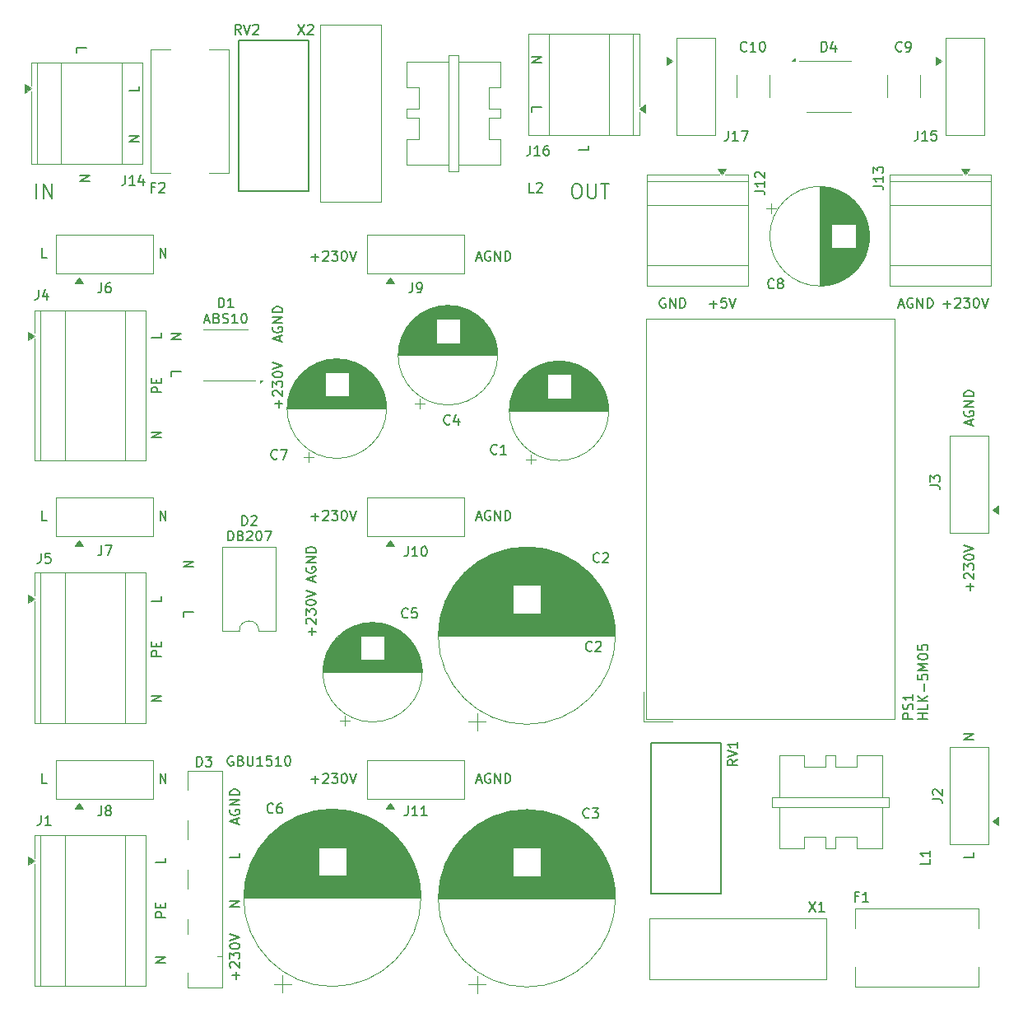
<source format=gto>
%TF.GenerationSoftware,KiCad,Pcbnew,9.0.2*%
%TF.CreationDate,2025-06-27T09:24:05+02:00*%
%TF.ProjectId,led_driver_220v_p2,6c65645f-6472-4697-9665-725f32323076,rev?*%
%TF.SameCoordinates,Original*%
%TF.FileFunction,Legend,Top*%
%TF.FilePolarity,Positive*%
%FSLAX46Y46*%
G04 Gerber Fmt 4.6, Leading zero omitted, Abs format (unit mm)*
G04 Created by KiCad (PCBNEW 9.0.2) date 2025-06-27 09:24:05*
%MOMM*%
%LPD*%
G01*
G04 APERTURE LIST*
%ADD10C,0.150000*%
%ADD11C,0.120000*%
%ADD12C,0.100000*%
G04 APERTURE END LIST*
D10*
X66887819Y-131103220D02*
X65887819Y-131103220D01*
X65887819Y-131103220D02*
X66887819Y-130531792D01*
X66887819Y-130531792D02*
X65887819Y-130531792D01*
X96954180Y-49371523D02*
X96954180Y-48895333D01*
X96954180Y-48895333D02*
X97954180Y-48895333D01*
X59267819Y-132154285D02*
X58267819Y-132154285D01*
X58267819Y-132154285D02*
X58267819Y-131773333D01*
X58267819Y-131773333D02*
X58315438Y-131678095D01*
X58315438Y-131678095D02*
X58363057Y-131630476D01*
X58363057Y-131630476D02*
X58458295Y-131582857D01*
X58458295Y-131582857D02*
X58601152Y-131582857D01*
X58601152Y-131582857D02*
X58696390Y-131630476D01*
X58696390Y-131630476D02*
X58744009Y-131678095D01*
X58744009Y-131678095D02*
X58791628Y-131773333D01*
X58791628Y-131773333D02*
X58791628Y-132154285D01*
X58744009Y-131154285D02*
X58744009Y-130820952D01*
X59267819Y-130678095D02*
X59267819Y-131154285D01*
X59267819Y-131154285D02*
X58267819Y-131154285D01*
X58267819Y-131154285D02*
X58267819Y-130678095D01*
X142128104Y-81557904D02*
X142128104Y-81081714D01*
X142413819Y-81653142D02*
X141413819Y-81319809D01*
X141413819Y-81319809D02*
X142413819Y-80986476D01*
X141461438Y-80129333D02*
X141413819Y-80224571D01*
X141413819Y-80224571D02*
X141413819Y-80367428D01*
X141413819Y-80367428D02*
X141461438Y-80510285D01*
X141461438Y-80510285D02*
X141556676Y-80605523D01*
X141556676Y-80605523D02*
X141651914Y-80653142D01*
X141651914Y-80653142D02*
X141842390Y-80700761D01*
X141842390Y-80700761D02*
X141985247Y-80700761D01*
X141985247Y-80700761D02*
X142175723Y-80653142D01*
X142175723Y-80653142D02*
X142270961Y-80605523D01*
X142270961Y-80605523D02*
X142366200Y-80510285D01*
X142366200Y-80510285D02*
X142413819Y-80367428D01*
X142413819Y-80367428D02*
X142413819Y-80272190D01*
X142413819Y-80272190D02*
X142366200Y-80129333D01*
X142366200Y-80129333D02*
X142318580Y-80081714D01*
X142318580Y-80081714D02*
X141985247Y-80081714D01*
X141985247Y-80081714D02*
X141985247Y-80272190D01*
X142413819Y-79653142D02*
X141413819Y-79653142D01*
X141413819Y-79653142D02*
X142413819Y-79081714D01*
X142413819Y-79081714D02*
X141413819Y-79081714D01*
X142413819Y-78605523D02*
X141413819Y-78605523D01*
X141413819Y-78605523D02*
X141413819Y-78367428D01*
X141413819Y-78367428D02*
X141461438Y-78224571D01*
X141461438Y-78224571D02*
X141556676Y-78129333D01*
X141556676Y-78129333D02*
X141651914Y-78081714D01*
X141651914Y-78081714D02*
X141842390Y-78034095D01*
X141842390Y-78034095D02*
X141985247Y-78034095D01*
X141985247Y-78034095D02*
X142175723Y-78081714D01*
X142175723Y-78081714D02*
X142270961Y-78129333D01*
X142270961Y-78129333D02*
X142366200Y-78224571D01*
X142366200Y-78224571D02*
X142413819Y-78367428D01*
X142413819Y-78367428D02*
X142413819Y-78605523D01*
X50472180Y-55888286D02*
X51472180Y-55888286D01*
X51472180Y-55888286D02*
X50472180Y-56459714D01*
X50472180Y-56459714D02*
X51472180Y-56459714D01*
X139289905Y-69124866D02*
X140051810Y-69124866D01*
X139670857Y-69505819D02*
X139670857Y-68743914D01*
X140480381Y-68601057D02*
X140528000Y-68553438D01*
X140528000Y-68553438D02*
X140623238Y-68505819D01*
X140623238Y-68505819D02*
X140861333Y-68505819D01*
X140861333Y-68505819D02*
X140956571Y-68553438D01*
X140956571Y-68553438D02*
X141004190Y-68601057D01*
X141004190Y-68601057D02*
X141051809Y-68696295D01*
X141051809Y-68696295D02*
X141051809Y-68791533D01*
X141051809Y-68791533D02*
X141004190Y-68934390D01*
X141004190Y-68934390D02*
X140432762Y-69505819D01*
X140432762Y-69505819D02*
X141051809Y-69505819D01*
X141385143Y-68505819D02*
X142004190Y-68505819D01*
X142004190Y-68505819D02*
X141670857Y-68886771D01*
X141670857Y-68886771D02*
X141813714Y-68886771D01*
X141813714Y-68886771D02*
X141908952Y-68934390D01*
X141908952Y-68934390D02*
X141956571Y-68982009D01*
X141956571Y-68982009D02*
X142004190Y-69077247D01*
X142004190Y-69077247D02*
X142004190Y-69315342D01*
X142004190Y-69315342D02*
X141956571Y-69410580D01*
X141956571Y-69410580D02*
X141908952Y-69458200D01*
X141908952Y-69458200D02*
X141813714Y-69505819D01*
X141813714Y-69505819D02*
X141528000Y-69505819D01*
X141528000Y-69505819D02*
X141432762Y-69458200D01*
X141432762Y-69458200D02*
X141385143Y-69410580D01*
X142623238Y-68505819D02*
X142718476Y-68505819D01*
X142718476Y-68505819D02*
X142813714Y-68553438D01*
X142813714Y-68553438D02*
X142861333Y-68601057D01*
X142861333Y-68601057D02*
X142908952Y-68696295D01*
X142908952Y-68696295D02*
X142956571Y-68886771D01*
X142956571Y-68886771D02*
X142956571Y-69124866D01*
X142956571Y-69124866D02*
X142908952Y-69315342D01*
X142908952Y-69315342D02*
X142861333Y-69410580D01*
X142861333Y-69410580D02*
X142813714Y-69458200D01*
X142813714Y-69458200D02*
X142718476Y-69505819D01*
X142718476Y-69505819D02*
X142623238Y-69505819D01*
X142623238Y-69505819D02*
X142528000Y-69458200D01*
X142528000Y-69458200D02*
X142480381Y-69410580D01*
X142480381Y-69410580D02*
X142432762Y-69315342D01*
X142432762Y-69315342D02*
X142385143Y-69124866D01*
X142385143Y-69124866D02*
X142385143Y-68886771D01*
X142385143Y-68886771D02*
X142432762Y-68696295D01*
X142432762Y-68696295D02*
X142480381Y-68601057D01*
X142480381Y-68601057D02*
X142528000Y-68553438D01*
X142528000Y-68553438D02*
X142623238Y-68505819D01*
X143242286Y-68505819D02*
X143575619Y-69505819D01*
X143575619Y-69505819D02*
X143908952Y-68505819D01*
X66506866Y-138504094D02*
X66506866Y-137742190D01*
X66887819Y-138123142D02*
X66125914Y-138123142D01*
X65983057Y-137313618D02*
X65935438Y-137265999D01*
X65935438Y-137265999D02*
X65887819Y-137170761D01*
X65887819Y-137170761D02*
X65887819Y-136932666D01*
X65887819Y-136932666D02*
X65935438Y-136837428D01*
X65935438Y-136837428D02*
X65983057Y-136789809D01*
X65983057Y-136789809D02*
X66078295Y-136742190D01*
X66078295Y-136742190D02*
X66173533Y-136742190D01*
X66173533Y-136742190D02*
X66316390Y-136789809D01*
X66316390Y-136789809D02*
X66887819Y-137361237D01*
X66887819Y-137361237D02*
X66887819Y-136742190D01*
X65887819Y-136408856D02*
X65887819Y-135789809D01*
X65887819Y-135789809D02*
X66268771Y-136123142D01*
X66268771Y-136123142D02*
X66268771Y-135980285D01*
X66268771Y-135980285D02*
X66316390Y-135885047D01*
X66316390Y-135885047D02*
X66364009Y-135837428D01*
X66364009Y-135837428D02*
X66459247Y-135789809D01*
X66459247Y-135789809D02*
X66697342Y-135789809D01*
X66697342Y-135789809D02*
X66792580Y-135837428D01*
X66792580Y-135837428D02*
X66840200Y-135885047D01*
X66840200Y-135885047D02*
X66887819Y-135980285D01*
X66887819Y-135980285D02*
X66887819Y-136265999D01*
X66887819Y-136265999D02*
X66840200Y-136361237D01*
X66840200Y-136361237D02*
X66792580Y-136408856D01*
X65887819Y-135170761D02*
X65887819Y-135075523D01*
X65887819Y-135075523D02*
X65935438Y-134980285D01*
X65935438Y-134980285D02*
X65983057Y-134932666D01*
X65983057Y-134932666D02*
X66078295Y-134885047D01*
X66078295Y-134885047D02*
X66268771Y-134837428D01*
X66268771Y-134837428D02*
X66506866Y-134837428D01*
X66506866Y-134837428D02*
X66697342Y-134885047D01*
X66697342Y-134885047D02*
X66792580Y-134932666D01*
X66792580Y-134932666D02*
X66840200Y-134980285D01*
X66840200Y-134980285D02*
X66887819Y-135075523D01*
X66887819Y-135075523D02*
X66887819Y-135170761D01*
X66887819Y-135170761D02*
X66840200Y-135265999D01*
X66840200Y-135265999D02*
X66792580Y-135313618D01*
X66792580Y-135313618D02*
X66697342Y-135361237D01*
X66697342Y-135361237D02*
X66506866Y-135408856D01*
X66506866Y-135408856D02*
X66268771Y-135408856D01*
X66268771Y-135408856D02*
X66078295Y-135361237D01*
X66078295Y-135361237D02*
X65983057Y-135313618D01*
X65983057Y-135313618D02*
X65935438Y-135265999D01*
X65935438Y-135265999D02*
X65887819Y-135170761D01*
X65887819Y-134551713D02*
X66887819Y-134218380D01*
X66887819Y-134218380D02*
X65887819Y-133885047D01*
X46000285Y-58268628D02*
X46000285Y-56768628D01*
X46714571Y-58268628D02*
X46714571Y-56768628D01*
X46714571Y-56768628D02*
X47571714Y-58268628D01*
X47571714Y-58268628D02*
X47571714Y-56768628D01*
X66887819Y-125547030D02*
X66887819Y-126023220D01*
X66887819Y-126023220D02*
X65887819Y-126023220D01*
X142413819Y-113863713D02*
X141413819Y-113863713D01*
X141413819Y-113863713D02*
X142413819Y-113292285D01*
X142413819Y-113292285D02*
X141413819Y-113292285D01*
X74261905Y-90968866D02*
X75023810Y-90968866D01*
X74642857Y-91349819D02*
X74642857Y-90587914D01*
X75452381Y-90445057D02*
X75500000Y-90397438D01*
X75500000Y-90397438D02*
X75595238Y-90349819D01*
X75595238Y-90349819D02*
X75833333Y-90349819D01*
X75833333Y-90349819D02*
X75928571Y-90397438D01*
X75928571Y-90397438D02*
X75976190Y-90445057D01*
X75976190Y-90445057D02*
X76023809Y-90540295D01*
X76023809Y-90540295D02*
X76023809Y-90635533D01*
X76023809Y-90635533D02*
X75976190Y-90778390D01*
X75976190Y-90778390D02*
X75404762Y-91349819D01*
X75404762Y-91349819D02*
X76023809Y-91349819D01*
X76357143Y-90349819D02*
X76976190Y-90349819D01*
X76976190Y-90349819D02*
X76642857Y-90730771D01*
X76642857Y-90730771D02*
X76785714Y-90730771D01*
X76785714Y-90730771D02*
X76880952Y-90778390D01*
X76880952Y-90778390D02*
X76928571Y-90826009D01*
X76928571Y-90826009D02*
X76976190Y-90921247D01*
X76976190Y-90921247D02*
X76976190Y-91159342D01*
X76976190Y-91159342D02*
X76928571Y-91254580D01*
X76928571Y-91254580D02*
X76880952Y-91302200D01*
X76880952Y-91302200D02*
X76785714Y-91349819D01*
X76785714Y-91349819D02*
X76500000Y-91349819D01*
X76500000Y-91349819D02*
X76404762Y-91302200D01*
X76404762Y-91302200D02*
X76357143Y-91254580D01*
X77595238Y-90349819D02*
X77690476Y-90349819D01*
X77690476Y-90349819D02*
X77785714Y-90397438D01*
X77785714Y-90397438D02*
X77833333Y-90445057D01*
X77833333Y-90445057D02*
X77880952Y-90540295D01*
X77880952Y-90540295D02*
X77928571Y-90730771D01*
X77928571Y-90730771D02*
X77928571Y-90968866D01*
X77928571Y-90968866D02*
X77880952Y-91159342D01*
X77880952Y-91159342D02*
X77833333Y-91254580D01*
X77833333Y-91254580D02*
X77785714Y-91302200D01*
X77785714Y-91302200D02*
X77690476Y-91349819D01*
X77690476Y-91349819D02*
X77595238Y-91349819D01*
X77595238Y-91349819D02*
X77500000Y-91302200D01*
X77500000Y-91302200D02*
X77452381Y-91254580D01*
X77452381Y-91254580D02*
X77404762Y-91159342D01*
X77404762Y-91159342D02*
X77357143Y-90968866D01*
X77357143Y-90968866D02*
X77357143Y-90730771D01*
X77357143Y-90730771D02*
X77404762Y-90540295D01*
X77404762Y-90540295D02*
X77452381Y-90445057D01*
X77452381Y-90445057D02*
X77500000Y-90397438D01*
X77500000Y-90397438D02*
X77595238Y-90349819D01*
X78214286Y-90349819D02*
X78547619Y-91349819D01*
X78547619Y-91349819D02*
X78880952Y-90349819D01*
X101420000Y-56768628D02*
X101705714Y-56768628D01*
X101705714Y-56768628D02*
X101848571Y-56840057D01*
X101848571Y-56840057D02*
X101991428Y-56982914D01*
X101991428Y-56982914D02*
X102062857Y-57268628D01*
X102062857Y-57268628D02*
X102062857Y-57768628D01*
X102062857Y-57768628D02*
X101991428Y-58054342D01*
X101991428Y-58054342D02*
X101848571Y-58197200D01*
X101848571Y-58197200D02*
X101705714Y-58268628D01*
X101705714Y-58268628D02*
X101420000Y-58268628D01*
X101420000Y-58268628D02*
X101277143Y-58197200D01*
X101277143Y-58197200D02*
X101134285Y-58054342D01*
X101134285Y-58054342D02*
X101062857Y-57768628D01*
X101062857Y-57768628D02*
X101062857Y-57268628D01*
X101062857Y-57268628D02*
X101134285Y-56982914D01*
X101134285Y-56982914D02*
X101277143Y-56840057D01*
X101277143Y-56840057D02*
X101420000Y-56768628D01*
X102705714Y-56768628D02*
X102705714Y-57982914D01*
X102705714Y-57982914D02*
X102777143Y-58125771D01*
X102777143Y-58125771D02*
X102848572Y-58197200D01*
X102848572Y-58197200D02*
X102991429Y-58268628D01*
X102991429Y-58268628D02*
X103277143Y-58268628D01*
X103277143Y-58268628D02*
X103420000Y-58197200D01*
X103420000Y-58197200D02*
X103491429Y-58125771D01*
X103491429Y-58125771D02*
X103562857Y-57982914D01*
X103562857Y-57982914D02*
X103562857Y-56768628D01*
X104062858Y-56768628D02*
X104920001Y-56768628D01*
X104491429Y-58268628D02*
X104491429Y-56768628D01*
X56561819Y-46720476D02*
X56561819Y-47196666D01*
X56561819Y-47196666D02*
X55561819Y-47196666D01*
X134686095Y-69220104D02*
X135162285Y-69220104D01*
X134590857Y-69505819D02*
X134924190Y-68505819D01*
X134924190Y-68505819D02*
X135257523Y-69505819D01*
X136114666Y-68553438D02*
X136019428Y-68505819D01*
X136019428Y-68505819D02*
X135876571Y-68505819D01*
X135876571Y-68505819D02*
X135733714Y-68553438D01*
X135733714Y-68553438D02*
X135638476Y-68648676D01*
X135638476Y-68648676D02*
X135590857Y-68743914D01*
X135590857Y-68743914D02*
X135543238Y-68934390D01*
X135543238Y-68934390D02*
X135543238Y-69077247D01*
X135543238Y-69077247D02*
X135590857Y-69267723D01*
X135590857Y-69267723D02*
X135638476Y-69362961D01*
X135638476Y-69362961D02*
X135733714Y-69458200D01*
X135733714Y-69458200D02*
X135876571Y-69505819D01*
X135876571Y-69505819D02*
X135971809Y-69505819D01*
X135971809Y-69505819D02*
X136114666Y-69458200D01*
X136114666Y-69458200D02*
X136162285Y-69410580D01*
X136162285Y-69410580D02*
X136162285Y-69077247D01*
X136162285Y-69077247D02*
X135971809Y-69077247D01*
X136590857Y-69505819D02*
X136590857Y-68505819D01*
X136590857Y-68505819D02*
X137162285Y-69505819D01*
X137162285Y-69505819D02*
X137162285Y-68505819D01*
X137638476Y-69505819D02*
X137638476Y-68505819D01*
X137638476Y-68505819D02*
X137876571Y-68505819D01*
X137876571Y-68505819D02*
X138019428Y-68553438D01*
X138019428Y-68553438D02*
X138114666Y-68648676D01*
X138114666Y-68648676D02*
X138162285Y-68743914D01*
X138162285Y-68743914D02*
X138209904Y-68934390D01*
X138209904Y-68934390D02*
X138209904Y-69077247D01*
X138209904Y-69077247D02*
X138162285Y-69267723D01*
X138162285Y-69267723D02*
X138114666Y-69362961D01*
X138114666Y-69362961D02*
X138019428Y-69458200D01*
X138019428Y-69458200D02*
X137876571Y-69505819D01*
X137876571Y-69505819D02*
X137638476Y-69505819D01*
X142413819Y-125518476D02*
X142413819Y-125994666D01*
X142413819Y-125994666D02*
X141413819Y-125994666D01*
X102789819Y-52816476D02*
X102789819Y-53292666D01*
X102789819Y-53292666D02*
X101789819Y-53292666D01*
X47059523Y-64369819D02*
X46583333Y-64369819D01*
X46583333Y-64369819D02*
X46583333Y-63369819D01*
X58847819Y-72101476D02*
X58847819Y-72577666D01*
X58847819Y-72577666D02*
X57847819Y-72577666D01*
X50130180Y-43275523D02*
X50130180Y-42799333D01*
X50130180Y-42799333D02*
X51130180Y-42799333D01*
X61130180Y-95569286D02*
X62130180Y-95569286D01*
X62130180Y-95569286D02*
X61130180Y-96140714D01*
X61130180Y-96140714D02*
X62130180Y-96140714D01*
X58847819Y-82856713D02*
X57847819Y-82856713D01*
X57847819Y-82856713D02*
X58847819Y-82285285D01*
X58847819Y-82285285D02*
X57847819Y-82285285D01*
X142032866Y-98534094D02*
X142032866Y-97772190D01*
X142413819Y-98153142D02*
X141651914Y-98153142D01*
X141509057Y-97343618D02*
X141461438Y-97295999D01*
X141461438Y-97295999D02*
X141413819Y-97200761D01*
X141413819Y-97200761D02*
X141413819Y-96962666D01*
X141413819Y-96962666D02*
X141461438Y-96867428D01*
X141461438Y-96867428D02*
X141509057Y-96819809D01*
X141509057Y-96819809D02*
X141604295Y-96772190D01*
X141604295Y-96772190D02*
X141699533Y-96772190D01*
X141699533Y-96772190D02*
X141842390Y-96819809D01*
X141842390Y-96819809D02*
X142413819Y-97391237D01*
X142413819Y-97391237D02*
X142413819Y-96772190D01*
X141413819Y-96438856D02*
X141413819Y-95819809D01*
X141413819Y-95819809D02*
X141794771Y-96153142D01*
X141794771Y-96153142D02*
X141794771Y-96010285D01*
X141794771Y-96010285D02*
X141842390Y-95915047D01*
X141842390Y-95915047D02*
X141890009Y-95867428D01*
X141890009Y-95867428D02*
X141985247Y-95819809D01*
X141985247Y-95819809D02*
X142223342Y-95819809D01*
X142223342Y-95819809D02*
X142318580Y-95867428D01*
X142318580Y-95867428D02*
X142366200Y-95915047D01*
X142366200Y-95915047D02*
X142413819Y-96010285D01*
X142413819Y-96010285D02*
X142413819Y-96295999D01*
X142413819Y-96295999D02*
X142366200Y-96391237D01*
X142366200Y-96391237D02*
X142318580Y-96438856D01*
X141413819Y-95200761D02*
X141413819Y-95105523D01*
X141413819Y-95105523D02*
X141461438Y-95010285D01*
X141461438Y-95010285D02*
X141509057Y-94962666D01*
X141509057Y-94962666D02*
X141604295Y-94915047D01*
X141604295Y-94915047D02*
X141794771Y-94867428D01*
X141794771Y-94867428D02*
X142032866Y-94867428D01*
X142032866Y-94867428D02*
X142223342Y-94915047D01*
X142223342Y-94915047D02*
X142318580Y-94962666D01*
X142318580Y-94962666D02*
X142366200Y-95010285D01*
X142366200Y-95010285D02*
X142413819Y-95105523D01*
X142413819Y-95105523D02*
X142413819Y-95200761D01*
X142413819Y-95200761D02*
X142366200Y-95295999D01*
X142366200Y-95295999D02*
X142318580Y-95343618D01*
X142318580Y-95343618D02*
X142223342Y-95391237D01*
X142223342Y-95391237D02*
X142032866Y-95438856D01*
X142032866Y-95438856D02*
X141794771Y-95438856D01*
X141794771Y-95438856D02*
X141604295Y-95391237D01*
X141604295Y-95391237D02*
X141509057Y-95343618D01*
X141509057Y-95343618D02*
X141461438Y-95295999D01*
X141461438Y-95295999D02*
X141413819Y-95200761D01*
X141413819Y-94581713D02*
X142413819Y-94248380D01*
X142413819Y-94248380D02*
X141413819Y-93915047D01*
X74261905Y-64298866D02*
X75023810Y-64298866D01*
X74642857Y-64679819D02*
X74642857Y-63917914D01*
X75452381Y-63775057D02*
X75500000Y-63727438D01*
X75500000Y-63727438D02*
X75595238Y-63679819D01*
X75595238Y-63679819D02*
X75833333Y-63679819D01*
X75833333Y-63679819D02*
X75928571Y-63727438D01*
X75928571Y-63727438D02*
X75976190Y-63775057D01*
X75976190Y-63775057D02*
X76023809Y-63870295D01*
X76023809Y-63870295D02*
X76023809Y-63965533D01*
X76023809Y-63965533D02*
X75976190Y-64108390D01*
X75976190Y-64108390D02*
X75404762Y-64679819D01*
X75404762Y-64679819D02*
X76023809Y-64679819D01*
X76357143Y-63679819D02*
X76976190Y-63679819D01*
X76976190Y-63679819D02*
X76642857Y-64060771D01*
X76642857Y-64060771D02*
X76785714Y-64060771D01*
X76785714Y-64060771D02*
X76880952Y-64108390D01*
X76880952Y-64108390D02*
X76928571Y-64156009D01*
X76928571Y-64156009D02*
X76976190Y-64251247D01*
X76976190Y-64251247D02*
X76976190Y-64489342D01*
X76976190Y-64489342D02*
X76928571Y-64584580D01*
X76928571Y-64584580D02*
X76880952Y-64632200D01*
X76880952Y-64632200D02*
X76785714Y-64679819D01*
X76785714Y-64679819D02*
X76500000Y-64679819D01*
X76500000Y-64679819D02*
X76404762Y-64632200D01*
X76404762Y-64632200D02*
X76357143Y-64584580D01*
X77595238Y-63679819D02*
X77690476Y-63679819D01*
X77690476Y-63679819D02*
X77785714Y-63727438D01*
X77785714Y-63727438D02*
X77833333Y-63775057D01*
X77833333Y-63775057D02*
X77880952Y-63870295D01*
X77880952Y-63870295D02*
X77928571Y-64060771D01*
X77928571Y-64060771D02*
X77928571Y-64298866D01*
X77928571Y-64298866D02*
X77880952Y-64489342D01*
X77880952Y-64489342D02*
X77833333Y-64584580D01*
X77833333Y-64584580D02*
X77785714Y-64632200D01*
X77785714Y-64632200D02*
X77690476Y-64679819D01*
X77690476Y-64679819D02*
X77595238Y-64679819D01*
X77595238Y-64679819D02*
X77500000Y-64632200D01*
X77500000Y-64632200D02*
X77452381Y-64584580D01*
X77452381Y-64584580D02*
X77404762Y-64489342D01*
X77404762Y-64489342D02*
X77357143Y-64298866D01*
X77357143Y-64298866D02*
X77357143Y-64060771D01*
X77357143Y-64060771D02*
X77404762Y-63870295D01*
X77404762Y-63870295D02*
X77452381Y-63775057D01*
X77452381Y-63775057D02*
X77500000Y-63727438D01*
X77500000Y-63727438D02*
X77595238Y-63679819D01*
X78214286Y-63679819D02*
X78547619Y-64679819D01*
X78547619Y-64679819D02*
X78880952Y-63679819D01*
X58714286Y-118369819D02*
X58714286Y-117369819D01*
X58714286Y-117369819D02*
X59285714Y-118369819D01*
X59285714Y-118369819D02*
X59285714Y-117369819D01*
X58839819Y-109957713D02*
X57839819Y-109957713D01*
X57839819Y-109957713D02*
X58839819Y-109386285D01*
X58839819Y-109386285D02*
X57839819Y-109386285D01*
X91238095Y-64394104D02*
X91714285Y-64394104D01*
X91142857Y-64679819D02*
X91476190Y-63679819D01*
X91476190Y-63679819D02*
X91809523Y-64679819D01*
X92666666Y-63727438D02*
X92571428Y-63679819D01*
X92571428Y-63679819D02*
X92428571Y-63679819D01*
X92428571Y-63679819D02*
X92285714Y-63727438D01*
X92285714Y-63727438D02*
X92190476Y-63822676D01*
X92190476Y-63822676D02*
X92142857Y-63917914D01*
X92142857Y-63917914D02*
X92095238Y-64108390D01*
X92095238Y-64108390D02*
X92095238Y-64251247D01*
X92095238Y-64251247D02*
X92142857Y-64441723D01*
X92142857Y-64441723D02*
X92190476Y-64536961D01*
X92190476Y-64536961D02*
X92285714Y-64632200D01*
X92285714Y-64632200D02*
X92428571Y-64679819D01*
X92428571Y-64679819D02*
X92523809Y-64679819D01*
X92523809Y-64679819D02*
X92666666Y-64632200D01*
X92666666Y-64632200D02*
X92714285Y-64584580D01*
X92714285Y-64584580D02*
X92714285Y-64251247D01*
X92714285Y-64251247D02*
X92523809Y-64251247D01*
X93142857Y-64679819D02*
X93142857Y-63679819D01*
X93142857Y-63679819D02*
X93714285Y-64679819D01*
X93714285Y-64679819D02*
X93714285Y-63679819D01*
X94190476Y-64679819D02*
X94190476Y-63679819D01*
X94190476Y-63679819D02*
X94428571Y-63679819D01*
X94428571Y-63679819D02*
X94571428Y-63727438D01*
X94571428Y-63727438D02*
X94666666Y-63822676D01*
X94666666Y-63822676D02*
X94714285Y-63917914D01*
X94714285Y-63917914D02*
X94761904Y-64108390D01*
X94761904Y-64108390D02*
X94761904Y-64251247D01*
X94761904Y-64251247D02*
X94714285Y-64441723D01*
X94714285Y-64441723D02*
X94666666Y-64536961D01*
X94666666Y-64536961D02*
X94571428Y-64632200D01*
X94571428Y-64632200D02*
X94428571Y-64679819D01*
X94428571Y-64679819D02*
X94190476Y-64679819D01*
X58847819Y-78205285D02*
X57847819Y-78205285D01*
X57847819Y-78205285D02*
X57847819Y-77824333D01*
X57847819Y-77824333D02*
X57895438Y-77729095D01*
X57895438Y-77729095D02*
X57943057Y-77681476D01*
X57943057Y-77681476D02*
X58038295Y-77633857D01*
X58038295Y-77633857D02*
X58181152Y-77633857D01*
X58181152Y-77633857D02*
X58276390Y-77681476D01*
X58276390Y-77681476D02*
X58324009Y-77729095D01*
X58324009Y-77729095D02*
X58371628Y-77824333D01*
X58371628Y-77824333D02*
X58371628Y-78205285D01*
X58324009Y-77205285D02*
X58324009Y-76871952D01*
X58847819Y-76729095D02*
X58847819Y-77205285D01*
X58847819Y-77205285D02*
X57847819Y-77205285D01*
X57847819Y-77205285D02*
X57847819Y-76729095D01*
X47059523Y-91369819D02*
X46583333Y-91369819D01*
X46583333Y-91369819D02*
X46583333Y-90369819D01*
X59267819Y-136805713D02*
X58267819Y-136805713D01*
X58267819Y-136805713D02*
X59267819Y-136234285D01*
X59267819Y-136234285D02*
X58267819Y-136234285D01*
X47059523Y-118369819D02*
X46583333Y-118369819D01*
X46583333Y-118369819D02*
X46583333Y-117369819D01*
X70912866Y-79748094D02*
X70912866Y-78986190D01*
X71293819Y-79367142D02*
X70531914Y-79367142D01*
X70389057Y-78557618D02*
X70341438Y-78509999D01*
X70341438Y-78509999D02*
X70293819Y-78414761D01*
X70293819Y-78414761D02*
X70293819Y-78176666D01*
X70293819Y-78176666D02*
X70341438Y-78081428D01*
X70341438Y-78081428D02*
X70389057Y-78033809D01*
X70389057Y-78033809D02*
X70484295Y-77986190D01*
X70484295Y-77986190D02*
X70579533Y-77986190D01*
X70579533Y-77986190D02*
X70722390Y-78033809D01*
X70722390Y-78033809D02*
X71293819Y-78605237D01*
X71293819Y-78605237D02*
X71293819Y-77986190D01*
X70293819Y-77652856D02*
X70293819Y-77033809D01*
X70293819Y-77033809D02*
X70674771Y-77367142D01*
X70674771Y-77367142D02*
X70674771Y-77224285D01*
X70674771Y-77224285D02*
X70722390Y-77129047D01*
X70722390Y-77129047D02*
X70770009Y-77081428D01*
X70770009Y-77081428D02*
X70865247Y-77033809D01*
X70865247Y-77033809D02*
X71103342Y-77033809D01*
X71103342Y-77033809D02*
X71198580Y-77081428D01*
X71198580Y-77081428D02*
X71246200Y-77129047D01*
X71246200Y-77129047D02*
X71293819Y-77224285D01*
X71293819Y-77224285D02*
X71293819Y-77509999D01*
X71293819Y-77509999D02*
X71246200Y-77605237D01*
X71246200Y-77605237D02*
X71198580Y-77652856D01*
X70293819Y-76414761D02*
X70293819Y-76319523D01*
X70293819Y-76319523D02*
X70341438Y-76224285D01*
X70341438Y-76224285D02*
X70389057Y-76176666D01*
X70389057Y-76176666D02*
X70484295Y-76129047D01*
X70484295Y-76129047D02*
X70674771Y-76081428D01*
X70674771Y-76081428D02*
X70912866Y-76081428D01*
X70912866Y-76081428D02*
X71103342Y-76129047D01*
X71103342Y-76129047D02*
X71198580Y-76176666D01*
X71198580Y-76176666D02*
X71246200Y-76224285D01*
X71246200Y-76224285D02*
X71293819Y-76319523D01*
X71293819Y-76319523D02*
X71293819Y-76414761D01*
X71293819Y-76414761D02*
X71246200Y-76509999D01*
X71246200Y-76509999D02*
X71198580Y-76557618D01*
X71198580Y-76557618D02*
X71103342Y-76605237D01*
X71103342Y-76605237D02*
X70912866Y-76652856D01*
X70912866Y-76652856D02*
X70674771Y-76652856D01*
X70674771Y-76652856D02*
X70484295Y-76605237D01*
X70484295Y-76605237D02*
X70389057Y-76557618D01*
X70389057Y-76557618D02*
X70341438Y-76509999D01*
X70341438Y-76509999D02*
X70293819Y-76414761D01*
X70293819Y-75795713D02*
X71293819Y-75462380D01*
X71293819Y-75462380D02*
X70293819Y-75129047D01*
X74261905Y-117988866D02*
X75023810Y-117988866D01*
X74642857Y-118369819D02*
X74642857Y-117607914D01*
X75452381Y-117465057D02*
X75500000Y-117417438D01*
X75500000Y-117417438D02*
X75595238Y-117369819D01*
X75595238Y-117369819D02*
X75833333Y-117369819D01*
X75833333Y-117369819D02*
X75928571Y-117417438D01*
X75928571Y-117417438D02*
X75976190Y-117465057D01*
X75976190Y-117465057D02*
X76023809Y-117560295D01*
X76023809Y-117560295D02*
X76023809Y-117655533D01*
X76023809Y-117655533D02*
X75976190Y-117798390D01*
X75976190Y-117798390D02*
X75404762Y-118369819D01*
X75404762Y-118369819D02*
X76023809Y-118369819D01*
X76357143Y-117369819D02*
X76976190Y-117369819D01*
X76976190Y-117369819D02*
X76642857Y-117750771D01*
X76642857Y-117750771D02*
X76785714Y-117750771D01*
X76785714Y-117750771D02*
X76880952Y-117798390D01*
X76880952Y-117798390D02*
X76928571Y-117846009D01*
X76928571Y-117846009D02*
X76976190Y-117941247D01*
X76976190Y-117941247D02*
X76976190Y-118179342D01*
X76976190Y-118179342D02*
X76928571Y-118274580D01*
X76928571Y-118274580D02*
X76880952Y-118322200D01*
X76880952Y-118322200D02*
X76785714Y-118369819D01*
X76785714Y-118369819D02*
X76500000Y-118369819D01*
X76500000Y-118369819D02*
X76404762Y-118322200D01*
X76404762Y-118322200D02*
X76357143Y-118274580D01*
X77595238Y-117369819D02*
X77690476Y-117369819D01*
X77690476Y-117369819D02*
X77785714Y-117417438D01*
X77785714Y-117417438D02*
X77833333Y-117465057D01*
X77833333Y-117465057D02*
X77880952Y-117560295D01*
X77880952Y-117560295D02*
X77928571Y-117750771D01*
X77928571Y-117750771D02*
X77928571Y-117988866D01*
X77928571Y-117988866D02*
X77880952Y-118179342D01*
X77880952Y-118179342D02*
X77833333Y-118274580D01*
X77833333Y-118274580D02*
X77785714Y-118322200D01*
X77785714Y-118322200D02*
X77690476Y-118369819D01*
X77690476Y-118369819D02*
X77595238Y-118369819D01*
X77595238Y-118369819D02*
X77500000Y-118322200D01*
X77500000Y-118322200D02*
X77452381Y-118274580D01*
X77452381Y-118274580D02*
X77404762Y-118179342D01*
X77404762Y-118179342D02*
X77357143Y-117988866D01*
X77357143Y-117988866D02*
X77357143Y-117750771D01*
X77357143Y-117750771D02*
X77404762Y-117560295D01*
X77404762Y-117560295D02*
X77452381Y-117465057D01*
X77452381Y-117465057D02*
X77500000Y-117417438D01*
X77500000Y-117417438D02*
X77595238Y-117369819D01*
X78214286Y-117369819D02*
X78547619Y-118369819D01*
X78547619Y-118369819D02*
X78880952Y-117369819D01*
X59267819Y-126050476D02*
X59267819Y-126526666D01*
X59267819Y-126526666D02*
X58267819Y-126526666D01*
X59870180Y-72144286D02*
X60870180Y-72144286D01*
X60870180Y-72144286D02*
X59870180Y-72715714D01*
X59870180Y-72715714D02*
X60870180Y-72715714D01*
X58714286Y-64369819D02*
X58714286Y-63369819D01*
X58714286Y-63369819D02*
X59285714Y-64369819D01*
X59285714Y-64369819D02*
X59285714Y-63369819D01*
X58839819Y-99202476D02*
X58839819Y-99678666D01*
X58839819Y-99678666D02*
X57839819Y-99678666D01*
X59870180Y-76549523D02*
X59870180Y-76073333D01*
X59870180Y-76073333D02*
X60870180Y-76073333D01*
X61130180Y-101244523D02*
X61130180Y-100768333D01*
X61130180Y-100768333D02*
X62130180Y-100768333D01*
X96954180Y-43696286D02*
X97954180Y-43696286D01*
X97954180Y-43696286D02*
X96954180Y-44267714D01*
X96954180Y-44267714D02*
X97954180Y-44267714D01*
X58839819Y-105306285D02*
X57839819Y-105306285D01*
X57839819Y-105306285D02*
X57839819Y-104925333D01*
X57839819Y-104925333D02*
X57887438Y-104830095D01*
X57887438Y-104830095D02*
X57935057Y-104782476D01*
X57935057Y-104782476D02*
X58030295Y-104734857D01*
X58030295Y-104734857D02*
X58173152Y-104734857D01*
X58173152Y-104734857D02*
X58268390Y-104782476D01*
X58268390Y-104782476D02*
X58316009Y-104830095D01*
X58316009Y-104830095D02*
X58363628Y-104925333D01*
X58363628Y-104925333D02*
X58363628Y-105306285D01*
X58316009Y-104306285D02*
X58316009Y-103972952D01*
X58839819Y-103830095D02*
X58839819Y-104306285D01*
X58839819Y-104306285D02*
X57839819Y-104306285D01*
X57839819Y-104306285D02*
X57839819Y-103830095D01*
X110667095Y-68553438D02*
X110571857Y-68505819D01*
X110571857Y-68505819D02*
X110429000Y-68505819D01*
X110429000Y-68505819D02*
X110286143Y-68553438D01*
X110286143Y-68553438D02*
X110190905Y-68648676D01*
X110190905Y-68648676D02*
X110143286Y-68743914D01*
X110143286Y-68743914D02*
X110095667Y-68934390D01*
X110095667Y-68934390D02*
X110095667Y-69077247D01*
X110095667Y-69077247D02*
X110143286Y-69267723D01*
X110143286Y-69267723D02*
X110190905Y-69362961D01*
X110190905Y-69362961D02*
X110286143Y-69458200D01*
X110286143Y-69458200D02*
X110429000Y-69505819D01*
X110429000Y-69505819D02*
X110524238Y-69505819D01*
X110524238Y-69505819D02*
X110667095Y-69458200D01*
X110667095Y-69458200D02*
X110714714Y-69410580D01*
X110714714Y-69410580D02*
X110714714Y-69077247D01*
X110714714Y-69077247D02*
X110524238Y-69077247D01*
X111143286Y-69505819D02*
X111143286Y-68505819D01*
X111143286Y-68505819D02*
X111714714Y-69505819D01*
X111714714Y-69505819D02*
X111714714Y-68505819D01*
X112190905Y-69505819D02*
X112190905Y-68505819D01*
X112190905Y-68505819D02*
X112429000Y-68505819D01*
X112429000Y-68505819D02*
X112571857Y-68553438D01*
X112571857Y-68553438D02*
X112667095Y-68648676D01*
X112667095Y-68648676D02*
X112714714Y-68743914D01*
X112714714Y-68743914D02*
X112762333Y-68934390D01*
X112762333Y-68934390D02*
X112762333Y-69077247D01*
X112762333Y-69077247D02*
X112714714Y-69267723D01*
X112714714Y-69267723D02*
X112667095Y-69362961D01*
X112667095Y-69362961D02*
X112571857Y-69458200D01*
X112571857Y-69458200D02*
X112429000Y-69505819D01*
X112429000Y-69505819D02*
X112190905Y-69505819D01*
X115223286Y-69124866D02*
X115985191Y-69124866D01*
X115604238Y-69505819D02*
X115604238Y-68743914D01*
X116937571Y-68505819D02*
X116461381Y-68505819D01*
X116461381Y-68505819D02*
X116413762Y-68982009D01*
X116413762Y-68982009D02*
X116461381Y-68934390D01*
X116461381Y-68934390D02*
X116556619Y-68886771D01*
X116556619Y-68886771D02*
X116794714Y-68886771D01*
X116794714Y-68886771D02*
X116889952Y-68934390D01*
X116889952Y-68934390D02*
X116937571Y-68982009D01*
X116937571Y-68982009D02*
X116985190Y-69077247D01*
X116985190Y-69077247D02*
X116985190Y-69315342D01*
X116985190Y-69315342D02*
X116937571Y-69410580D01*
X116937571Y-69410580D02*
X116889952Y-69458200D01*
X116889952Y-69458200D02*
X116794714Y-69505819D01*
X116794714Y-69505819D02*
X116556619Y-69505819D01*
X116556619Y-69505819D02*
X116461381Y-69458200D01*
X116461381Y-69458200D02*
X116413762Y-69410580D01*
X117270905Y-68505819D02*
X117604238Y-69505819D01*
X117604238Y-69505819D02*
X117937571Y-68505819D01*
X58714286Y-91369819D02*
X58714286Y-90369819D01*
X58714286Y-90369819D02*
X59285714Y-91369819D01*
X59285714Y-91369819D02*
X59285714Y-90369819D01*
X74333866Y-103173094D02*
X74333866Y-102411190D01*
X74714819Y-102792142D02*
X73952914Y-102792142D01*
X73810057Y-101982618D02*
X73762438Y-101934999D01*
X73762438Y-101934999D02*
X73714819Y-101839761D01*
X73714819Y-101839761D02*
X73714819Y-101601666D01*
X73714819Y-101601666D02*
X73762438Y-101506428D01*
X73762438Y-101506428D02*
X73810057Y-101458809D01*
X73810057Y-101458809D02*
X73905295Y-101411190D01*
X73905295Y-101411190D02*
X74000533Y-101411190D01*
X74000533Y-101411190D02*
X74143390Y-101458809D01*
X74143390Y-101458809D02*
X74714819Y-102030237D01*
X74714819Y-102030237D02*
X74714819Y-101411190D01*
X73714819Y-101077856D02*
X73714819Y-100458809D01*
X73714819Y-100458809D02*
X74095771Y-100792142D01*
X74095771Y-100792142D02*
X74095771Y-100649285D01*
X74095771Y-100649285D02*
X74143390Y-100554047D01*
X74143390Y-100554047D02*
X74191009Y-100506428D01*
X74191009Y-100506428D02*
X74286247Y-100458809D01*
X74286247Y-100458809D02*
X74524342Y-100458809D01*
X74524342Y-100458809D02*
X74619580Y-100506428D01*
X74619580Y-100506428D02*
X74667200Y-100554047D01*
X74667200Y-100554047D02*
X74714819Y-100649285D01*
X74714819Y-100649285D02*
X74714819Y-100934999D01*
X74714819Y-100934999D02*
X74667200Y-101030237D01*
X74667200Y-101030237D02*
X74619580Y-101077856D01*
X73714819Y-99839761D02*
X73714819Y-99744523D01*
X73714819Y-99744523D02*
X73762438Y-99649285D01*
X73762438Y-99649285D02*
X73810057Y-99601666D01*
X73810057Y-99601666D02*
X73905295Y-99554047D01*
X73905295Y-99554047D02*
X74095771Y-99506428D01*
X74095771Y-99506428D02*
X74333866Y-99506428D01*
X74333866Y-99506428D02*
X74524342Y-99554047D01*
X74524342Y-99554047D02*
X74619580Y-99601666D01*
X74619580Y-99601666D02*
X74667200Y-99649285D01*
X74667200Y-99649285D02*
X74714819Y-99744523D01*
X74714819Y-99744523D02*
X74714819Y-99839761D01*
X74714819Y-99839761D02*
X74667200Y-99934999D01*
X74667200Y-99934999D02*
X74619580Y-99982618D01*
X74619580Y-99982618D02*
X74524342Y-100030237D01*
X74524342Y-100030237D02*
X74333866Y-100077856D01*
X74333866Y-100077856D02*
X74095771Y-100077856D01*
X74095771Y-100077856D02*
X73905295Y-100030237D01*
X73905295Y-100030237D02*
X73810057Y-99982618D01*
X73810057Y-99982618D02*
X73762438Y-99934999D01*
X73762438Y-99934999D02*
X73714819Y-99839761D01*
X73714819Y-99220713D02*
X74714819Y-98887380D01*
X74714819Y-98887380D02*
X73714819Y-98554047D01*
X66602104Y-122533904D02*
X66602104Y-122057714D01*
X66887819Y-122629142D02*
X65887819Y-122295809D01*
X65887819Y-122295809D02*
X66887819Y-121962476D01*
X65935438Y-121105333D02*
X65887819Y-121200571D01*
X65887819Y-121200571D02*
X65887819Y-121343428D01*
X65887819Y-121343428D02*
X65935438Y-121486285D01*
X65935438Y-121486285D02*
X66030676Y-121581523D01*
X66030676Y-121581523D02*
X66125914Y-121629142D01*
X66125914Y-121629142D02*
X66316390Y-121676761D01*
X66316390Y-121676761D02*
X66459247Y-121676761D01*
X66459247Y-121676761D02*
X66649723Y-121629142D01*
X66649723Y-121629142D02*
X66744961Y-121581523D01*
X66744961Y-121581523D02*
X66840200Y-121486285D01*
X66840200Y-121486285D02*
X66887819Y-121343428D01*
X66887819Y-121343428D02*
X66887819Y-121248190D01*
X66887819Y-121248190D02*
X66840200Y-121105333D01*
X66840200Y-121105333D02*
X66792580Y-121057714D01*
X66792580Y-121057714D02*
X66459247Y-121057714D01*
X66459247Y-121057714D02*
X66459247Y-121248190D01*
X66887819Y-120629142D02*
X65887819Y-120629142D01*
X65887819Y-120629142D02*
X66887819Y-120057714D01*
X66887819Y-120057714D02*
X65887819Y-120057714D01*
X66887819Y-119581523D02*
X65887819Y-119581523D01*
X65887819Y-119581523D02*
X65887819Y-119343428D01*
X65887819Y-119343428D02*
X65935438Y-119200571D01*
X65935438Y-119200571D02*
X66030676Y-119105333D01*
X66030676Y-119105333D02*
X66125914Y-119057714D01*
X66125914Y-119057714D02*
X66316390Y-119010095D01*
X66316390Y-119010095D02*
X66459247Y-119010095D01*
X66459247Y-119010095D02*
X66649723Y-119057714D01*
X66649723Y-119057714D02*
X66744961Y-119105333D01*
X66744961Y-119105333D02*
X66840200Y-119200571D01*
X66840200Y-119200571D02*
X66887819Y-119343428D01*
X66887819Y-119343428D02*
X66887819Y-119581523D01*
X91238095Y-91064104D02*
X91714285Y-91064104D01*
X91142857Y-91349819D02*
X91476190Y-90349819D01*
X91476190Y-90349819D02*
X91809523Y-91349819D01*
X92666666Y-90397438D02*
X92571428Y-90349819D01*
X92571428Y-90349819D02*
X92428571Y-90349819D01*
X92428571Y-90349819D02*
X92285714Y-90397438D01*
X92285714Y-90397438D02*
X92190476Y-90492676D01*
X92190476Y-90492676D02*
X92142857Y-90587914D01*
X92142857Y-90587914D02*
X92095238Y-90778390D01*
X92095238Y-90778390D02*
X92095238Y-90921247D01*
X92095238Y-90921247D02*
X92142857Y-91111723D01*
X92142857Y-91111723D02*
X92190476Y-91206961D01*
X92190476Y-91206961D02*
X92285714Y-91302200D01*
X92285714Y-91302200D02*
X92428571Y-91349819D01*
X92428571Y-91349819D02*
X92523809Y-91349819D01*
X92523809Y-91349819D02*
X92666666Y-91302200D01*
X92666666Y-91302200D02*
X92714285Y-91254580D01*
X92714285Y-91254580D02*
X92714285Y-90921247D01*
X92714285Y-90921247D02*
X92523809Y-90921247D01*
X93142857Y-91349819D02*
X93142857Y-90349819D01*
X93142857Y-90349819D02*
X93714285Y-91349819D01*
X93714285Y-91349819D02*
X93714285Y-90349819D01*
X94190476Y-91349819D02*
X94190476Y-90349819D01*
X94190476Y-90349819D02*
X94428571Y-90349819D01*
X94428571Y-90349819D02*
X94571428Y-90397438D01*
X94571428Y-90397438D02*
X94666666Y-90492676D01*
X94666666Y-90492676D02*
X94714285Y-90587914D01*
X94714285Y-90587914D02*
X94761904Y-90778390D01*
X94761904Y-90778390D02*
X94761904Y-90921247D01*
X94761904Y-90921247D02*
X94714285Y-91111723D01*
X94714285Y-91111723D02*
X94666666Y-91206961D01*
X94666666Y-91206961D02*
X94571428Y-91302200D01*
X94571428Y-91302200D02*
X94428571Y-91349819D01*
X94428571Y-91349819D02*
X94190476Y-91349819D01*
X71008104Y-72921904D02*
X71008104Y-72445714D01*
X71293819Y-73017142D02*
X70293819Y-72683809D01*
X70293819Y-72683809D02*
X71293819Y-72350476D01*
X70341438Y-71493333D02*
X70293819Y-71588571D01*
X70293819Y-71588571D02*
X70293819Y-71731428D01*
X70293819Y-71731428D02*
X70341438Y-71874285D01*
X70341438Y-71874285D02*
X70436676Y-71969523D01*
X70436676Y-71969523D02*
X70531914Y-72017142D01*
X70531914Y-72017142D02*
X70722390Y-72064761D01*
X70722390Y-72064761D02*
X70865247Y-72064761D01*
X70865247Y-72064761D02*
X71055723Y-72017142D01*
X71055723Y-72017142D02*
X71150961Y-71969523D01*
X71150961Y-71969523D02*
X71246200Y-71874285D01*
X71246200Y-71874285D02*
X71293819Y-71731428D01*
X71293819Y-71731428D02*
X71293819Y-71636190D01*
X71293819Y-71636190D02*
X71246200Y-71493333D01*
X71246200Y-71493333D02*
X71198580Y-71445714D01*
X71198580Y-71445714D02*
X70865247Y-71445714D01*
X70865247Y-71445714D02*
X70865247Y-71636190D01*
X71293819Y-71017142D02*
X70293819Y-71017142D01*
X70293819Y-71017142D02*
X71293819Y-70445714D01*
X71293819Y-70445714D02*
X70293819Y-70445714D01*
X71293819Y-69969523D02*
X70293819Y-69969523D01*
X70293819Y-69969523D02*
X70293819Y-69731428D01*
X70293819Y-69731428D02*
X70341438Y-69588571D01*
X70341438Y-69588571D02*
X70436676Y-69493333D01*
X70436676Y-69493333D02*
X70531914Y-69445714D01*
X70531914Y-69445714D02*
X70722390Y-69398095D01*
X70722390Y-69398095D02*
X70865247Y-69398095D01*
X70865247Y-69398095D02*
X71055723Y-69445714D01*
X71055723Y-69445714D02*
X71150961Y-69493333D01*
X71150961Y-69493333D02*
X71246200Y-69588571D01*
X71246200Y-69588571D02*
X71293819Y-69731428D01*
X71293819Y-69731428D02*
X71293819Y-69969523D01*
X74429104Y-97616904D02*
X74429104Y-97140714D01*
X74714819Y-97712142D02*
X73714819Y-97378809D01*
X73714819Y-97378809D02*
X74714819Y-97045476D01*
X73762438Y-96188333D02*
X73714819Y-96283571D01*
X73714819Y-96283571D02*
X73714819Y-96426428D01*
X73714819Y-96426428D02*
X73762438Y-96569285D01*
X73762438Y-96569285D02*
X73857676Y-96664523D01*
X73857676Y-96664523D02*
X73952914Y-96712142D01*
X73952914Y-96712142D02*
X74143390Y-96759761D01*
X74143390Y-96759761D02*
X74286247Y-96759761D01*
X74286247Y-96759761D02*
X74476723Y-96712142D01*
X74476723Y-96712142D02*
X74571961Y-96664523D01*
X74571961Y-96664523D02*
X74667200Y-96569285D01*
X74667200Y-96569285D02*
X74714819Y-96426428D01*
X74714819Y-96426428D02*
X74714819Y-96331190D01*
X74714819Y-96331190D02*
X74667200Y-96188333D01*
X74667200Y-96188333D02*
X74619580Y-96140714D01*
X74619580Y-96140714D02*
X74286247Y-96140714D01*
X74286247Y-96140714D02*
X74286247Y-96331190D01*
X74714819Y-95712142D02*
X73714819Y-95712142D01*
X73714819Y-95712142D02*
X74714819Y-95140714D01*
X74714819Y-95140714D02*
X73714819Y-95140714D01*
X74714819Y-94664523D02*
X73714819Y-94664523D01*
X73714819Y-94664523D02*
X73714819Y-94426428D01*
X73714819Y-94426428D02*
X73762438Y-94283571D01*
X73762438Y-94283571D02*
X73857676Y-94188333D01*
X73857676Y-94188333D02*
X73952914Y-94140714D01*
X73952914Y-94140714D02*
X74143390Y-94093095D01*
X74143390Y-94093095D02*
X74286247Y-94093095D01*
X74286247Y-94093095D02*
X74476723Y-94140714D01*
X74476723Y-94140714D02*
X74571961Y-94188333D01*
X74571961Y-94188333D02*
X74667200Y-94283571D01*
X74667200Y-94283571D02*
X74714819Y-94426428D01*
X74714819Y-94426428D02*
X74714819Y-94664523D01*
X91238095Y-118084104D02*
X91714285Y-118084104D01*
X91142857Y-118369819D02*
X91476190Y-117369819D01*
X91476190Y-117369819D02*
X91809523Y-118369819D01*
X92666666Y-117417438D02*
X92571428Y-117369819D01*
X92571428Y-117369819D02*
X92428571Y-117369819D01*
X92428571Y-117369819D02*
X92285714Y-117417438D01*
X92285714Y-117417438D02*
X92190476Y-117512676D01*
X92190476Y-117512676D02*
X92142857Y-117607914D01*
X92142857Y-117607914D02*
X92095238Y-117798390D01*
X92095238Y-117798390D02*
X92095238Y-117941247D01*
X92095238Y-117941247D02*
X92142857Y-118131723D01*
X92142857Y-118131723D02*
X92190476Y-118226961D01*
X92190476Y-118226961D02*
X92285714Y-118322200D01*
X92285714Y-118322200D02*
X92428571Y-118369819D01*
X92428571Y-118369819D02*
X92523809Y-118369819D01*
X92523809Y-118369819D02*
X92666666Y-118322200D01*
X92666666Y-118322200D02*
X92714285Y-118274580D01*
X92714285Y-118274580D02*
X92714285Y-117941247D01*
X92714285Y-117941247D02*
X92523809Y-117941247D01*
X93142857Y-118369819D02*
X93142857Y-117369819D01*
X93142857Y-117369819D02*
X93714285Y-118369819D01*
X93714285Y-118369819D02*
X93714285Y-117369819D01*
X94190476Y-118369819D02*
X94190476Y-117369819D01*
X94190476Y-117369819D02*
X94428571Y-117369819D01*
X94428571Y-117369819D02*
X94571428Y-117417438D01*
X94571428Y-117417438D02*
X94666666Y-117512676D01*
X94666666Y-117512676D02*
X94714285Y-117607914D01*
X94714285Y-117607914D02*
X94761904Y-117798390D01*
X94761904Y-117798390D02*
X94761904Y-117941247D01*
X94761904Y-117941247D02*
X94714285Y-118131723D01*
X94714285Y-118131723D02*
X94666666Y-118226961D01*
X94666666Y-118226961D02*
X94571428Y-118322200D01*
X94571428Y-118322200D02*
X94428571Y-118369819D01*
X94428571Y-118369819D02*
X94190476Y-118369819D01*
X56561819Y-52395713D02*
X55561819Y-52395713D01*
X55561819Y-52395713D02*
X56561819Y-51824285D01*
X56561819Y-51824285D02*
X55561819Y-51824285D01*
X46190666Y-67674819D02*
X46190666Y-68389104D01*
X46190666Y-68389104D02*
X46143047Y-68531961D01*
X46143047Y-68531961D02*
X46047809Y-68627200D01*
X46047809Y-68627200D02*
X45904952Y-68674819D01*
X45904952Y-68674819D02*
X45809714Y-68674819D01*
X47095428Y-68008152D02*
X47095428Y-68674819D01*
X46857333Y-67627200D02*
X46619238Y-68341485D01*
X46619238Y-68341485D02*
X47238285Y-68341485D01*
X46444666Y-94750819D02*
X46444666Y-95465104D01*
X46444666Y-95465104D02*
X46397047Y-95607961D01*
X46397047Y-95607961D02*
X46301809Y-95703200D01*
X46301809Y-95703200D02*
X46158952Y-95750819D01*
X46158952Y-95750819D02*
X46063714Y-95750819D01*
X47397047Y-94750819D02*
X46920857Y-94750819D01*
X46920857Y-94750819D02*
X46873238Y-95227009D01*
X46873238Y-95227009D02*
X46920857Y-95179390D01*
X46920857Y-95179390D02*
X47016095Y-95131771D01*
X47016095Y-95131771D02*
X47254190Y-95131771D01*
X47254190Y-95131771D02*
X47349428Y-95179390D01*
X47349428Y-95179390D02*
X47397047Y-95227009D01*
X47397047Y-95227009D02*
X47444666Y-95322247D01*
X47444666Y-95322247D02*
X47444666Y-95560342D01*
X47444666Y-95560342D02*
X47397047Y-95655580D01*
X47397047Y-95655580D02*
X47349428Y-95703200D01*
X47349428Y-95703200D02*
X47254190Y-95750819D01*
X47254190Y-95750819D02*
X47016095Y-95750819D01*
X47016095Y-95750819D02*
X46920857Y-95703200D01*
X46920857Y-95703200D02*
X46873238Y-95655580D01*
X93355333Y-84473580D02*
X93307714Y-84521200D01*
X93307714Y-84521200D02*
X93164857Y-84568819D01*
X93164857Y-84568819D02*
X93069619Y-84568819D01*
X93069619Y-84568819D02*
X92926762Y-84521200D01*
X92926762Y-84521200D02*
X92831524Y-84425961D01*
X92831524Y-84425961D02*
X92783905Y-84330723D01*
X92783905Y-84330723D02*
X92736286Y-84140247D01*
X92736286Y-84140247D02*
X92736286Y-83997390D01*
X92736286Y-83997390D02*
X92783905Y-83806914D01*
X92783905Y-83806914D02*
X92831524Y-83711676D01*
X92831524Y-83711676D02*
X92926762Y-83616438D01*
X92926762Y-83616438D02*
X93069619Y-83568819D01*
X93069619Y-83568819D02*
X93164857Y-83568819D01*
X93164857Y-83568819D02*
X93307714Y-83616438D01*
X93307714Y-83616438D02*
X93355333Y-83664057D01*
X94307714Y-84568819D02*
X93736286Y-84568819D01*
X94022000Y-84568819D02*
X94022000Y-83568819D01*
X94022000Y-83568819D02*
X93926762Y-83711676D01*
X93926762Y-83711676D02*
X93831524Y-83806914D01*
X93831524Y-83806914D02*
X93736286Y-83854533D01*
X52666666Y-66931819D02*
X52666666Y-67646104D01*
X52666666Y-67646104D02*
X52619047Y-67788961D01*
X52619047Y-67788961D02*
X52523809Y-67884200D01*
X52523809Y-67884200D02*
X52380952Y-67931819D01*
X52380952Y-67931819D02*
X52285714Y-67931819D01*
X53571428Y-66931819D02*
X53380952Y-66931819D01*
X53380952Y-66931819D02*
X53285714Y-66979438D01*
X53285714Y-66979438D02*
X53238095Y-67027057D01*
X53238095Y-67027057D02*
X53142857Y-67169914D01*
X53142857Y-67169914D02*
X53095238Y-67360390D01*
X53095238Y-67360390D02*
X53095238Y-67741342D01*
X53095238Y-67741342D02*
X53142857Y-67836580D01*
X53142857Y-67836580D02*
X53190476Y-67884200D01*
X53190476Y-67884200D02*
X53285714Y-67931819D01*
X53285714Y-67931819D02*
X53476190Y-67931819D01*
X53476190Y-67931819D02*
X53571428Y-67884200D01*
X53571428Y-67884200D02*
X53619047Y-67836580D01*
X53619047Y-67836580D02*
X53666666Y-67741342D01*
X53666666Y-67741342D02*
X53666666Y-67503247D01*
X53666666Y-67503247D02*
X53619047Y-67408009D01*
X53619047Y-67408009D02*
X53571428Y-67360390D01*
X53571428Y-67360390D02*
X53476190Y-67312771D01*
X53476190Y-67312771D02*
X53285714Y-67312771D01*
X53285714Y-67312771D02*
X53190476Y-67360390D01*
X53190476Y-67360390D02*
X53142857Y-67408009D01*
X53142857Y-67408009D02*
X53095238Y-67503247D01*
X62469905Y-116654819D02*
X62469905Y-115654819D01*
X62469905Y-115654819D02*
X62708000Y-115654819D01*
X62708000Y-115654819D02*
X62850857Y-115702438D01*
X62850857Y-115702438D02*
X62946095Y-115797676D01*
X62946095Y-115797676D02*
X62993714Y-115892914D01*
X62993714Y-115892914D02*
X63041333Y-116083390D01*
X63041333Y-116083390D02*
X63041333Y-116226247D01*
X63041333Y-116226247D02*
X62993714Y-116416723D01*
X62993714Y-116416723D02*
X62946095Y-116511961D01*
X62946095Y-116511961D02*
X62850857Y-116607200D01*
X62850857Y-116607200D02*
X62708000Y-116654819D01*
X62708000Y-116654819D02*
X62469905Y-116654819D01*
X63374667Y-115654819D02*
X63993714Y-115654819D01*
X63993714Y-115654819D02*
X63660381Y-116035771D01*
X63660381Y-116035771D02*
X63803238Y-116035771D01*
X63803238Y-116035771D02*
X63898476Y-116083390D01*
X63898476Y-116083390D02*
X63946095Y-116131009D01*
X63946095Y-116131009D02*
X63993714Y-116226247D01*
X63993714Y-116226247D02*
X63993714Y-116464342D01*
X63993714Y-116464342D02*
X63946095Y-116559580D01*
X63946095Y-116559580D02*
X63898476Y-116607200D01*
X63898476Y-116607200D02*
X63803238Y-116654819D01*
X63803238Y-116654819D02*
X63517524Y-116654819D01*
X63517524Y-116654819D02*
X63422286Y-116607200D01*
X63422286Y-116607200D02*
X63374667Y-116559580D01*
X66209333Y-115626438D02*
X66114095Y-115578819D01*
X66114095Y-115578819D02*
X65971238Y-115578819D01*
X65971238Y-115578819D02*
X65828381Y-115626438D01*
X65828381Y-115626438D02*
X65733143Y-115721676D01*
X65733143Y-115721676D02*
X65685524Y-115816914D01*
X65685524Y-115816914D02*
X65637905Y-116007390D01*
X65637905Y-116007390D02*
X65637905Y-116150247D01*
X65637905Y-116150247D02*
X65685524Y-116340723D01*
X65685524Y-116340723D02*
X65733143Y-116435961D01*
X65733143Y-116435961D02*
X65828381Y-116531200D01*
X65828381Y-116531200D02*
X65971238Y-116578819D01*
X65971238Y-116578819D02*
X66066476Y-116578819D01*
X66066476Y-116578819D02*
X66209333Y-116531200D01*
X66209333Y-116531200D02*
X66256952Y-116483580D01*
X66256952Y-116483580D02*
X66256952Y-116150247D01*
X66256952Y-116150247D02*
X66066476Y-116150247D01*
X67018857Y-116055009D02*
X67161714Y-116102628D01*
X67161714Y-116102628D02*
X67209333Y-116150247D01*
X67209333Y-116150247D02*
X67256952Y-116245485D01*
X67256952Y-116245485D02*
X67256952Y-116388342D01*
X67256952Y-116388342D02*
X67209333Y-116483580D01*
X67209333Y-116483580D02*
X67161714Y-116531200D01*
X67161714Y-116531200D02*
X67066476Y-116578819D01*
X67066476Y-116578819D02*
X66685524Y-116578819D01*
X66685524Y-116578819D02*
X66685524Y-115578819D01*
X66685524Y-115578819D02*
X67018857Y-115578819D01*
X67018857Y-115578819D02*
X67114095Y-115626438D01*
X67114095Y-115626438D02*
X67161714Y-115674057D01*
X67161714Y-115674057D02*
X67209333Y-115769295D01*
X67209333Y-115769295D02*
X67209333Y-115864533D01*
X67209333Y-115864533D02*
X67161714Y-115959771D01*
X67161714Y-115959771D02*
X67114095Y-116007390D01*
X67114095Y-116007390D02*
X67018857Y-116055009D01*
X67018857Y-116055009D02*
X66685524Y-116055009D01*
X67685524Y-115578819D02*
X67685524Y-116388342D01*
X67685524Y-116388342D02*
X67733143Y-116483580D01*
X67733143Y-116483580D02*
X67780762Y-116531200D01*
X67780762Y-116531200D02*
X67876000Y-116578819D01*
X67876000Y-116578819D02*
X68066476Y-116578819D01*
X68066476Y-116578819D02*
X68161714Y-116531200D01*
X68161714Y-116531200D02*
X68209333Y-116483580D01*
X68209333Y-116483580D02*
X68256952Y-116388342D01*
X68256952Y-116388342D02*
X68256952Y-115578819D01*
X69256952Y-116578819D02*
X68685524Y-116578819D01*
X68971238Y-116578819D02*
X68971238Y-115578819D01*
X68971238Y-115578819D02*
X68876000Y-115721676D01*
X68876000Y-115721676D02*
X68780762Y-115816914D01*
X68780762Y-115816914D02*
X68685524Y-115864533D01*
X70161714Y-115578819D02*
X69685524Y-115578819D01*
X69685524Y-115578819D02*
X69637905Y-116055009D01*
X69637905Y-116055009D02*
X69685524Y-116007390D01*
X69685524Y-116007390D02*
X69780762Y-115959771D01*
X69780762Y-115959771D02*
X70018857Y-115959771D01*
X70018857Y-115959771D02*
X70114095Y-116007390D01*
X70114095Y-116007390D02*
X70161714Y-116055009D01*
X70161714Y-116055009D02*
X70209333Y-116150247D01*
X70209333Y-116150247D02*
X70209333Y-116388342D01*
X70209333Y-116388342D02*
X70161714Y-116483580D01*
X70161714Y-116483580D02*
X70114095Y-116531200D01*
X70114095Y-116531200D02*
X70018857Y-116578819D01*
X70018857Y-116578819D02*
X69780762Y-116578819D01*
X69780762Y-116578819D02*
X69685524Y-116531200D01*
X69685524Y-116531200D02*
X69637905Y-116483580D01*
X71161714Y-116578819D02*
X70590286Y-116578819D01*
X70876000Y-116578819D02*
X70876000Y-115578819D01*
X70876000Y-115578819D02*
X70780762Y-115721676D01*
X70780762Y-115721676D02*
X70685524Y-115816914D01*
X70685524Y-115816914D02*
X70590286Y-115864533D01*
X71780762Y-115578819D02*
X71876000Y-115578819D01*
X71876000Y-115578819D02*
X71971238Y-115626438D01*
X71971238Y-115626438D02*
X72018857Y-115674057D01*
X72018857Y-115674057D02*
X72066476Y-115769295D01*
X72066476Y-115769295D02*
X72114095Y-115959771D01*
X72114095Y-115959771D02*
X72114095Y-116197866D01*
X72114095Y-116197866D02*
X72066476Y-116388342D01*
X72066476Y-116388342D02*
X72018857Y-116483580D01*
X72018857Y-116483580D02*
X71971238Y-116531200D01*
X71971238Y-116531200D02*
X71876000Y-116578819D01*
X71876000Y-116578819D02*
X71780762Y-116578819D01*
X71780762Y-116578819D02*
X71685524Y-116531200D01*
X71685524Y-116531200D02*
X71637905Y-116483580D01*
X71637905Y-116483580D02*
X71590286Y-116388342D01*
X71590286Y-116388342D02*
X71542667Y-116197866D01*
X71542667Y-116197866D02*
X71542667Y-115959771D01*
X71542667Y-115959771D02*
X71590286Y-115769295D01*
X71590286Y-115769295D02*
X71637905Y-115674057D01*
X71637905Y-115674057D02*
X71685524Y-115626438D01*
X71685524Y-115626438D02*
X71780762Y-115578819D01*
X103126333Y-104718580D02*
X103078714Y-104766200D01*
X103078714Y-104766200D02*
X102935857Y-104813819D01*
X102935857Y-104813819D02*
X102840619Y-104813819D01*
X102840619Y-104813819D02*
X102697762Y-104766200D01*
X102697762Y-104766200D02*
X102602524Y-104670961D01*
X102602524Y-104670961D02*
X102554905Y-104575723D01*
X102554905Y-104575723D02*
X102507286Y-104385247D01*
X102507286Y-104385247D02*
X102507286Y-104242390D01*
X102507286Y-104242390D02*
X102554905Y-104051914D01*
X102554905Y-104051914D02*
X102602524Y-103956676D01*
X102602524Y-103956676D02*
X102697762Y-103861438D01*
X102697762Y-103861438D02*
X102840619Y-103813819D01*
X102840619Y-103813819D02*
X102935857Y-103813819D01*
X102935857Y-103813819D02*
X103078714Y-103861438D01*
X103078714Y-103861438D02*
X103126333Y-103909057D01*
X103507286Y-103909057D02*
X103554905Y-103861438D01*
X103554905Y-103861438D02*
X103650143Y-103813819D01*
X103650143Y-103813819D02*
X103888238Y-103813819D01*
X103888238Y-103813819D02*
X103983476Y-103861438D01*
X103983476Y-103861438D02*
X104031095Y-103909057D01*
X104031095Y-103909057D02*
X104078714Y-104004295D01*
X104078714Y-104004295D02*
X104078714Y-104099533D01*
X104078714Y-104099533D02*
X104031095Y-104242390D01*
X104031095Y-104242390D02*
X103459667Y-104813819D01*
X103459667Y-104813819D02*
X104078714Y-104813819D01*
X103888333Y-95579580D02*
X103840714Y-95627200D01*
X103840714Y-95627200D02*
X103697857Y-95674819D01*
X103697857Y-95674819D02*
X103602619Y-95674819D01*
X103602619Y-95674819D02*
X103459762Y-95627200D01*
X103459762Y-95627200D02*
X103364524Y-95531961D01*
X103364524Y-95531961D02*
X103316905Y-95436723D01*
X103316905Y-95436723D02*
X103269286Y-95246247D01*
X103269286Y-95246247D02*
X103269286Y-95103390D01*
X103269286Y-95103390D02*
X103316905Y-94912914D01*
X103316905Y-94912914D02*
X103364524Y-94817676D01*
X103364524Y-94817676D02*
X103459762Y-94722438D01*
X103459762Y-94722438D02*
X103602619Y-94674819D01*
X103602619Y-94674819D02*
X103697857Y-94674819D01*
X103697857Y-94674819D02*
X103840714Y-94722438D01*
X103840714Y-94722438D02*
X103888333Y-94770057D01*
X104269286Y-94770057D02*
X104316905Y-94722438D01*
X104316905Y-94722438D02*
X104412143Y-94674819D01*
X104412143Y-94674819D02*
X104650238Y-94674819D01*
X104650238Y-94674819D02*
X104745476Y-94722438D01*
X104745476Y-94722438D02*
X104793095Y-94770057D01*
X104793095Y-94770057D02*
X104840714Y-94865295D01*
X104840714Y-94865295D02*
X104840714Y-94960533D01*
X104840714Y-94960533D02*
X104793095Y-95103390D01*
X104793095Y-95103390D02*
X104221667Y-95674819D01*
X104221667Y-95674819D02*
X104840714Y-95674819D01*
X136140819Y-111744285D02*
X135140819Y-111744285D01*
X135140819Y-111744285D02*
X135140819Y-111363333D01*
X135140819Y-111363333D02*
X135188438Y-111268095D01*
X135188438Y-111268095D02*
X135236057Y-111220476D01*
X135236057Y-111220476D02*
X135331295Y-111172857D01*
X135331295Y-111172857D02*
X135474152Y-111172857D01*
X135474152Y-111172857D02*
X135569390Y-111220476D01*
X135569390Y-111220476D02*
X135617009Y-111268095D01*
X135617009Y-111268095D02*
X135664628Y-111363333D01*
X135664628Y-111363333D02*
X135664628Y-111744285D01*
X136093200Y-110791904D02*
X136140819Y-110649047D01*
X136140819Y-110649047D02*
X136140819Y-110410952D01*
X136140819Y-110410952D02*
X136093200Y-110315714D01*
X136093200Y-110315714D02*
X136045580Y-110268095D01*
X136045580Y-110268095D02*
X135950342Y-110220476D01*
X135950342Y-110220476D02*
X135855104Y-110220476D01*
X135855104Y-110220476D02*
X135759866Y-110268095D01*
X135759866Y-110268095D02*
X135712247Y-110315714D01*
X135712247Y-110315714D02*
X135664628Y-110410952D01*
X135664628Y-110410952D02*
X135617009Y-110601428D01*
X135617009Y-110601428D02*
X135569390Y-110696666D01*
X135569390Y-110696666D02*
X135521771Y-110744285D01*
X135521771Y-110744285D02*
X135426533Y-110791904D01*
X135426533Y-110791904D02*
X135331295Y-110791904D01*
X135331295Y-110791904D02*
X135236057Y-110744285D01*
X135236057Y-110744285D02*
X135188438Y-110696666D01*
X135188438Y-110696666D02*
X135140819Y-110601428D01*
X135140819Y-110601428D02*
X135140819Y-110363333D01*
X135140819Y-110363333D02*
X135188438Y-110220476D01*
X136140819Y-109268095D02*
X136140819Y-109839523D01*
X136140819Y-109553809D02*
X135140819Y-109553809D01*
X135140819Y-109553809D02*
X135283676Y-109649047D01*
X135283676Y-109649047D02*
X135378914Y-109744285D01*
X135378914Y-109744285D02*
X135426533Y-109839523D01*
X137664819Y-111799523D02*
X136664819Y-111799523D01*
X137141009Y-111799523D02*
X137141009Y-111228095D01*
X137664819Y-111228095D02*
X136664819Y-111228095D01*
X137664819Y-110275714D02*
X137664819Y-110751904D01*
X137664819Y-110751904D02*
X136664819Y-110751904D01*
X137664819Y-109942380D02*
X136664819Y-109942380D01*
X137664819Y-109370952D02*
X137093390Y-109799523D01*
X136664819Y-109370952D02*
X137236247Y-109942380D01*
X137283866Y-108942380D02*
X137283866Y-108180476D01*
X136664819Y-107228095D02*
X136664819Y-107704285D01*
X136664819Y-107704285D02*
X137141009Y-107751904D01*
X137141009Y-107751904D02*
X137093390Y-107704285D01*
X137093390Y-107704285D02*
X137045771Y-107609047D01*
X137045771Y-107609047D02*
X137045771Y-107370952D01*
X137045771Y-107370952D02*
X137093390Y-107275714D01*
X137093390Y-107275714D02*
X137141009Y-107228095D01*
X137141009Y-107228095D02*
X137236247Y-107180476D01*
X137236247Y-107180476D02*
X137474342Y-107180476D01*
X137474342Y-107180476D02*
X137569580Y-107228095D01*
X137569580Y-107228095D02*
X137617200Y-107275714D01*
X137617200Y-107275714D02*
X137664819Y-107370952D01*
X137664819Y-107370952D02*
X137664819Y-107609047D01*
X137664819Y-107609047D02*
X137617200Y-107704285D01*
X137617200Y-107704285D02*
X137569580Y-107751904D01*
X137664819Y-106751904D02*
X136664819Y-106751904D01*
X136664819Y-106751904D02*
X137379104Y-106418571D01*
X137379104Y-106418571D02*
X136664819Y-106085238D01*
X136664819Y-106085238D02*
X137664819Y-106085238D01*
X136664819Y-105418571D02*
X136664819Y-105323333D01*
X136664819Y-105323333D02*
X136712438Y-105228095D01*
X136712438Y-105228095D02*
X136760057Y-105180476D01*
X136760057Y-105180476D02*
X136855295Y-105132857D01*
X136855295Y-105132857D02*
X137045771Y-105085238D01*
X137045771Y-105085238D02*
X137283866Y-105085238D01*
X137283866Y-105085238D02*
X137474342Y-105132857D01*
X137474342Y-105132857D02*
X137569580Y-105180476D01*
X137569580Y-105180476D02*
X137617200Y-105228095D01*
X137617200Y-105228095D02*
X137664819Y-105323333D01*
X137664819Y-105323333D02*
X137664819Y-105418571D01*
X137664819Y-105418571D02*
X137617200Y-105513809D01*
X137617200Y-105513809D02*
X137569580Y-105561428D01*
X137569580Y-105561428D02*
X137474342Y-105609047D01*
X137474342Y-105609047D02*
X137283866Y-105656666D01*
X137283866Y-105656666D02*
X137045771Y-105656666D01*
X137045771Y-105656666D02*
X136855295Y-105609047D01*
X136855295Y-105609047D02*
X136760057Y-105561428D01*
X136760057Y-105561428D02*
X136712438Y-105513809D01*
X136712438Y-105513809D02*
X136664819Y-105418571D01*
X136664819Y-104180476D02*
X136664819Y-104656666D01*
X136664819Y-104656666D02*
X137141009Y-104704285D01*
X137141009Y-104704285D02*
X137093390Y-104656666D01*
X137093390Y-104656666D02*
X137045771Y-104561428D01*
X137045771Y-104561428D02*
X137045771Y-104323333D01*
X137045771Y-104323333D02*
X137093390Y-104228095D01*
X137093390Y-104228095D02*
X137141009Y-104180476D01*
X137141009Y-104180476D02*
X137236247Y-104132857D01*
X137236247Y-104132857D02*
X137474342Y-104132857D01*
X137474342Y-104132857D02*
X137569580Y-104180476D01*
X137569580Y-104180476D02*
X137617200Y-104228095D01*
X137617200Y-104228095D02*
X137664819Y-104323333D01*
X137664819Y-104323333D02*
X137664819Y-104561428D01*
X137664819Y-104561428D02*
X137617200Y-104656666D01*
X137617200Y-104656666D02*
X137569580Y-104704285D01*
X55120476Y-55882819D02*
X55120476Y-56597104D01*
X55120476Y-56597104D02*
X55072857Y-56739961D01*
X55072857Y-56739961D02*
X54977619Y-56835200D01*
X54977619Y-56835200D02*
X54834762Y-56882819D01*
X54834762Y-56882819D02*
X54739524Y-56882819D01*
X56120476Y-56882819D02*
X55549048Y-56882819D01*
X55834762Y-56882819D02*
X55834762Y-55882819D01*
X55834762Y-55882819D02*
X55739524Y-56025676D01*
X55739524Y-56025676D02*
X55644286Y-56120914D01*
X55644286Y-56120914D02*
X55549048Y-56168533D01*
X56977619Y-56216152D02*
X56977619Y-56882819D01*
X56739524Y-55835200D02*
X56501429Y-56549485D01*
X56501429Y-56549485D02*
X57120476Y-56549485D01*
X70333333Y-121359580D02*
X70285714Y-121407200D01*
X70285714Y-121407200D02*
X70142857Y-121454819D01*
X70142857Y-121454819D02*
X70047619Y-121454819D01*
X70047619Y-121454819D02*
X69904762Y-121407200D01*
X69904762Y-121407200D02*
X69809524Y-121311961D01*
X69809524Y-121311961D02*
X69761905Y-121216723D01*
X69761905Y-121216723D02*
X69714286Y-121026247D01*
X69714286Y-121026247D02*
X69714286Y-120883390D01*
X69714286Y-120883390D02*
X69761905Y-120692914D01*
X69761905Y-120692914D02*
X69809524Y-120597676D01*
X69809524Y-120597676D02*
X69904762Y-120502438D01*
X69904762Y-120502438D02*
X70047619Y-120454819D01*
X70047619Y-120454819D02*
X70142857Y-120454819D01*
X70142857Y-120454819D02*
X70285714Y-120502438D01*
X70285714Y-120502438D02*
X70333333Y-120550057D01*
X71190476Y-120454819D02*
X71000000Y-120454819D01*
X71000000Y-120454819D02*
X70904762Y-120502438D01*
X70904762Y-120502438D02*
X70857143Y-120550057D01*
X70857143Y-120550057D02*
X70761905Y-120692914D01*
X70761905Y-120692914D02*
X70714286Y-120883390D01*
X70714286Y-120883390D02*
X70714286Y-121264342D01*
X70714286Y-121264342D02*
X70761905Y-121359580D01*
X70761905Y-121359580D02*
X70809524Y-121407200D01*
X70809524Y-121407200D02*
X70904762Y-121454819D01*
X70904762Y-121454819D02*
X71095238Y-121454819D01*
X71095238Y-121454819D02*
X71190476Y-121407200D01*
X71190476Y-121407200D02*
X71238095Y-121359580D01*
X71238095Y-121359580D02*
X71285714Y-121264342D01*
X71285714Y-121264342D02*
X71285714Y-121026247D01*
X71285714Y-121026247D02*
X71238095Y-120931009D01*
X71238095Y-120931009D02*
X71190476Y-120883390D01*
X71190476Y-120883390D02*
X71095238Y-120835771D01*
X71095238Y-120835771D02*
X70904762Y-120835771D01*
X70904762Y-120835771D02*
X70809524Y-120883390D01*
X70809524Y-120883390D02*
X70761905Y-120931009D01*
X70761905Y-120931009D02*
X70714286Y-121026247D01*
X58136666Y-57121009D02*
X57803333Y-57121009D01*
X57803333Y-57644819D02*
X57803333Y-56644819D01*
X57803333Y-56644819D02*
X58279523Y-56644819D01*
X58612857Y-56740057D02*
X58660476Y-56692438D01*
X58660476Y-56692438D02*
X58755714Y-56644819D01*
X58755714Y-56644819D02*
X58993809Y-56644819D01*
X58993809Y-56644819D02*
X59089047Y-56692438D01*
X59089047Y-56692438D02*
X59136666Y-56740057D01*
X59136666Y-56740057D02*
X59184285Y-56835295D01*
X59184285Y-56835295D02*
X59184285Y-56930533D01*
X59184285Y-56930533D02*
X59136666Y-57073390D01*
X59136666Y-57073390D02*
X58565238Y-57644819D01*
X58565238Y-57644819D02*
X59184285Y-57644819D01*
X121844856Y-67430180D02*
X121797237Y-67477800D01*
X121797237Y-67477800D02*
X121654380Y-67525419D01*
X121654380Y-67525419D02*
X121559142Y-67525419D01*
X121559142Y-67525419D02*
X121416285Y-67477800D01*
X121416285Y-67477800D02*
X121321047Y-67382561D01*
X121321047Y-67382561D02*
X121273428Y-67287323D01*
X121273428Y-67287323D02*
X121225809Y-67096847D01*
X121225809Y-67096847D02*
X121225809Y-66953990D01*
X121225809Y-66953990D02*
X121273428Y-66763514D01*
X121273428Y-66763514D02*
X121321047Y-66668276D01*
X121321047Y-66668276D02*
X121416285Y-66573038D01*
X121416285Y-66573038D02*
X121559142Y-66525419D01*
X121559142Y-66525419D02*
X121654380Y-66525419D01*
X121654380Y-66525419D02*
X121797237Y-66573038D01*
X121797237Y-66573038D02*
X121844856Y-66620657D01*
X122416285Y-66953990D02*
X122321047Y-66906371D01*
X122321047Y-66906371D02*
X122273428Y-66858752D01*
X122273428Y-66858752D02*
X122225809Y-66763514D01*
X122225809Y-66763514D02*
X122225809Y-66715895D01*
X122225809Y-66715895D02*
X122273428Y-66620657D01*
X122273428Y-66620657D02*
X122321047Y-66573038D01*
X122321047Y-66573038D02*
X122416285Y-66525419D01*
X122416285Y-66525419D02*
X122606761Y-66525419D01*
X122606761Y-66525419D02*
X122701999Y-66573038D01*
X122701999Y-66573038D02*
X122749618Y-66620657D01*
X122749618Y-66620657D02*
X122797237Y-66715895D01*
X122797237Y-66715895D02*
X122797237Y-66763514D01*
X122797237Y-66763514D02*
X122749618Y-66858752D01*
X122749618Y-66858752D02*
X122701999Y-66906371D01*
X122701999Y-66906371D02*
X122606761Y-66953990D01*
X122606761Y-66953990D02*
X122416285Y-66953990D01*
X122416285Y-66953990D02*
X122321047Y-67001609D01*
X122321047Y-67001609D02*
X122273428Y-67049228D01*
X122273428Y-67049228D02*
X122225809Y-67144466D01*
X122225809Y-67144466D02*
X122225809Y-67334942D01*
X122225809Y-67334942D02*
X122273428Y-67430180D01*
X122273428Y-67430180D02*
X122321047Y-67477800D01*
X122321047Y-67477800D02*
X122416285Y-67525419D01*
X122416285Y-67525419D02*
X122606761Y-67525419D01*
X122606761Y-67525419D02*
X122701999Y-67477800D01*
X122701999Y-67477800D02*
X122749618Y-67430180D01*
X122749618Y-67430180D02*
X122797237Y-67334942D01*
X122797237Y-67334942D02*
X122797237Y-67144466D01*
X122797237Y-67144466D02*
X122749618Y-67049228D01*
X122749618Y-67049228D02*
X122701999Y-67001609D01*
X122701999Y-67001609D02*
X122606761Y-66953990D01*
X118106819Y-115951238D02*
X117630628Y-116284571D01*
X118106819Y-116522666D02*
X117106819Y-116522666D01*
X117106819Y-116522666D02*
X117106819Y-116141714D01*
X117106819Y-116141714D02*
X117154438Y-116046476D01*
X117154438Y-116046476D02*
X117202057Y-115998857D01*
X117202057Y-115998857D02*
X117297295Y-115951238D01*
X117297295Y-115951238D02*
X117440152Y-115951238D01*
X117440152Y-115951238D02*
X117535390Y-115998857D01*
X117535390Y-115998857D02*
X117583009Y-116046476D01*
X117583009Y-116046476D02*
X117630628Y-116141714D01*
X117630628Y-116141714D02*
X117630628Y-116522666D01*
X117106819Y-115665523D02*
X118106819Y-115332190D01*
X118106819Y-115332190D02*
X117106819Y-114998857D01*
X118106819Y-114141714D02*
X118106819Y-114713142D01*
X118106819Y-114427428D02*
X117106819Y-114427428D01*
X117106819Y-114427428D02*
X117249676Y-114522666D01*
X117249676Y-114522666D02*
X117344914Y-114617904D01*
X117344914Y-114617904D02*
X117392533Y-114713142D01*
X126746905Y-43166819D02*
X126746905Y-42166819D01*
X126746905Y-42166819D02*
X126985000Y-42166819D01*
X126985000Y-42166819D02*
X127127857Y-42214438D01*
X127127857Y-42214438D02*
X127223095Y-42309676D01*
X127223095Y-42309676D02*
X127270714Y-42404914D01*
X127270714Y-42404914D02*
X127318333Y-42595390D01*
X127318333Y-42595390D02*
X127318333Y-42738247D01*
X127318333Y-42738247D02*
X127270714Y-42928723D01*
X127270714Y-42928723D02*
X127223095Y-43023961D01*
X127223095Y-43023961D02*
X127127857Y-43119200D01*
X127127857Y-43119200D02*
X126985000Y-43166819D01*
X126985000Y-43166819D02*
X126746905Y-43166819D01*
X128175476Y-42500152D02*
X128175476Y-43166819D01*
X127937381Y-42119200D02*
X127699286Y-42833485D01*
X127699286Y-42833485D02*
X128318333Y-42833485D01*
X119900819Y-57491523D02*
X120615104Y-57491523D01*
X120615104Y-57491523D02*
X120757961Y-57539142D01*
X120757961Y-57539142D02*
X120853200Y-57634380D01*
X120853200Y-57634380D02*
X120900819Y-57777237D01*
X120900819Y-57777237D02*
X120900819Y-57872475D01*
X120900819Y-56491523D02*
X120900819Y-57062951D01*
X120900819Y-56777237D02*
X119900819Y-56777237D01*
X119900819Y-56777237D02*
X120043676Y-56872475D01*
X120043676Y-56872475D02*
X120138914Y-56967713D01*
X120138914Y-56967713D02*
X120186533Y-57062951D01*
X119996057Y-56110570D02*
X119948438Y-56062951D01*
X119948438Y-56062951D02*
X119900819Y-55967713D01*
X119900819Y-55967713D02*
X119900819Y-55729618D01*
X119900819Y-55729618D02*
X119948438Y-55634380D01*
X119948438Y-55634380D02*
X119996057Y-55586761D01*
X119996057Y-55586761D02*
X120091295Y-55539142D01*
X120091295Y-55539142D02*
X120186533Y-55539142D01*
X120186533Y-55539142D02*
X120329390Y-55586761D01*
X120329390Y-55586761D02*
X120900819Y-56158189D01*
X120900819Y-56158189D02*
X120900819Y-55539142D01*
X64716905Y-69481819D02*
X64716905Y-68481819D01*
X64716905Y-68481819D02*
X64955000Y-68481819D01*
X64955000Y-68481819D02*
X65097857Y-68529438D01*
X65097857Y-68529438D02*
X65193095Y-68624676D01*
X65193095Y-68624676D02*
X65240714Y-68719914D01*
X65240714Y-68719914D02*
X65288333Y-68910390D01*
X65288333Y-68910390D02*
X65288333Y-69053247D01*
X65288333Y-69053247D02*
X65240714Y-69243723D01*
X65240714Y-69243723D02*
X65193095Y-69338961D01*
X65193095Y-69338961D02*
X65097857Y-69434200D01*
X65097857Y-69434200D02*
X64955000Y-69481819D01*
X64955000Y-69481819D02*
X64716905Y-69481819D01*
X66240714Y-69481819D02*
X65669286Y-69481819D01*
X65955000Y-69481819D02*
X65955000Y-68481819D01*
X65955000Y-68481819D02*
X65859762Y-68624676D01*
X65859762Y-68624676D02*
X65764524Y-68719914D01*
X65764524Y-68719914D02*
X65669286Y-68767533D01*
X63288333Y-70804104D02*
X63764523Y-70804104D01*
X63193095Y-71089819D02*
X63526428Y-70089819D01*
X63526428Y-70089819D02*
X63859761Y-71089819D01*
X64526428Y-70566009D02*
X64669285Y-70613628D01*
X64669285Y-70613628D02*
X64716904Y-70661247D01*
X64716904Y-70661247D02*
X64764523Y-70756485D01*
X64764523Y-70756485D02*
X64764523Y-70899342D01*
X64764523Y-70899342D02*
X64716904Y-70994580D01*
X64716904Y-70994580D02*
X64669285Y-71042200D01*
X64669285Y-71042200D02*
X64574047Y-71089819D01*
X64574047Y-71089819D02*
X64193095Y-71089819D01*
X64193095Y-71089819D02*
X64193095Y-70089819D01*
X64193095Y-70089819D02*
X64526428Y-70089819D01*
X64526428Y-70089819D02*
X64621666Y-70137438D01*
X64621666Y-70137438D02*
X64669285Y-70185057D01*
X64669285Y-70185057D02*
X64716904Y-70280295D01*
X64716904Y-70280295D02*
X64716904Y-70375533D01*
X64716904Y-70375533D02*
X64669285Y-70470771D01*
X64669285Y-70470771D02*
X64621666Y-70518390D01*
X64621666Y-70518390D02*
X64526428Y-70566009D01*
X64526428Y-70566009D02*
X64193095Y-70566009D01*
X65145476Y-71042200D02*
X65288333Y-71089819D01*
X65288333Y-71089819D02*
X65526428Y-71089819D01*
X65526428Y-71089819D02*
X65621666Y-71042200D01*
X65621666Y-71042200D02*
X65669285Y-70994580D01*
X65669285Y-70994580D02*
X65716904Y-70899342D01*
X65716904Y-70899342D02*
X65716904Y-70804104D01*
X65716904Y-70804104D02*
X65669285Y-70708866D01*
X65669285Y-70708866D02*
X65621666Y-70661247D01*
X65621666Y-70661247D02*
X65526428Y-70613628D01*
X65526428Y-70613628D02*
X65335952Y-70566009D01*
X65335952Y-70566009D02*
X65240714Y-70518390D01*
X65240714Y-70518390D02*
X65193095Y-70470771D01*
X65193095Y-70470771D02*
X65145476Y-70375533D01*
X65145476Y-70375533D02*
X65145476Y-70280295D01*
X65145476Y-70280295D02*
X65193095Y-70185057D01*
X65193095Y-70185057D02*
X65240714Y-70137438D01*
X65240714Y-70137438D02*
X65335952Y-70089819D01*
X65335952Y-70089819D02*
X65574047Y-70089819D01*
X65574047Y-70089819D02*
X65716904Y-70137438D01*
X66669285Y-71089819D02*
X66097857Y-71089819D01*
X66383571Y-71089819D02*
X66383571Y-70089819D01*
X66383571Y-70089819D02*
X66288333Y-70232676D01*
X66288333Y-70232676D02*
X66193095Y-70327914D01*
X66193095Y-70327914D02*
X66097857Y-70375533D01*
X67288333Y-70089819D02*
X67383571Y-70089819D01*
X67383571Y-70089819D02*
X67478809Y-70137438D01*
X67478809Y-70137438D02*
X67526428Y-70185057D01*
X67526428Y-70185057D02*
X67574047Y-70280295D01*
X67574047Y-70280295D02*
X67621666Y-70470771D01*
X67621666Y-70470771D02*
X67621666Y-70708866D01*
X67621666Y-70708866D02*
X67574047Y-70899342D01*
X67574047Y-70899342D02*
X67526428Y-70994580D01*
X67526428Y-70994580D02*
X67478809Y-71042200D01*
X67478809Y-71042200D02*
X67383571Y-71089819D01*
X67383571Y-71089819D02*
X67288333Y-71089819D01*
X67288333Y-71089819D02*
X67193095Y-71042200D01*
X67193095Y-71042200D02*
X67145476Y-70994580D01*
X67145476Y-70994580D02*
X67097857Y-70899342D01*
X67097857Y-70899342D02*
X67050238Y-70708866D01*
X67050238Y-70708866D02*
X67050238Y-70470771D01*
X67050238Y-70470771D02*
X67097857Y-70280295D01*
X67097857Y-70280295D02*
X67145476Y-70185057D01*
X67145476Y-70185057D02*
X67193095Y-70137438D01*
X67193095Y-70137438D02*
X67288333Y-70089819D01*
X135011333Y-43071580D02*
X134963714Y-43119200D01*
X134963714Y-43119200D02*
X134820857Y-43166819D01*
X134820857Y-43166819D02*
X134725619Y-43166819D01*
X134725619Y-43166819D02*
X134582762Y-43119200D01*
X134582762Y-43119200D02*
X134487524Y-43023961D01*
X134487524Y-43023961D02*
X134439905Y-42928723D01*
X134439905Y-42928723D02*
X134392286Y-42738247D01*
X134392286Y-42738247D02*
X134392286Y-42595390D01*
X134392286Y-42595390D02*
X134439905Y-42404914D01*
X134439905Y-42404914D02*
X134487524Y-42309676D01*
X134487524Y-42309676D02*
X134582762Y-42214438D01*
X134582762Y-42214438D02*
X134725619Y-42166819D01*
X134725619Y-42166819D02*
X134820857Y-42166819D01*
X134820857Y-42166819D02*
X134963714Y-42214438D01*
X134963714Y-42214438D02*
X135011333Y-42262057D01*
X135487524Y-43166819D02*
X135678000Y-43166819D01*
X135678000Y-43166819D02*
X135773238Y-43119200D01*
X135773238Y-43119200D02*
X135820857Y-43071580D01*
X135820857Y-43071580D02*
X135916095Y-42928723D01*
X135916095Y-42928723D02*
X135963714Y-42738247D01*
X135963714Y-42738247D02*
X135963714Y-42357295D01*
X135963714Y-42357295D02*
X135916095Y-42262057D01*
X135916095Y-42262057D02*
X135868476Y-42214438D01*
X135868476Y-42214438D02*
X135773238Y-42166819D01*
X135773238Y-42166819D02*
X135582762Y-42166819D01*
X135582762Y-42166819D02*
X135487524Y-42214438D01*
X135487524Y-42214438D02*
X135439905Y-42262057D01*
X135439905Y-42262057D02*
X135392286Y-42357295D01*
X135392286Y-42357295D02*
X135392286Y-42595390D01*
X135392286Y-42595390D02*
X135439905Y-42690628D01*
X135439905Y-42690628D02*
X135487524Y-42738247D01*
X135487524Y-42738247D02*
X135582762Y-42785866D01*
X135582762Y-42785866D02*
X135773238Y-42785866D01*
X135773238Y-42785866D02*
X135868476Y-42738247D01*
X135868476Y-42738247D02*
X135916095Y-42690628D01*
X135916095Y-42690628D02*
X135963714Y-42595390D01*
X102833333Y-121859580D02*
X102785714Y-121907200D01*
X102785714Y-121907200D02*
X102642857Y-121954819D01*
X102642857Y-121954819D02*
X102547619Y-121954819D01*
X102547619Y-121954819D02*
X102404762Y-121907200D01*
X102404762Y-121907200D02*
X102309524Y-121811961D01*
X102309524Y-121811961D02*
X102261905Y-121716723D01*
X102261905Y-121716723D02*
X102214286Y-121526247D01*
X102214286Y-121526247D02*
X102214286Y-121383390D01*
X102214286Y-121383390D02*
X102261905Y-121192914D01*
X102261905Y-121192914D02*
X102309524Y-121097676D01*
X102309524Y-121097676D02*
X102404762Y-121002438D01*
X102404762Y-121002438D02*
X102547619Y-120954819D01*
X102547619Y-120954819D02*
X102642857Y-120954819D01*
X102642857Y-120954819D02*
X102785714Y-121002438D01*
X102785714Y-121002438D02*
X102833333Y-121050057D01*
X103166667Y-120954819D02*
X103785714Y-120954819D01*
X103785714Y-120954819D02*
X103452381Y-121335771D01*
X103452381Y-121335771D02*
X103595238Y-121335771D01*
X103595238Y-121335771D02*
X103690476Y-121383390D01*
X103690476Y-121383390D02*
X103738095Y-121431009D01*
X103738095Y-121431009D02*
X103785714Y-121526247D01*
X103785714Y-121526247D02*
X103785714Y-121764342D01*
X103785714Y-121764342D02*
X103738095Y-121859580D01*
X103738095Y-121859580D02*
X103690476Y-121907200D01*
X103690476Y-121907200D02*
X103595238Y-121954819D01*
X103595238Y-121954819D02*
X103309524Y-121954819D01*
X103309524Y-121954819D02*
X103214286Y-121907200D01*
X103214286Y-121907200D02*
X103166667Y-121859580D01*
X136654476Y-51310819D02*
X136654476Y-52025104D01*
X136654476Y-52025104D02*
X136606857Y-52167961D01*
X136606857Y-52167961D02*
X136511619Y-52263200D01*
X136511619Y-52263200D02*
X136368762Y-52310819D01*
X136368762Y-52310819D02*
X136273524Y-52310819D01*
X137654476Y-52310819D02*
X137083048Y-52310819D01*
X137368762Y-52310819D02*
X137368762Y-51310819D01*
X137368762Y-51310819D02*
X137273524Y-51453676D01*
X137273524Y-51453676D02*
X137178286Y-51548914D01*
X137178286Y-51548914D02*
X137083048Y-51596533D01*
X138559238Y-51310819D02*
X138083048Y-51310819D01*
X138083048Y-51310819D02*
X138035429Y-51787009D01*
X138035429Y-51787009D02*
X138083048Y-51739390D01*
X138083048Y-51739390D02*
X138178286Y-51691771D01*
X138178286Y-51691771D02*
X138416381Y-51691771D01*
X138416381Y-51691771D02*
X138511619Y-51739390D01*
X138511619Y-51739390D02*
X138559238Y-51787009D01*
X138559238Y-51787009D02*
X138606857Y-51882247D01*
X138606857Y-51882247D02*
X138606857Y-52120342D01*
X138606857Y-52120342D02*
X138559238Y-52215580D01*
X138559238Y-52215580D02*
X138511619Y-52263200D01*
X138511619Y-52263200D02*
X138416381Y-52310819D01*
X138416381Y-52310819D02*
X138178286Y-52310819D01*
X138178286Y-52310819D02*
X138083048Y-52263200D01*
X138083048Y-52263200D02*
X138035429Y-52215580D01*
X84666666Y-66931819D02*
X84666666Y-67646104D01*
X84666666Y-67646104D02*
X84619047Y-67788961D01*
X84619047Y-67788961D02*
X84523809Y-67884200D01*
X84523809Y-67884200D02*
X84380952Y-67931819D01*
X84380952Y-67931819D02*
X84285714Y-67931819D01*
X85190476Y-67931819D02*
X85380952Y-67931819D01*
X85380952Y-67931819D02*
X85476190Y-67884200D01*
X85476190Y-67884200D02*
X85523809Y-67836580D01*
X85523809Y-67836580D02*
X85619047Y-67693723D01*
X85619047Y-67693723D02*
X85666666Y-67503247D01*
X85666666Y-67503247D02*
X85666666Y-67122295D01*
X85666666Y-67122295D02*
X85619047Y-67027057D01*
X85619047Y-67027057D02*
X85571428Y-66979438D01*
X85571428Y-66979438D02*
X85476190Y-66931819D01*
X85476190Y-66931819D02*
X85285714Y-66931819D01*
X85285714Y-66931819D02*
X85190476Y-66979438D01*
X85190476Y-66979438D02*
X85142857Y-67027057D01*
X85142857Y-67027057D02*
X85095238Y-67122295D01*
X85095238Y-67122295D02*
X85095238Y-67360390D01*
X85095238Y-67360390D02*
X85142857Y-67455628D01*
X85142857Y-67455628D02*
X85190476Y-67503247D01*
X85190476Y-67503247D02*
X85285714Y-67550866D01*
X85285714Y-67550866D02*
X85476190Y-67550866D01*
X85476190Y-67550866D02*
X85571428Y-67503247D01*
X85571428Y-67503247D02*
X85619047Y-67455628D01*
X85619047Y-67455628D02*
X85666666Y-67360390D01*
X84190476Y-120709819D02*
X84190476Y-121424104D01*
X84190476Y-121424104D02*
X84142857Y-121566961D01*
X84142857Y-121566961D02*
X84047619Y-121662200D01*
X84047619Y-121662200D02*
X83904762Y-121709819D01*
X83904762Y-121709819D02*
X83809524Y-121709819D01*
X85190476Y-121709819D02*
X84619048Y-121709819D01*
X84904762Y-121709819D02*
X84904762Y-120709819D01*
X84904762Y-120709819D02*
X84809524Y-120852676D01*
X84809524Y-120852676D02*
X84714286Y-120947914D01*
X84714286Y-120947914D02*
X84619048Y-120995533D01*
X86142857Y-121709819D02*
X85571429Y-121709819D01*
X85857143Y-121709819D02*
X85857143Y-120709819D01*
X85857143Y-120709819D02*
X85761905Y-120852676D01*
X85761905Y-120852676D02*
X85666667Y-120947914D01*
X85666667Y-120947914D02*
X85571429Y-120995533D01*
X132092819Y-56983523D02*
X132807104Y-56983523D01*
X132807104Y-56983523D02*
X132949961Y-57031142D01*
X132949961Y-57031142D02*
X133045200Y-57126380D01*
X133045200Y-57126380D02*
X133092819Y-57269237D01*
X133092819Y-57269237D02*
X133092819Y-57364475D01*
X133092819Y-55983523D02*
X133092819Y-56554951D01*
X133092819Y-56269237D02*
X132092819Y-56269237D01*
X132092819Y-56269237D02*
X132235676Y-56364475D01*
X132235676Y-56364475D02*
X132330914Y-56459713D01*
X132330914Y-56459713D02*
X132378533Y-56554951D01*
X132092819Y-55650189D02*
X132092819Y-55031142D01*
X132092819Y-55031142D02*
X132473771Y-55364475D01*
X132473771Y-55364475D02*
X132473771Y-55221618D01*
X132473771Y-55221618D02*
X132521390Y-55126380D01*
X132521390Y-55126380D02*
X132569009Y-55078761D01*
X132569009Y-55078761D02*
X132664247Y-55031142D01*
X132664247Y-55031142D02*
X132902342Y-55031142D01*
X132902342Y-55031142D02*
X132997580Y-55078761D01*
X132997580Y-55078761D02*
X133045200Y-55126380D01*
X133045200Y-55126380D02*
X133092819Y-55221618D01*
X133092819Y-55221618D02*
X133092819Y-55507332D01*
X133092819Y-55507332D02*
X133045200Y-55602570D01*
X133045200Y-55602570D02*
X132997580Y-55650189D01*
X72900476Y-40388819D02*
X73567142Y-41388819D01*
X73567142Y-40388819D02*
X72900476Y-41388819D01*
X73900476Y-40484057D02*
X73948095Y-40436438D01*
X73948095Y-40436438D02*
X74043333Y-40388819D01*
X74043333Y-40388819D02*
X74281428Y-40388819D01*
X74281428Y-40388819D02*
X74376666Y-40436438D01*
X74376666Y-40436438D02*
X74424285Y-40484057D01*
X74424285Y-40484057D02*
X74471904Y-40579295D01*
X74471904Y-40579295D02*
X74471904Y-40674533D01*
X74471904Y-40674533D02*
X74424285Y-40817390D01*
X74424285Y-40817390D02*
X73852857Y-41388819D01*
X73852857Y-41388819D02*
X74471904Y-41388819D01*
X125478476Y-130558819D02*
X126145142Y-131558819D01*
X126145142Y-130558819D02*
X125478476Y-131558819D01*
X127049904Y-131558819D02*
X126478476Y-131558819D01*
X126764190Y-131558819D02*
X126764190Y-130558819D01*
X126764190Y-130558819D02*
X126668952Y-130701676D01*
X126668952Y-130701676D02*
X126573714Y-130796914D01*
X126573714Y-130796914D02*
X126478476Y-130844533D01*
X96776476Y-52834819D02*
X96776476Y-53549104D01*
X96776476Y-53549104D02*
X96728857Y-53691961D01*
X96728857Y-53691961D02*
X96633619Y-53787200D01*
X96633619Y-53787200D02*
X96490762Y-53834819D01*
X96490762Y-53834819D02*
X96395524Y-53834819D01*
X97776476Y-53834819D02*
X97205048Y-53834819D01*
X97490762Y-53834819D02*
X97490762Y-52834819D01*
X97490762Y-52834819D02*
X97395524Y-52977676D01*
X97395524Y-52977676D02*
X97300286Y-53072914D01*
X97300286Y-53072914D02*
X97205048Y-53120533D01*
X98633619Y-52834819D02*
X98443143Y-52834819D01*
X98443143Y-52834819D02*
X98347905Y-52882438D01*
X98347905Y-52882438D02*
X98300286Y-52930057D01*
X98300286Y-52930057D02*
X98205048Y-53072914D01*
X98205048Y-53072914D02*
X98157429Y-53263390D01*
X98157429Y-53263390D02*
X98157429Y-53644342D01*
X98157429Y-53644342D02*
X98205048Y-53739580D01*
X98205048Y-53739580D02*
X98252667Y-53787200D01*
X98252667Y-53787200D02*
X98347905Y-53834819D01*
X98347905Y-53834819D02*
X98538381Y-53834819D01*
X98538381Y-53834819D02*
X98633619Y-53787200D01*
X98633619Y-53787200D02*
X98681238Y-53739580D01*
X98681238Y-53739580D02*
X98728857Y-53644342D01*
X98728857Y-53644342D02*
X98728857Y-53406247D01*
X98728857Y-53406247D02*
X98681238Y-53311009D01*
X98681238Y-53311009D02*
X98633619Y-53263390D01*
X98633619Y-53263390D02*
X98538381Y-53215771D01*
X98538381Y-53215771D02*
X98347905Y-53215771D01*
X98347905Y-53215771D02*
X98252667Y-53263390D01*
X98252667Y-53263390D02*
X98205048Y-53311009D01*
X98205048Y-53311009D02*
X98157429Y-53406247D01*
X119041142Y-43071580D02*
X118993523Y-43119200D01*
X118993523Y-43119200D02*
X118850666Y-43166819D01*
X118850666Y-43166819D02*
X118755428Y-43166819D01*
X118755428Y-43166819D02*
X118612571Y-43119200D01*
X118612571Y-43119200D02*
X118517333Y-43023961D01*
X118517333Y-43023961D02*
X118469714Y-42928723D01*
X118469714Y-42928723D02*
X118422095Y-42738247D01*
X118422095Y-42738247D02*
X118422095Y-42595390D01*
X118422095Y-42595390D02*
X118469714Y-42404914D01*
X118469714Y-42404914D02*
X118517333Y-42309676D01*
X118517333Y-42309676D02*
X118612571Y-42214438D01*
X118612571Y-42214438D02*
X118755428Y-42166819D01*
X118755428Y-42166819D02*
X118850666Y-42166819D01*
X118850666Y-42166819D02*
X118993523Y-42214438D01*
X118993523Y-42214438D02*
X119041142Y-42262057D01*
X119993523Y-43166819D02*
X119422095Y-43166819D01*
X119707809Y-43166819D02*
X119707809Y-42166819D01*
X119707809Y-42166819D02*
X119612571Y-42309676D01*
X119612571Y-42309676D02*
X119517333Y-42404914D01*
X119517333Y-42404914D02*
X119422095Y-42452533D01*
X120612571Y-42166819D02*
X120707809Y-42166819D01*
X120707809Y-42166819D02*
X120803047Y-42214438D01*
X120803047Y-42214438D02*
X120850666Y-42262057D01*
X120850666Y-42262057D02*
X120898285Y-42357295D01*
X120898285Y-42357295D02*
X120945904Y-42547771D01*
X120945904Y-42547771D02*
X120945904Y-42785866D01*
X120945904Y-42785866D02*
X120898285Y-42976342D01*
X120898285Y-42976342D02*
X120850666Y-43071580D01*
X120850666Y-43071580D02*
X120803047Y-43119200D01*
X120803047Y-43119200D02*
X120707809Y-43166819D01*
X120707809Y-43166819D02*
X120612571Y-43166819D01*
X120612571Y-43166819D02*
X120517333Y-43119200D01*
X120517333Y-43119200D02*
X120469714Y-43071580D01*
X120469714Y-43071580D02*
X120422095Y-42976342D01*
X120422095Y-42976342D02*
X120374476Y-42785866D01*
X120374476Y-42785866D02*
X120374476Y-42547771D01*
X120374476Y-42547771D02*
X120422095Y-42357295D01*
X120422095Y-42357295D02*
X120469714Y-42262057D01*
X120469714Y-42262057D02*
X120517333Y-42214438D01*
X120517333Y-42214438D02*
X120612571Y-42166819D01*
X137918819Y-126190666D02*
X137918819Y-126666856D01*
X137918819Y-126666856D02*
X136918819Y-126666856D01*
X137918819Y-125333523D02*
X137918819Y-125904951D01*
X137918819Y-125619237D02*
X136918819Y-125619237D01*
X136918819Y-125619237D02*
X137061676Y-125714475D01*
X137061676Y-125714475D02*
X137156914Y-125809713D01*
X137156914Y-125809713D02*
X137204533Y-125904951D01*
X52666666Y-93954819D02*
X52666666Y-94669104D01*
X52666666Y-94669104D02*
X52619047Y-94811961D01*
X52619047Y-94811961D02*
X52523809Y-94907200D01*
X52523809Y-94907200D02*
X52380952Y-94954819D01*
X52380952Y-94954819D02*
X52285714Y-94954819D01*
X53047619Y-93954819D02*
X53714285Y-93954819D01*
X53714285Y-93954819D02*
X53285714Y-94954819D01*
X70749333Y-84981580D02*
X70701714Y-85029200D01*
X70701714Y-85029200D02*
X70558857Y-85076819D01*
X70558857Y-85076819D02*
X70463619Y-85076819D01*
X70463619Y-85076819D02*
X70320762Y-85029200D01*
X70320762Y-85029200D02*
X70225524Y-84933961D01*
X70225524Y-84933961D02*
X70177905Y-84838723D01*
X70177905Y-84838723D02*
X70130286Y-84648247D01*
X70130286Y-84648247D02*
X70130286Y-84505390D01*
X70130286Y-84505390D02*
X70177905Y-84314914D01*
X70177905Y-84314914D02*
X70225524Y-84219676D01*
X70225524Y-84219676D02*
X70320762Y-84124438D01*
X70320762Y-84124438D02*
X70463619Y-84076819D01*
X70463619Y-84076819D02*
X70558857Y-84076819D01*
X70558857Y-84076819D02*
X70701714Y-84124438D01*
X70701714Y-84124438D02*
X70749333Y-84172057D01*
X71082667Y-84076819D02*
X71749333Y-84076819D01*
X71749333Y-84076819D02*
X71320762Y-85076819D01*
X67121905Y-91864819D02*
X67121905Y-90864819D01*
X67121905Y-90864819D02*
X67360000Y-90864819D01*
X67360000Y-90864819D02*
X67502857Y-90912438D01*
X67502857Y-90912438D02*
X67598095Y-91007676D01*
X67598095Y-91007676D02*
X67645714Y-91102914D01*
X67645714Y-91102914D02*
X67693333Y-91293390D01*
X67693333Y-91293390D02*
X67693333Y-91436247D01*
X67693333Y-91436247D02*
X67645714Y-91626723D01*
X67645714Y-91626723D02*
X67598095Y-91721961D01*
X67598095Y-91721961D02*
X67502857Y-91817200D01*
X67502857Y-91817200D02*
X67360000Y-91864819D01*
X67360000Y-91864819D02*
X67121905Y-91864819D01*
X68074286Y-90960057D02*
X68121905Y-90912438D01*
X68121905Y-90912438D02*
X68217143Y-90864819D01*
X68217143Y-90864819D02*
X68455238Y-90864819D01*
X68455238Y-90864819D02*
X68550476Y-90912438D01*
X68550476Y-90912438D02*
X68598095Y-90960057D01*
X68598095Y-90960057D02*
X68645714Y-91055295D01*
X68645714Y-91055295D02*
X68645714Y-91150533D01*
X68645714Y-91150533D02*
X68598095Y-91293390D01*
X68598095Y-91293390D02*
X68026667Y-91864819D01*
X68026667Y-91864819D02*
X68645714Y-91864819D01*
X65679524Y-93449819D02*
X65679524Y-92449819D01*
X65679524Y-92449819D02*
X65917619Y-92449819D01*
X65917619Y-92449819D02*
X66060476Y-92497438D01*
X66060476Y-92497438D02*
X66155714Y-92592676D01*
X66155714Y-92592676D02*
X66203333Y-92687914D01*
X66203333Y-92687914D02*
X66250952Y-92878390D01*
X66250952Y-92878390D02*
X66250952Y-93021247D01*
X66250952Y-93021247D02*
X66203333Y-93211723D01*
X66203333Y-93211723D02*
X66155714Y-93306961D01*
X66155714Y-93306961D02*
X66060476Y-93402200D01*
X66060476Y-93402200D02*
X65917619Y-93449819D01*
X65917619Y-93449819D02*
X65679524Y-93449819D01*
X67012857Y-92926009D02*
X67155714Y-92973628D01*
X67155714Y-92973628D02*
X67203333Y-93021247D01*
X67203333Y-93021247D02*
X67250952Y-93116485D01*
X67250952Y-93116485D02*
X67250952Y-93259342D01*
X67250952Y-93259342D02*
X67203333Y-93354580D01*
X67203333Y-93354580D02*
X67155714Y-93402200D01*
X67155714Y-93402200D02*
X67060476Y-93449819D01*
X67060476Y-93449819D02*
X66679524Y-93449819D01*
X66679524Y-93449819D02*
X66679524Y-92449819D01*
X66679524Y-92449819D02*
X67012857Y-92449819D01*
X67012857Y-92449819D02*
X67108095Y-92497438D01*
X67108095Y-92497438D02*
X67155714Y-92545057D01*
X67155714Y-92545057D02*
X67203333Y-92640295D01*
X67203333Y-92640295D02*
X67203333Y-92735533D01*
X67203333Y-92735533D02*
X67155714Y-92830771D01*
X67155714Y-92830771D02*
X67108095Y-92878390D01*
X67108095Y-92878390D02*
X67012857Y-92926009D01*
X67012857Y-92926009D02*
X66679524Y-92926009D01*
X67631905Y-92545057D02*
X67679524Y-92497438D01*
X67679524Y-92497438D02*
X67774762Y-92449819D01*
X67774762Y-92449819D02*
X68012857Y-92449819D01*
X68012857Y-92449819D02*
X68108095Y-92497438D01*
X68108095Y-92497438D02*
X68155714Y-92545057D01*
X68155714Y-92545057D02*
X68203333Y-92640295D01*
X68203333Y-92640295D02*
X68203333Y-92735533D01*
X68203333Y-92735533D02*
X68155714Y-92878390D01*
X68155714Y-92878390D02*
X67584286Y-93449819D01*
X67584286Y-93449819D02*
X68203333Y-93449819D01*
X68822381Y-92449819D02*
X68917619Y-92449819D01*
X68917619Y-92449819D02*
X69012857Y-92497438D01*
X69012857Y-92497438D02*
X69060476Y-92545057D01*
X69060476Y-92545057D02*
X69108095Y-92640295D01*
X69108095Y-92640295D02*
X69155714Y-92830771D01*
X69155714Y-92830771D02*
X69155714Y-93068866D01*
X69155714Y-93068866D02*
X69108095Y-93259342D01*
X69108095Y-93259342D02*
X69060476Y-93354580D01*
X69060476Y-93354580D02*
X69012857Y-93402200D01*
X69012857Y-93402200D02*
X68917619Y-93449819D01*
X68917619Y-93449819D02*
X68822381Y-93449819D01*
X68822381Y-93449819D02*
X68727143Y-93402200D01*
X68727143Y-93402200D02*
X68679524Y-93354580D01*
X68679524Y-93354580D02*
X68631905Y-93259342D01*
X68631905Y-93259342D02*
X68584286Y-93068866D01*
X68584286Y-93068866D02*
X68584286Y-92830771D01*
X68584286Y-92830771D02*
X68631905Y-92640295D01*
X68631905Y-92640295D02*
X68679524Y-92545057D01*
X68679524Y-92545057D02*
X68727143Y-92497438D01*
X68727143Y-92497438D02*
X68822381Y-92449819D01*
X69489048Y-92449819D02*
X70155714Y-92449819D01*
X70155714Y-92449819D02*
X69727143Y-93449819D01*
X117164476Y-51310819D02*
X117164476Y-52025104D01*
X117164476Y-52025104D02*
X117116857Y-52167961D01*
X117116857Y-52167961D02*
X117021619Y-52263200D01*
X117021619Y-52263200D02*
X116878762Y-52310819D01*
X116878762Y-52310819D02*
X116783524Y-52310819D01*
X118164476Y-52310819D02*
X117593048Y-52310819D01*
X117878762Y-52310819D02*
X117878762Y-51310819D01*
X117878762Y-51310819D02*
X117783524Y-51453676D01*
X117783524Y-51453676D02*
X117688286Y-51548914D01*
X117688286Y-51548914D02*
X117593048Y-51596533D01*
X118497810Y-51310819D02*
X119164476Y-51310819D01*
X119164476Y-51310819D02*
X118735905Y-52310819D01*
X97165333Y-57644819D02*
X96689143Y-57644819D01*
X96689143Y-57644819D02*
X96689143Y-56644819D01*
X97451048Y-56740057D02*
X97498667Y-56692438D01*
X97498667Y-56692438D02*
X97593905Y-56644819D01*
X97593905Y-56644819D02*
X97832000Y-56644819D01*
X97832000Y-56644819D02*
X97927238Y-56692438D01*
X97927238Y-56692438D02*
X97974857Y-56740057D01*
X97974857Y-56740057D02*
X98022476Y-56835295D01*
X98022476Y-56835295D02*
X98022476Y-56930533D01*
X98022476Y-56930533D02*
X97974857Y-57073390D01*
X97974857Y-57073390D02*
X97403429Y-57644819D01*
X97403429Y-57644819D02*
X98022476Y-57644819D01*
X84203333Y-101294580D02*
X84155714Y-101342200D01*
X84155714Y-101342200D02*
X84012857Y-101389819D01*
X84012857Y-101389819D02*
X83917619Y-101389819D01*
X83917619Y-101389819D02*
X83774762Y-101342200D01*
X83774762Y-101342200D02*
X83679524Y-101246961D01*
X83679524Y-101246961D02*
X83631905Y-101151723D01*
X83631905Y-101151723D02*
X83584286Y-100961247D01*
X83584286Y-100961247D02*
X83584286Y-100818390D01*
X83584286Y-100818390D02*
X83631905Y-100627914D01*
X83631905Y-100627914D02*
X83679524Y-100532676D01*
X83679524Y-100532676D02*
X83774762Y-100437438D01*
X83774762Y-100437438D02*
X83917619Y-100389819D01*
X83917619Y-100389819D02*
X84012857Y-100389819D01*
X84012857Y-100389819D02*
X84155714Y-100437438D01*
X84155714Y-100437438D02*
X84203333Y-100485057D01*
X85108095Y-100389819D02*
X84631905Y-100389819D01*
X84631905Y-100389819D02*
X84584286Y-100866009D01*
X84584286Y-100866009D02*
X84631905Y-100818390D01*
X84631905Y-100818390D02*
X84727143Y-100770771D01*
X84727143Y-100770771D02*
X84965238Y-100770771D01*
X84965238Y-100770771D02*
X85060476Y-100818390D01*
X85060476Y-100818390D02*
X85108095Y-100866009D01*
X85108095Y-100866009D02*
X85155714Y-100961247D01*
X85155714Y-100961247D02*
X85155714Y-101199342D01*
X85155714Y-101199342D02*
X85108095Y-101294580D01*
X85108095Y-101294580D02*
X85060476Y-101342200D01*
X85060476Y-101342200D02*
X84965238Y-101389819D01*
X84965238Y-101389819D02*
X84727143Y-101389819D01*
X84727143Y-101389819D02*
X84631905Y-101342200D01*
X84631905Y-101342200D02*
X84584286Y-101294580D01*
X46444666Y-121674819D02*
X46444666Y-122389104D01*
X46444666Y-122389104D02*
X46397047Y-122531961D01*
X46397047Y-122531961D02*
X46301809Y-122627200D01*
X46301809Y-122627200D02*
X46158952Y-122674819D01*
X46158952Y-122674819D02*
X46063714Y-122674819D01*
X47444666Y-122674819D02*
X46873238Y-122674819D01*
X47158952Y-122674819D02*
X47158952Y-121674819D01*
X47158952Y-121674819D02*
X47063714Y-121817676D01*
X47063714Y-121817676D02*
X46968476Y-121912914D01*
X46968476Y-121912914D02*
X46873238Y-121960533D01*
X67018761Y-41388819D02*
X66685428Y-40912628D01*
X66447333Y-41388819D02*
X66447333Y-40388819D01*
X66447333Y-40388819D02*
X66828285Y-40388819D01*
X66828285Y-40388819D02*
X66923523Y-40436438D01*
X66923523Y-40436438D02*
X66971142Y-40484057D01*
X66971142Y-40484057D02*
X67018761Y-40579295D01*
X67018761Y-40579295D02*
X67018761Y-40722152D01*
X67018761Y-40722152D02*
X66971142Y-40817390D01*
X66971142Y-40817390D02*
X66923523Y-40865009D01*
X66923523Y-40865009D02*
X66828285Y-40912628D01*
X66828285Y-40912628D02*
X66447333Y-40912628D01*
X67304476Y-40388819D02*
X67637809Y-41388819D01*
X67637809Y-41388819D02*
X67971142Y-40388819D01*
X68256857Y-40484057D02*
X68304476Y-40436438D01*
X68304476Y-40436438D02*
X68399714Y-40388819D01*
X68399714Y-40388819D02*
X68637809Y-40388819D01*
X68637809Y-40388819D02*
X68733047Y-40436438D01*
X68733047Y-40436438D02*
X68780666Y-40484057D01*
X68780666Y-40484057D02*
X68828285Y-40579295D01*
X68828285Y-40579295D02*
X68828285Y-40674533D01*
X68828285Y-40674533D02*
X68780666Y-40817390D01*
X68780666Y-40817390D02*
X68209238Y-41388819D01*
X68209238Y-41388819D02*
X68828285Y-41388819D01*
X137934819Y-87749333D02*
X138649104Y-87749333D01*
X138649104Y-87749333D02*
X138791961Y-87796952D01*
X138791961Y-87796952D02*
X138887200Y-87892190D01*
X138887200Y-87892190D02*
X138934819Y-88035047D01*
X138934819Y-88035047D02*
X138934819Y-88130285D01*
X137934819Y-87368380D02*
X137934819Y-86749333D01*
X137934819Y-86749333D02*
X138315771Y-87082666D01*
X138315771Y-87082666D02*
X138315771Y-86939809D01*
X138315771Y-86939809D02*
X138363390Y-86844571D01*
X138363390Y-86844571D02*
X138411009Y-86796952D01*
X138411009Y-86796952D02*
X138506247Y-86749333D01*
X138506247Y-86749333D02*
X138744342Y-86749333D01*
X138744342Y-86749333D02*
X138839580Y-86796952D01*
X138839580Y-86796952D02*
X138887200Y-86844571D01*
X138887200Y-86844571D02*
X138934819Y-86939809D01*
X138934819Y-86939809D02*
X138934819Y-87225523D01*
X138934819Y-87225523D02*
X138887200Y-87320761D01*
X138887200Y-87320761D02*
X138839580Y-87368380D01*
X84190476Y-94039819D02*
X84190476Y-94754104D01*
X84190476Y-94754104D02*
X84142857Y-94896961D01*
X84142857Y-94896961D02*
X84047619Y-94992200D01*
X84047619Y-94992200D02*
X83904762Y-95039819D01*
X83904762Y-95039819D02*
X83809524Y-95039819D01*
X85190476Y-95039819D02*
X84619048Y-95039819D01*
X84904762Y-95039819D02*
X84904762Y-94039819D01*
X84904762Y-94039819D02*
X84809524Y-94182676D01*
X84809524Y-94182676D02*
X84714286Y-94277914D01*
X84714286Y-94277914D02*
X84619048Y-94325533D01*
X85809524Y-94039819D02*
X85904762Y-94039819D01*
X85904762Y-94039819D02*
X86000000Y-94087438D01*
X86000000Y-94087438D02*
X86047619Y-94135057D01*
X86047619Y-94135057D02*
X86095238Y-94230295D01*
X86095238Y-94230295D02*
X86142857Y-94420771D01*
X86142857Y-94420771D02*
X86142857Y-94658866D01*
X86142857Y-94658866D02*
X86095238Y-94849342D01*
X86095238Y-94849342D02*
X86047619Y-94944580D01*
X86047619Y-94944580D02*
X86000000Y-94992200D01*
X86000000Y-94992200D02*
X85904762Y-95039819D01*
X85904762Y-95039819D02*
X85809524Y-95039819D01*
X85809524Y-95039819D02*
X85714286Y-94992200D01*
X85714286Y-94992200D02*
X85666667Y-94944580D01*
X85666667Y-94944580D02*
X85619048Y-94849342D01*
X85619048Y-94849342D02*
X85571429Y-94658866D01*
X85571429Y-94658866D02*
X85571429Y-94420771D01*
X85571429Y-94420771D02*
X85619048Y-94230295D01*
X85619048Y-94230295D02*
X85666667Y-94135057D01*
X85666667Y-94135057D02*
X85714286Y-94087438D01*
X85714286Y-94087438D02*
X85809524Y-94039819D01*
X130526666Y-130019009D02*
X130193333Y-130019009D01*
X130193333Y-130542819D02*
X130193333Y-129542819D01*
X130193333Y-129542819D02*
X130669523Y-129542819D01*
X131574285Y-130542819D02*
X131002857Y-130542819D01*
X131288571Y-130542819D02*
X131288571Y-129542819D01*
X131288571Y-129542819D02*
X131193333Y-129685676D01*
X131193333Y-129685676D02*
X131098095Y-129780914D01*
X131098095Y-129780914D02*
X131002857Y-129828533D01*
X138163819Y-120007333D02*
X138878104Y-120007333D01*
X138878104Y-120007333D02*
X139020961Y-120054952D01*
X139020961Y-120054952D02*
X139116200Y-120150190D01*
X139116200Y-120150190D02*
X139163819Y-120293047D01*
X139163819Y-120293047D02*
X139163819Y-120388285D01*
X138259057Y-119578761D02*
X138211438Y-119531142D01*
X138211438Y-119531142D02*
X138163819Y-119435904D01*
X138163819Y-119435904D02*
X138163819Y-119197809D01*
X138163819Y-119197809D02*
X138211438Y-119102571D01*
X138211438Y-119102571D02*
X138259057Y-119054952D01*
X138259057Y-119054952D02*
X138354295Y-119007333D01*
X138354295Y-119007333D02*
X138449533Y-119007333D01*
X138449533Y-119007333D02*
X138592390Y-119054952D01*
X138592390Y-119054952D02*
X139163819Y-119626380D01*
X139163819Y-119626380D02*
X139163819Y-119007333D01*
X88529333Y-81425580D02*
X88481714Y-81473200D01*
X88481714Y-81473200D02*
X88338857Y-81520819D01*
X88338857Y-81520819D02*
X88243619Y-81520819D01*
X88243619Y-81520819D02*
X88100762Y-81473200D01*
X88100762Y-81473200D02*
X88005524Y-81377961D01*
X88005524Y-81377961D02*
X87957905Y-81282723D01*
X87957905Y-81282723D02*
X87910286Y-81092247D01*
X87910286Y-81092247D02*
X87910286Y-80949390D01*
X87910286Y-80949390D02*
X87957905Y-80758914D01*
X87957905Y-80758914D02*
X88005524Y-80663676D01*
X88005524Y-80663676D02*
X88100762Y-80568438D01*
X88100762Y-80568438D02*
X88243619Y-80520819D01*
X88243619Y-80520819D02*
X88338857Y-80520819D01*
X88338857Y-80520819D02*
X88481714Y-80568438D01*
X88481714Y-80568438D02*
X88529333Y-80616057D01*
X89386476Y-80854152D02*
X89386476Y-81520819D01*
X89148381Y-80473200D02*
X88910286Y-81187485D01*
X88910286Y-81187485D02*
X89529333Y-81187485D01*
X52666666Y-120709819D02*
X52666666Y-121424104D01*
X52666666Y-121424104D02*
X52619047Y-121566961D01*
X52619047Y-121566961D02*
X52523809Y-121662200D01*
X52523809Y-121662200D02*
X52380952Y-121709819D01*
X52380952Y-121709819D02*
X52285714Y-121709819D01*
X53285714Y-121138390D02*
X53190476Y-121090771D01*
X53190476Y-121090771D02*
X53142857Y-121043152D01*
X53142857Y-121043152D02*
X53095238Y-120947914D01*
X53095238Y-120947914D02*
X53095238Y-120900295D01*
X53095238Y-120900295D02*
X53142857Y-120805057D01*
X53142857Y-120805057D02*
X53190476Y-120757438D01*
X53190476Y-120757438D02*
X53285714Y-120709819D01*
X53285714Y-120709819D02*
X53476190Y-120709819D01*
X53476190Y-120709819D02*
X53571428Y-120757438D01*
X53571428Y-120757438D02*
X53619047Y-120805057D01*
X53619047Y-120805057D02*
X53666666Y-120900295D01*
X53666666Y-120900295D02*
X53666666Y-120947914D01*
X53666666Y-120947914D02*
X53619047Y-121043152D01*
X53619047Y-121043152D02*
X53571428Y-121090771D01*
X53571428Y-121090771D02*
X53476190Y-121138390D01*
X53476190Y-121138390D02*
X53285714Y-121138390D01*
X53285714Y-121138390D02*
X53190476Y-121186009D01*
X53190476Y-121186009D02*
X53142857Y-121233628D01*
X53142857Y-121233628D02*
X53095238Y-121328866D01*
X53095238Y-121328866D02*
X53095238Y-121519342D01*
X53095238Y-121519342D02*
X53142857Y-121614580D01*
X53142857Y-121614580D02*
X53190476Y-121662200D01*
X53190476Y-121662200D02*
X53285714Y-121709819D01*
X53285714Y-121709819D02*
X53476190Y-121709819D01*
X53476190Y-121709819D02*
X53571428Y-121662200D01*
X53571428Y-121662200D02*
X53619047Y-121614580D01*
X53619047Y-121614580D02*
X53666666Y-121519342D01*
X53666666Y-121519342D02*
X53666666Y-121328866D01*
X53666666Y-121328866D02*
X53619047Y-121233628D01*
X53619047Y-121233628D02*
X53571428Y-121186009D01*
X53571428Y-121186009D02*
X53476190Y-121138390D01*
D11*
%TO.C,J4*%
X45762500Y-69746000D02*
X45762500Y-72106000D01*
X45762500Y-72706000D02*
X45762500Y-85226000D01*
X46382500Y-69746000D02*
X46382500Y-85226000D01*
X48882500Y-69746000D02*
X48882500Y-85226000D01*
X55082500Y-69746000D02*
X55082500Y-85226000D01*
X57202500Y-69746000D02*
X45762500Y-69746000D01*
X57202500Y-69746000D02*
X57202500Y-85226000D01*
X57202500Y-85226000D02*
X45762500Y-85226000D01*
X45762500Y-72406000D02*
X45152500Y-72846000D01*
X45152500Y-71966000D01*
X45762500Y-72406000D01*
G36*
X45762500Y-72406000D02*
G01*
X45152500Y-72846000D01*
X45152500Y-71966000D01*
X45762500Y-72406000D01*
G37*
%TO.C,J5*%
X45762500Y-96746000D02*
X45762500Y-99106000D01*
X45762500Y-99706000D02*
X45762500Y-112226000D01*
X46382500Y-96746000D02*
X46382500Y-112226000D01*
X48882500Y-96746000D02*
X48882500Y-112226000D01*
X55082500Y-96746000D02*
X55082500Y-112226000D01*
X57202500Y-96746000D02*
X45762500Y-96746000D01*
X57202500Y-96746000D02*
X57202500Y-112226000D01*
X57202500Y-112226000D02*
X45762500Y-112226000D01*
X45762500Y-99406000D02*
X45152500Y-99846000D01*
X45152500Y-98966000D01*
X45762500Y-99406000D01*
G36*
X45762500Y-99406000D02*
G01*
X45152500Y-99846000D01*
X45152500Y-98966000D01*
X45762500Y-99406000D01*
G37*
%TO.C,C1*%
X94665000Y-80050000D02*
X104825000Y-80050000D01*
X94665000Y-80090000D02*
X104825000Y-80090000D01*
X94666000Y-79970000D02*
X104824000Y-79970000D01*
X94666000Y-80010000D02*
X104824000Y-80010000D01*
X94668000Y-79930000D02*
X104822000Y-79930000D01*
X94669000Y-79890000D02*
X104821000Y-79890000D01*
X94671000Y-79850000D02*
X104819000Y-79850000D01*
X94673000Y-79810000D02*
X104817000Y-79810000D01*
X94675000Y-79770000D02*
X104815000Y-79770000D01*
X94678000Y-79730000D02*
X104812000Y-79730000D01*
X94681000Y-79690000D02*
X104809000Y-79690000D01*
X94684000Y-79650000D02*
X104806000Y-79650000D01*
X94688000Y-79610000D02*
X104802000Y-79610000D01*
X94691000Y-79570000D02*
X104799000Y-79570000D01*
X94696000Y-79530000D02*
X104794000Y-79530000D01*
X94700000Y-79490000D02*
X104790000Y-79490000D01*
X94705000Y-79450000D02*
X104785000Y-79450000D01*
X94710000Y-79410000D02*
X104780000Y-79410000D01*
X94716000Y-79370000D02*
X104774000Y-79370000D01*
X94722000Y-79330000D02*
X104768000Y-79330000D01*
X94728000Y-79290000D02*
X104762000Y-79290000D01*
X94734000Y-79250000D02*
X104756000Y-79250000D01*
X94741000Y-79210000D02*
X104749000Y-79210000D01*
X94748000Y-79170000D02*
X104742000Y-79170000D01*
X94756000Y-79130000D02*
X104734000Y-79130000D01*
X94764000Y-79090000D02*
X104726000Y-79090000D01*
X94772000Y-79050000D02*
X104718000Y-79050000D01*
X94780000Y-79010000D02*
X104710000Y-79010000D01*
X94789000Y-78970000D02*
X104701000Y-78970000D01*
X94798000Y-78930000D02*
X104692000Y-78930000D01*
X94808000Y-78890000D02*
X104682000Y-78890000D01*
X94817000Y-78850000D02*
X104673000Y-78850000D01*
X94828000Y-78810000D02*
X98505000Y-78810000D01*
X94838000Y-78770000D02*
X98505000Y-78770000D01*
X94849000Y-78730000D02*
X98505000Y-78730000D01*
X94860000Y-78690000D02*
X98505000Y-78690000D01*
X94872000Y-78650000D02*
X98505000Y-78650000D01*
X94884000Y-78610000D02*
X98505000Y-78610000D01*
X94896000Y-78570000D02*
X98505000Y-78570000D01*
X94908000Y-78530000D02*
X98505000Y-78530000D01*
X94921000Y-78490000D02*
X98505000Y-78490000D01*
X94935000Y-78450000D02*
X98505000Y-78450000D01*
X94948000Y-78410000D02*
X98505000Y-78410000D01*
X94963000Y-78370000D02*
X98505000Y-78370000D01*
X94977000Y-78330000D02*
X98505000Y-78330000D01*
X94992000Y-78290000D02*
X98505000Y-78290000D01*
X95007000Y-78250000D02*
X98505000Y-78250000D01*
X95023000Y-78210000D02*
X98505000Y-78210000D01*
X95039000Y-78170000D02*
X98505000Y-78170000D01*
X95055000Y-78130000D02*
X98505000Y-78130000D01*
X95072000Y-78090000D02*
X98505000Y-78090000D01*
X95089000Y-78050000D02*
X98505000Y-78050000D01*
X95107000Y-78010000D02*
X98505000Y-78010000D01*
X95125000Y-77970000D02*
X98505000Y-77970000D01*
X95143000Y-77930000D02*
X98505000Y-77930000D01*
X95162000Y-77890000D02*
X98505000Y-77890000D01*
X95181000Y-77850000D02*
X98505000Y-77850000D01*
X95201000Y-77810000D02*
X98505000Y-77810000D01*
X95221000Y-77770000D02*
X98505000Y-77770000D01*
X95241000Y-77730000D02*
X98505000Y-77730000D01*
X95262000Y-77690000D02*
X98505000Y-77690000D01*
X95284000Y-77650000D02*
X98505000Y-77650000D01*
X95306000Y-77610000D02*
X98505000Y-77610000D01*
X95328000Y-77570000D02*
X98505000Y-77570000D01*
X95351000Y-77530000D02*
X98505000Y-77530000D01*
X95374000Y-77490000D02*
X98505000Y-77490000D01*
X95398000Y-77450000D02*
X98505000Y-77450000D01*
X95422000Y-77410000D02*
X98505000Y-77410000D01*
X95447000Y-77370000D02*
X98505000Y-77370000D01*
X95473000Y-77330000D02*
X98505000Y-77330000D01*
X95498000Y-77290000D02*
X98505000Y-77290000D01*
X95525000Y-77250000D02*
X98505000Y-77250000D01*
X95552000Y-77210000D02*
X98505000Y-77210000D01*
X95579000Y-77170000D02*
X98505000Y-77170000D01*
X95607000Y-77130000D02*
X98505000Y-77130000D01*
X95636000Y-77090000D02*
X98505000Y-77090000D01*
X95665000Y-77050000D02*
X98505000Y-77050000D01*
X95695000Y-77010000D02*
X98505000Y-77010000D01*
X95725000Y-76970000D02*
X98505000Y-76970000D01*
X95757000Y-76930000D02*
X98505000Y-76930000D01*
X95788000Y-76890000D02*
X98505000Y-76890000D01*
X95821000Y-76850000D02*
X98505000Y-76850000D01*
X95854000Y-76810000D02*
X98505000Y-76810000D01*
X95887000Y-76770000D02*
X98505000Y-76770000D01*
X95922000Y-76730000D02*
X98505000Y-76730000D01*
X95957000Y-76690000D02*
X98505000Y-76690000D01*
X95993000Y-76650000D02*
X98505000Y-76650000D01*
X96029000Y-76610000D02*
X98505000Y-76610000D01*
X96067000Y-76570000D02*
X98505000Y-76570000D01*
X96105000Y-76530000D02*
X98505000Y-76530000D01*
X96144000Y-76490000D02*
X98505000Y-76490000D01*
X96184000Y-76450000D02*
X98505000Y-76450000D01*
X96225000Y-76410000D02*
X98505000Y-76410000D01*
X96267000Y-76370000D02*
X98505000Y-76370000D01*
X96310000Y-76330000D02*
X103180000Y-76330000D01*
X96354000Y-76290000D02*
X103136000Y-76290000D01*
X96370000Y-85069646D02*
X97370000Y-85069646D01*
X96398000Y-76250000D02*
X103092000Y-76250000D01*
X96444000Y-76210000D02*
X103046000Y-76210000D01*
X96491000Y-76170000D02*
X102999000Y-76170000D01*
X96540000Y-76130000D02*
X102950000Y-76130000D01*
X96589000Y-76090000D02*
X102901000Y-76090000D01*
X96640000Y-76050000D02*
X102850000Y-76050000D01*
X96692000Y-76010000D02*
X102798000Y-76010000D01*
X96745000Y-75970000D02*
X102745000Y-75970000D01*
X96800000Y-75930000D02*
X102690000Y-75930000D01*
X96857000Y-75890000D02*
X102633000Y-75890000D01*
X96870000Y-85569646D02*
X96870000Y-84569646D01*
X96915000Y-75850000D02*
X102575000Y-75850000D01*
X96975000Y-75810000D02*
X102515000Y-75810000D01*
X97037000Y-75770000D02*
X102453000Y-75770000D01*
X97101000Y-75730000D02*
X102389000Y-75730000D01*
X97167000Y-75690000D02*
X102323000Y-75690000D01*
X97235000Y-75650000D02*
X102255000Y-75650000D01*
X97306000Y-75610000D02*
X102184000Y-75610000D01*
X97380000Y-75570000D02*
X102110000Y-75570000D01*
X97457000Y-75530000D02*
X102033000Y-75530000D01*
X97537000Y-75490000D02*
X101953000Y-75490000D01*
X97621000Y-75450000D02*
X101869000Y-75450000D01*
X97708000Y-75410000D02*
X101782000Y-75410000D01*
X97801000Y-75370000D02*
X101689000Y-75370000D01*
X97899000Y-75330000D02*
X101591000Y-75330000D01*
X98003000Y-75290000D02*
X101487000Y-75290000D01*
X98115000Y-75250000D02*
X101375000Y-75250000D01*
X98236000Y-75210000D02*
X101254000Y-75210000D01*
X98368000Y-75170000D02*
X101122000Y-75170000D01*
X98515000Y-75130000D02*
X100975000Y-75130000D01*
X98683000Y-75090000D02*
X100807000Y-75090000D01*
X98883000Y-75050000D02*
X100607000Y-75050000D01*
X99146000Y-75010000D02*
X100344000Y-75010000D01*
X100985000Y-76370000D02*
X103223000Y-76370000D01*
X100985000Y-76410000D02*
X103265000Y-76410000D01*
X100985000Y-76450000D02*
X103306000Y-76450000D01*
X100985000Y-76490000D02*
X103346000Y-76490000D01*
X100985000Y-76530000D02*
X103385000Y-76530000D01*
X100985000Y-76570000D02*
X103423000Y-76570000D01*
X100985000Y-76610000D02*
X103461000Y-76610000D01*
X100985000Y-76650000D02*
X103497000Y-76650000D01*
X100985000Y-76690000D02*
X103533000Y-76690000D01*
X100985000Y-76730000D02*
X103568000Y-76730000D01*
X100985000Y-76770000D02*
X103603000Y-76770000D01*
X100985000Y-76810000D02*
X103636000Y-76810000D01*
X100985000Y-76850000D02*
X103669000Y-76850000D01*
X100985000Y-76890000D02*
X103702000Y-76890000D01*
X100985000Y-76930000D02*
X103733000Y-76930000D01*
X100985000Y-76970000D02*
X103765000Y-76970000D01*
X100985000Y-77010000D02*
X103795000Y-77010000D01*
X100985000Y-77050000D02*
X103825000Y-77050000D01*
X100985000Y-77090000D02*
X103854000Y-77090000D01*
X100985000Y-77130000D02*
X103883000Y-77130000D01*
X100985000Y-77170000D02*
X103911000Y-77170000D01*
X100985000Y-77210000D02*
X103938000Y-77210000D01*
X100985000Y-77250000D02*
X103965000Y-77250000D01*
X100985000Y-77290000D02*
X103992000Y-77290000D01*
X100985000Y-77330000D02*
X104017000Y-77330000D01*
X100985000Y-77370000D02*
X104043000Y-77370000D01*
X100985000Y-77410000D02*
X104068000Y-77410000D01*
X100985000Y-77450000D02*
X104092000Y-77450000D01*
X100985000Y-77490000D02*
X104116000Y-77490000D01*
X100985000Y-77530000D02*
X104139000Y-77530000D01*
X100985000Y-77570000D02*
X104162000Y-77570000D01*
X100985000Y-77610000D02*
X104184000Y-77610000D01*
X100985000Y-77650000D02*
X104206000Y-77650000D01*
X100985000Y-77690000D02*
X104228000Y-77690000D01*
X100985000Y-77730000D02*
X104249000Y-77730000D01*
X100985000Y-77770000D02*
X104269000Y-77770000D01*
X100985000Y-77810000D02*
X104289000Y-77810000D01*
X100985000Y-77850000D02*
X104309000Y-77850000D01*
X100985000Y-77890000D02*
X104328000Y-77890000D01*
X100985000Y-77930000D02*
X104347000Y-77930000D01*
X100985000Y-77970000D02*
X104365000Y-77970000D01*
X100985000Y-78010000D02*
X104383000Y-78010000D01*
X100985000Y-78050000D02*
X104401000Y-78050000D01*
X100985000Y-78090000D02*
X104418000Y-78090000D01*
X100985000Y-78130000D02*
X104435000Y-78130000D01*
X100985000Y-78170000D02*
X104451000Y-78170000D01*
X100985000Y-78210000D02*
X104467000Y-78210000D01*
X100985000Y-78250000D02*
X104483000Y-78250000D01*
X100985000Y-78290000D02*
X104498000Y-78290000D01*
X100985000Y-78330000D02*
X104513000Y-78330000D01*
X100985000Y-78370000D02*
X104527000Y-78370000D01*
X100985000Y-78410000D02*
X104542000Y-78410000D01*
X100985000Y-78450000D02*
X104555000Y-78450000D01*
X100985000Y-78490000D02*
X104569000Y-78490000D01*
X100985000Y-78530000D02*
X104582000Y-78530000D01*
X100985000Y-78570000D02*
X104594000Y-78570000D01*
X100985000Y-78610000D02*
X104606000Y-78610000D01*
X100985000Y-78650000D02*
X104618000Y-78650000D01*
X100985000Y-78690000D02*
X104630000Y-78690000D01*
X100985000Y-78730000D02*
X104641000Y-78730000D01*
X100985000Y-78770000D02*
X104652000Y-78770000D01*
X100985000Y-78810000D02*
X104662000Y-78810000D01*
X104865000Y-80090000D02*
G75*
G02*
X94625000Y-80090000I-5120000J0D01*
G01*
X94625000Y-80090000D02*
G75*
G02*
X104865000Y-80090000I5120000J0D01*
G01*
%TO.C,J6*%
X48000000Y-62000000D02*
X48000000Y-66000000D01*
X48000000Y-62000000D02*
X58000000Y-62000000D01*
X48000000Y-66000000D02*
X58000000Y-66000000D01*
X58000000Y-62000000D02*
X58000000Y-66000000D01*
X50810000Y-67010000D02*
X49930000Y-67010000D01*
X50370000Y-66400000D01*
X50810000Y-67010000D01*
G36*
X50810000Y-67010000D02*
G01*
X49930000Y-67010000D01*
X50370000Y-66400000D01*
X50810000Y-67010000D01*
G37*
%TO.C,D3*%
X61500000Y-117085000D02*
X65100000Y-117085000D01*
X61500000Y-119085000D02*
X61500000Y-117085000D01*
X61500000Y-124185000D02*
X61500000Y-122185000D01*
X61500000Y-129185000D02*
X61500000Y-127285000D01*
X61500000Y-133885000D02*
X61500000Y-132385000D01*
X61500000Y-139385000D02*
X61500000Y-137885000D01*
X65100000Y-117085000D02*
X65100000Y-139385000D01*
X65100000Y-136185000D02*
X64600000Y-136185000D01*
X65100000Y-139385000D02*
X61500000Y-139385000D01*
%TO.C,C2*%
X87355000Y-103122780D02*
X105515000Y-103122780D01*
X87355000Y-103162780D02*
X105515000Y-103162780D01*
X87355000Y-103202780D02*
X105515000Y-103202780D01*
X87356000Y-103042780D02*
X105514000Y-103042780D01*
X87356000Y-103082780D02*
X105514000Y-103082780D01*
X87357000Y-103002780D02*
X105513000Y-103002780D01*
X87358000Y-102962780D02*
X105512000Y-102962780D01*
X87359000Y-102922780D02*
X105511000Y-102922780D01*
X87361000Y-102882780D02*
X105509000Y-102882780D01*
X87362000Y-102842780D02*
X105508000Y-102842780D01*
X87364000Y-102802780D02*
X105506000Y-102802780D01*
X87366000Y-102762780D02*
X105504000Y-102762780D01*
X87368000Y-102722780D02*
X105502000Y-102722780D01*
X87370000Y-102682780D02*
X105500000Y-102682780D01*
X87372000Y-102642780D02*
X105498000Y-102642780D01*
X87375000Y-102602780D02*
X105495000Y-102602780D01*
X87377000Y-102562780D02*
X105493000Y-102562780D01*
X87380000Y-102522780D02*
X105490000Y-102522780D01*
X87383000Y-102482780D02*
X105487000Y-102482780D01*
X87387000Y-102442780D02*
X105483000Y-102442780D01*
X87390000Y-102402780D02*
X105480000Y-102402780D01*
X87394000Y-102362780D02*
X105476000Y-102362780D01*
X87398000Y-102322780D02*
X105472000Y-102322780D01*
X87402000Y-102282780D02*
X105468000Y-102282780D01*
X87406000Y-102242780D02*
X105464000Y-102242780D01*
X87410000Y-102202780D02*
X105460000Y-102202780D01*
X87414000Y-102162780D02*
X105456000Y-102162780D01*
X87419000Y-102122780D02*
X105451000Y-102122780D01*
X87424000Y-102082780D02*
X105446000Y-102082780D01*
X87429000Y-102042780D02*
X105441000Y-102042780D01*
X87434000Y-102002780D02*
X105436000Y-102002780D01*
X87440000Y-101962780D02*
X105430000Y-101962780D01*
X87445000Y-101922780D02*
X105425000Y-101922780D01*
X87451000Y-101882780D02*
X105419000Y-101882780D01*
X87457000Y-101842780D02*
X105413000Y-101842780D01*
X87463000Y-101802780D02*
X105407000Y-101802780D01*
X87469000Y-101762780D02*
X105401000Y-101762780D01*
X87476000Y-101722780D02*
X105394000Y-101722780D01*
X87483000Y-101682780D02*
X105387000Y-101682780D01*
X87489000Y-101642780D02*
X105381000Y-101642780D01*
X87496000Y-101602780D02*
X105374000Y-101602780D01*
X87504000Y-101562780D02*
X105366000Y-101562780D01*
X87511000Y-101522780D02*
X105359000Y-101522780D01*
X87519000Y-101482780D02*
X105351000Y-101482780D01*
X87526000Y-101442780D02*
X105344000Y-101442780D01*
X87534000Y-101402780D02*
X105336000Y-101402780D01*
X87543000Y-101362780D02*
X105327000Y-101362780D01*
X87551000Y-101322780D02*
X105319000Y-101322780D01*
X87559000Y-101282780D02*
X105311000Y-101282780D01*
X87568000Y-101242780D02*
X105302000Y-101242780D01*
X87577000Y-101202780D02*
X105293000Y-101202780D01*
X87586000Y-101162780D02*
X105284000Y-101162780D01*
X87595000Y-101122780D02*
X105275000Y-101122780D01*
X87605000Y-101082780D02*
X105265000Y-101082780D01*
X87614000Y-101042780D02*
X105256000Y-101042780D01*
X87624000Y-101002780D02*
X105246000Y-101002780D01*
X87634000Y-100962780D02*
X105236000Y-100962780D01*
X87645000Y-100922780D02*
X105225000Y-100922780D01*
X87655000Y-100882780D02*
X94995000Y-100882780D01*
X87666000Y-100842780D02*
X94995000Y-100842780D01*
X87676000Y-100802780D02*
X94995000Y-100802780D01*
X87687000Y-100762780D02*
X94995000Y-100762780D01*
X87699000Y-100722780D02*
X94995000Y-100722780D01*
X87710000Y-100682780D02*
X94995000Y-100682780D01*
X87722000Y-100642780D02*
X94995000Y-100642780D01*
X87733000Y-100602780D02*
X94995000Y-100602780D01*
X87745000Y-100562780D02*
X94995000Y-100562780D01*
X87758000Y-100522780D02*
X94995000Y-100522780D01*
X87770000Y-100482780D02*
X94995000Y-100482780D01*
X87783000Y-100442780D02*
X94995000Y-100442780D01*
X87795000Y-100402780D02*
X94995000Y-100402780D01*
X87808000Y-100362780D02*
X94995000Y-100362780D01*
X87822000Y-100322780D02*
X94995000Y-100322780D01*
X87835000Y-100282780D02*
X94995000Y-100282780D01*
X87849000Y-100242780D02*
X94995000Y-100242780D01*
X87863000Y-100202780D02*
X94995000Y-100202780D01*
X87877000Y-100162780D02*
X94995000Y-100162780D01*
X87891000Y-100122780D02*
X94995000Y-100122780D01*
X87905000Y-100082780D02*
X94995000Y-100082780D01*
X87920000Y-100042780D02*
X94995000Y-100042780D01*
X87935000Y-100002780D02*
X94995000Y-100002780D01*
X87950000Y-99962780D02*
X94995000Y-99962780D01*
X87965000Y-99922780D02*
X94995000Y-99922780D01*
X87981000Y-99882780D02*
X94995000Y-99882780D01*
X87997000Y-99842780D02*
X94995000Y-99842780D01*
X88012000Y-99802780D02*
X94995000Y-99802780D01*
X88029000Y-99762780D02*
X94995000Y-99762780D01*
X88045000Y-99722780D02*
X94995000Y-99722780D01*
X88062000Y-99682780D02*
X94995000Y-99682780D01*
X88079000Y-99642780D02*
X94995000Y-99642780D01*
X88096000Y-99602780D02*
X94995000Y-99602780D01*
X88113000Y-99562780D02*
X94995000Y-99562780D01*
X88130000Y-99522780D02*
X94995000Y-99522780D01*
X88148000Y-99482780D02*
X94995000Y-99482780D01*
X88166000Y-99442780D02*
X94995000Y-99442780D01*
X88184000Y-99402780D02*
X94995000Y-99402780D01*
X88203000Y-99362780D02*
X94995000Y-99362780D01*
X88222000Y-99322780D02*
X94995000Y-99322780D01*
X88240000Y-99282780D02*
X94995000Y-99282780D01*
X88260000Y-99242780D02*
X94995000Y-99242780D01*
X88279000Y-99202780D02*
X94995000Y-99202780D01*
X88299000Y-99162780D02*
X94995000Y-99162780D01*
X88319000Y-99122780D02*
X94995000Y-99122780D01*
X88339000Y-99082780D02*
X94995000Y-99082780D01*
X88359000Y-99042780D02*
X94995000Y-99042780D01*
X88380000Y-99002780D02*
X94995000Y-99002780D01*
X88401000Y-98962780D02*
X94995000Y-98962780D01*
X88422000Y-98922780D02*
X94995000Y-98922780D01*
X88443000Y-98882780D02*
X94995000Y-98882780D01*
X88465000Y-98842780D02*
X94995000Y-98842780D01*
X88487000Y-98802780D02*
X94995000Y-98802780D01*
X88509000Y-98762780D02*
X94995000Y-98762780D01*
X88531000Y-98722780D02*
X94995000Y-98722780D01*
X88554000Y-98682780D02*
X94995000Y-98682780D01*
X88577000Y-98642780D02*
X94995000Y-98642780D01*
X88600000Y-98602780D02*
X94995000Y-98602780D01*
X88624000Y-98562780D02*
X94995000Y-98562780D01*
X88647000Y-98522780D02*
X94995000Y-98522780D01*
X88671000Y-98482780D02*
X94995000Y-98482780D01*
X88696000Y-98442780D02*
X94995000Y-98442780D01*
X88720000Y-98402780D02*
X94995000Y-98402780D01*
X88745000Y-98362780D02*
X94995000Y-98362780D01*
X88770000Y-98322780D02*
X94995000Y-98322780D01*
X88796000Y-98282780D02*
X94995000Y-98282780D01*
X88822000Y-98242780D02*
X94995000Y-98242780D01*
X88848000Y-98202780D02*
X94995000Y-98202780D01*
X88874000Y-98162780D02*
X94995000Y-98162780D01*
X88901000Y-98122780D02*
X94995000Y-98122780D01*
X88928000Y-98082780D02*
X94995000Y-98082780D01*
X88955000Y-98042780D02*
X94995000Y-98042780D01*
X88983000Y-98002780D02*
X103887000Y-98002780D01*
X89011000Y-97962780D02*
X103859000Y-97962780D01*
X89039000Y-97922780D02*
X103831000Y-97922780D01*
X89067000Y-97882780D02*
X103803000Y-97882780D01*
X89096000Y-97842780D02*
X103774000Y-97842780D01*
X89126000Y-97802780D02*
X103744000Y-97802780D01*
X89155000Y-97762780D02*
X103715000Y-97762780D01*
X89185000Y-97722780D02*
X103685000Y-97722780D01*
X89215000Y-97682780D02*
X103655000Y-97682780D01*
X89246000Y-97642780D02*
X103624000Y-97642780D01*
X89277000Y-97602780D02*
X103593000Y-97602780D01*
X89308000Y-97562780D02*
X103562000Y-97562780D01*
X89340000Y-97522780D02*
X103530000Y-97522780D01*
X89372000Y-97482780D02*
X103498000Y-97482780D01*
X89404000Y-97442780D02*
X103466000Y-97442780D01*
X89437000Y-97402780D02*
X103433000Y-97402780D01*
X89470000Y-97362780D02*
X103400000Y-97362780D01*
X89504000Y-97322780D02*
X103366000Y-97322780D01*
X89538000Y-97282780D02*
X103332000Y-97282780D01*
X89572000Y-97242780D02*
X103298000Y-97242780D01*
X89607000Y-97202780D02*
X103263000Y-97202780D01*
X89642000Y-97162780D02*
X103228000Y-97162780D01*
X89677000Y-97122780D02*
X103193000Y-97122780D01*
X89713000Y-97082780D02*
X103157000Y-97082780D01*
X89750000Y-97042780D02*
X103120000Y-97042780D01*
X89787000Y-97002780D02*
X103083000Y-97002780D01*
X89824000Y-96962780D02*
X103046000Y-96962780D01*
X89862000Y-96922780D02*
X103008000Y-96922780D01*
X89900000Y-96882780D02*
X102970000Y-96882780D01*
X89939000Y-96842780D02*
X102931000Y-96842780D01*
X89978000Y-96802780D02*
X102892000Y-96802780D01*
X90017000Y-96762780D02*
X102853000Y-96762780D01*
X90058000Y-96722780D02*
X102812000Y-96722780D01*
X90098000Y-96682780D02*
X102772000Y-96682780D01*
X90139000Y-96642780D02*
X102731000Y-96642780D01*
X90181000Y-96602780D02*
X102689000Y-96602780D01*
X90223000Y-96562780D02*
X102647000Y-96562780D01*
X90266000Y-96522780D02*
X102604000Y-96522780D01*
X90309000Y-96482780D02*
X102561000Y-96482780D01*
X90353000Y-96442780D02*
X102517000Y-96442780D01*
X90398000Y-96402780D02*
X102472000Y-96402780D01*
X90420000Y-112062220D02*
X92220000Y-112062220D01*
X90443000Y-96362780D02*
X102427000Y-96362780D01*
X90488000Y-96322780D02*
X102382000Y-96322780D01*
X90535000Y-96282780D02*
X102335000Y-96282780D01*
X90582000Y-96242780D02*
X102288000Y-96242780D01*
X90629000Y-96202780D02*
X102241000Y-96202780D01*
X90677000Y-96162780D02*
X102193000Y-96162780D01*
X90726000Y-96122780D02*
X102144000Y-96122780D01*
X90776000Y-96082780D02*
X102094000Y-96082780D01*
X90826000Y-96042780D02*
X102044000Y-96042780D01*
X90877000Y-96002780D02*
X101993000Y-96002780D01*
X90929000Y-95962780D02*
X101941000Y-95962780D01*
X90982000Y-95922780D02*
X101888000Y-95922780D01*
X91035000Y-95882780D02*
X101835000Y-95882780D01*
X91089000Y-95842780D02*
X101781000Y-95842780D01*
X91144000Y-95802780D02*
X101726000Y-95802780D01*
X91200000Y-95762780D02*
X101670000Y-95762780D01*
X91257000Y-95722780D02*
X101613000Y-95722780D01*
X91315000Y-95682780D02*
X101555000Y-95682780D01*
X91320000Y-112962220D02*
X91320000Y-111162220D01*
X91374000Y-95642780D02*
X101496000Y-95642780D01*
X91434000Y-95602780D02*
X101436000Y-95602780D01*
X91495000Y-95562780D02*
X101375000Y-95562780D01*
X91556000Y-95522780D02*
X101314000Y-95522780D01*
X91619000Y-95482780D02*
X101251000Y-95482780D01*
X91684000Y-95442780D02*
X101186000Y-95442780D01*
X91749000Y-95402780D02*
X101121000Y-95402780D01*
X91816000Y-95362780D02*
X101054000Y-95362780D01*
X91884000Y-95322780D02*
X100986000Y-95322780D01*
X91953000Y-95282780D02*
X100917000Y-95282780D01*
X92024000Y-95242780D02*
X100846000Y-95242780D01*
X92096000Y-95202780D02*
X100774000Y-95202780D01*
X92170000Y-95162780D02*
X100700000Y-95162780D01*
X92246000Y-95122780D02*
X100624000Y-95122780D01*
X92323000Y-95082780D02*
X100547000Y-95082780D01*
X92402000Y-95042780D02*
X100468000Y-95042780D01*
X92483000Y-95002780D02*
X100387000Y-95002780D01*
X92566000Y-94962780D02*
X100304000Y-94962780D01*
X92652000Y-94922780D02*
X100218000Y-94922780D01*
X92740000Y-94882780D02*
X100130000Y-94882780D01*
X92830000Y-94842780D02*
X100040000Y-94842780D01*
X92923000Y-94802780D02*
X99947000Y-94802780D01*
X93019000Y-94762780D02*
X99851000Y-94762780D01*
X93119000Y-94722780D02*
X99751000Y-94722780D01*
X93222000Y-94682780D02*
X99648000Y-94682780D01*
X93328000Y-94642780D02*
X99542000Y-94642780D01*
X93439000Y-94602780D02*
X99431000Y-94602780D01*
X93555000Y-94562780D02*
X99315000Y-94562780D01*
X93676000Y-94522780D02*
X99194000Y-94522780D01*
X93804000Y-94482780D02*
X99066000Y-94482780D01*
X93938000Y-94442780D02*
X98932000Y-94442780D01*
X94080000Y-94402780D02*
X98790000Y-94402780D01*
X94233000Y-94362780D02*
X98637000Y-94362780D01*
X94397000Y-94322780D02*
X98473000Y-94322780D01*
X94576000Y-94282780D02*
X98294000Y-94282780D01*
X94774000Y-94242780D02*
X98096000Y-94242780D01*
X95000000Y-94202780D02*
X97870000Y-94202780D01*
X95270000Y-94162780D02*
X97600000Y-94162780D01*
X95622000Y-94122780D02*
X97248000Y-94122780D01*
X96475000Y-94082780D02*
X96395000Y-94082780D01*
X97875000Y-98042780D02*
X103915000Y-98042780D01*
X97875000Y-98082780D02*
X103942000Y-98082780D01*
X97875000Y-98122780D02*
X103969000Y-98122780D01*
X97875000Y-98162780D02*
X103996000Y-98162780D01*
X97875000Y-98202780D02*
X104022000Y-98202780D01*
X97875000Y-98242780D02*
X104048000Y-98242780D01*
X97875000Y-98282780D02*
X104074000Y-98282780D01*
X97875000Y-98322780D02*
X104100000Y-98322780D01*
X97875000Y-98362780D02*
X104125000Y-98362780D01*
X97875000Y-98402780D02*
X104150000Y-98402780D01*
X97875000Y-98442780D02*
X104174000Y-98442780D01*
X97875000Y-98482780D02*
X104199000Y-98482780D01*
X97875000Y-98522780D02*
X104223000Y-98522780D01*
X97875000Y-98562780D02*
X104246000Y-98562780D01*
X97875000Y-98602780D02*
X104270000Y-98602780D01*
X97875000Y-98642780D02*
X104293000Y-98642780D01*
X97875000Y-98682780D02*
X104316000Y-98682780D01*
X97875000Y-98722780D02*
X104339000Y-98722780D01*
X97875000Y-98762780D02*
X104361000Y-98762780D01*
X97875000Y-98802780D02*
X104383000Y-98802780D01*
X97875000Y-98842780D02*
X104405000Y-98842780D01*
X97875000Y-98882780D02*
X104427000Y-98882780D01*
X97875000Y-98922780D02*
X104448000Y-98922780D01*
X97875000Y-98962780D02*
X104469000Y-98962780D01*
X97875000Y-99002780D02*
X104490000Y-99002780D01*
X97875000Y-99042780D02*
X104511000Y-99042780D01*
X97875000Y-99082780D02*
X104531000Y-99082780D01*
X97875000Y-99122780D02*
X104551000Y-99122780D01*
X97875000Y-99162780D02*
X104571000Y-99162780D01*
X97875000Y-99202780D02*
X104591000Y-99202780D01*
X97875000Y-99242780D02*
X104610000Y-99242780D01*
X97875000Y-99282780D02*
X104630000Y-99282780D01*
X97875000Y-99322780D02*
X104648000Y-99322780D01*
X97875000Y-99362780D02*
X104667000Y-99362780D01*
X97875000Y-99402780D02*
X104686000Y-99402780D01*
X97875000Y-99442780D02*
X104704000Y-99442780D01*
X97875000Y-99482780D02*
X104722000Y-99482780D01*
X97875000Y-99522780D02*
X104740000Y-99522780D01*
X97875000Y-99562780D02*
X104757000Y-99562780D01*
X97875000Y-99602780D02*
X104774000Y-99602780D01*
X97875000Y-99642780D02*
X104791000Y-99642780D01*
X97875000Y-99682780D02*
X104808000Y-99682780D01*
X97875000Y-99722780D02*
X104825000Y-99722780D01*
X97875000Y-99762780D02*
X104841000Y-99762780D01*
X97875000Y-99802780D02*
X104858000Y-99802780D01*
X97875000Y-99842780D02*
X104873000Y-99842780D01*
X97875000Y-99882780D02*
X104889000Y-99882780D01*
X97875000Y-99922780D02*
X104905000Y-99922780D01*
X97875000Y-99962780D02*
X104920000Y-99962780D01*
X97875000Y-100002780D02*
X104935000Y-100002780D01*
X97875000Y-100042780D02*
X104950000Y-100042780D01*
X97875000Y-100082780D02*
X104965000Y-100082780D01*
X97875000Y-100122780D02*
X104979000Y-100122780D01*
X97875000Y-100162780D02*
X104993000Y-100162780D01*
X97875000Y-100202780D02*
X105007000Y-100202780D01*
X97875000Y-100242780D02*
X105021000Y-100242780D01*
X97875000Y-100282780D02*
X105035000Y-100282780D01*
X97875000Y-100322780D02*
X105048000Y-100322780D01*
X97875000Y-100362780D02*
X105062000Y-100362780D01*
X97875000Y-100402780D02*
X105075000Y-100402780D01*
X97875000Y-100442780D02*
X105087000Y-100442780D01*
X97875000Y-100482780D02*
X105100000Y-100482780D01*
X97875000Y-100522780D02*
X105112000Y-100522780D01*
X97875000Y-100562780D02*
X105125000Y-100562780D01*
X97875000Y-100602780D02*
X105137000Y-100602780D01*
X97875000Y-100642780D02*
X105148000Y-100642780D01*
X97875000Y-100682780D02*
X105160000Y-100682780D01*
X97875000Y-100722780D02*
X105171000Y-100722780D01*
X97875000Y-100762780D02*
X105183000Y-100762780D01*
X97875000Y-100802780D02*
X105194000Y-100802780D01*
X97875000Y-100842780D02*
X105204000Y-100842780D01*
X97875000Y-100882780D02*
X105215000Y-100882780D01*
X105555000Y-103202780D02*
G75*
G02*
X87315000Y-103202780I-9120000J0D01*
G01*
X87315000Y-103202780D02*
G75*
G02*
X105555000Y-103202780I9120000J0D01*
G01*
%TO.C,PS1*%
X108449500Y-112029000D02*
X108449500Y-109029000D01*
X108689500Y-70669000D02*
X134309500Y-70669000D01*
X108689500Y-111789000D02*
X108689500Y-70669000D01*
X108689500Y-111789000D02*
X134309500Y-111789000D01*
X111449500Y-112029000D02*
X108449500Y-112029000D01*
X134309500Y-111789000D02*
X134309500Y-70669000D01*
%TO.C,J14*%
X45412500Y-44295000D02*
X45412500Y-46655000D01*
X45412500Y-47255000D02*
X45412500Y-54695000D01*
X46032500Y-44295000D02*
X46032500Y-54695000D01*
X48532500Y-44295000D02*
X48532500Y-54695000D01*
X54732500Y-44295000D02*
X54732500Y-54695000D01*
X56852500Y-44295000D02*
X45412500Y-44295000D01*
X56852500Y-44295000D02*
X56852500Y-54695000D01*
X56852500Y-54695000D02*
X45412500Y-54695000D01*
X45412500Y-46955000D02*
X44802500Y-47395000D01*
X44802500Y-46515000D01*
X45412500Y-46955000D01*
G36*
X45412500Y-46955000D02*
G01*
X44802500Y-47395000D01*
X44802500Y-46515000D01*
X45412500Y-46955000D01*
G37*
%TO.C,C6*%
X67336000Y-130071780D02*
X85496000Y-130071780D01*
X67336000Y-130111780D02*
X85496000Y-130111780D01*
X67336000Y-130151780D02*
X85496000Y-130151780D01*
X67337000Y-129991780D02*
X85495000Y-129991780D01*
X67337000Y-130031780D02*
X85495000Y-130031780D01*
X67338000Y-129951780D02*
X85494000Y-129951780D01*
X67339000Y-129911780D02*
X85493000Y-129911780D01*
X67340000Y-129871780D02*
X85492000Y-129871780D01*
X67342000Y-129831780D02*
X85490000Y-129831780D01*
X67343000Y-129791780D02*
X85489000Y-129791780D01*
X67345000Y-129751780D02*
X85487000Y-129751780D01*
X67347000Y-129711780D02*
X85485000Y-129711780D01*
X67349000Y-129671780D02*
X85483000Y-129671780D01*
X67351000Y-129631780D02*
X85481000Y-129631780D01*
X67353000Y-129591780D02*
X85479000Y-129591780D01*
X67356000Y-129551780D02*
X85476000Y-129551780D01*
X67358000Y-129511780D02*
X85474000Y-129511780D01*
X67361000Y-129471780D02*
X85471000Y-129471780D01*
X67364000Y-129431780D02*
X85468000Y-129431780D01*
X67368000Y-129391780D02*
X85464000Y-129391780D01*
X67371000Y-129351780D02*
X85461000Y-129351780D01*
X67375000Y-129311780D02*
X85457000Y-129311780D01*
X67379000Y-129271780D02*
X85453000Y-129271780D01*
X67383000Y-129231780D02*
X85449000Y-129231780D01*
X67387000Y-129191780D02*
X85445000Y-129191780D01*
X67391000Y-129151780D02*
X85441000Y-129151780D01*
X67395000Y-129111780D02*
X85437000Y-129111780D01*
X67400000Y-129071780D02*
X85432000Y-129071780D01*
X67405000Y-129031780D02*
X85427000Y-129031780D01*
X67410000Y-128991780D02*
X85422000Y-128991780D01*
X67415000Y-128951780D02*
X85417000Y-128951780D01*
X67421000Y-128911780D02*
X85411000Y-128911780D01*
X67426000Y-128871780D02*
X85406000Y-128871780D01*
X67432000Y-128831780D02*
X85400000Y-128831780D01*
X67438000Y-128791780D02*
X85394000Y-128791780D01*
X67444000Y-128751780D02*
X85388000Y-128751780D01*
X67450000Y-128711780D02*
X85382000Y-128711780D01*
X67457000Y-128671780D02*
X85375000Y-128671780D01*
X67464000Y-128631780D02*
X85368000Y-128631780D01*
X67470000Y-128591780D02*
X85362000Y-128591780D01*
X67477000Y-128551780D02*
X85355000Y-128551780D01*
X67485000Y-128511780D02*
X85347000Y-128511780D01*
X67492000Y-128471780D02*
X85340000Y-128471780D01*
X67500000Y-128431780D02*
X85332000Y-128431780D01*
X67507000Y-128391780D02*
X85325000Y-128391780D01*
X67515000Y-128351780D02*
X85317000Y-128351780D01*
X67524000Y-128311780D02*
X85308000Y-128311780D01*
X67532000Y-128271780D02*
X85300000Y-128271780D01*
X67540000Y-128231780D02*
X85292000Y-128231780D01*
X67549000Y-128191780D02*
X85283000Y-128191780D01*
X67558000Y-128151780D02*
X85274000Y-128151780D01*
X67567000Y-128111780D02*
X85265000Y-128111780D01*
X67576000Y-128071780D02*
X85256000Y-128071780D01*
X67586000Y-128031780D02*
X85246000Y-128031780D01*
X67595000Y-127991780D02*
X85237000Y-127991780D01*
X67605000Y-127951780D02*
X85227000Y-127951780D01*
X67615000Y-127911780D02*
X85217000Y-127911780D01*
X67626000Y-127871780D02*
X85206000Y-127871780D01*
X67636000Y-127831780D02*
X74976000Y-127831780D01*
X67647000Y-127791780D02*
X74976000Y-127791780D01*
X67657000Y-127751780D02*
X74976000Y-127751780D01*
X67668000Y-127711780D02*
X74976000Y-127711780D01*
X67680000Y-127671780D02*
X74976000Y-127671780D01*
X67691000Y-127631780D02*
X74976000Y-127631780D01*
X67703000Y-127591780D02*
X74976000Y-127591780D01*
X67714000Y-127551780D02*
X74976000Y-127551780D01*
X67726000Y-127511780D02*
X74976000Y-127511780D01*
X67739000Y-127471780D02*
X74976000Y-127471780D01*
X67751000Y-127431780D02*
X74976000Y-127431780D01*
X67764000Y-127391780D02*
X74976000Y-127391780D01*
X67776000Y-127351780D02*
X74976000Y-127351780D01*
X67789000Y-127311780D02*
X74976000Y-127311780D01*
X67803000Y-127271780D02*
X74976000Y-127271780D01*
X67816000Y-127231780D02*
X74976000Y-127231780D01*
X67830000Y-127191780D02*
X74976000Y-127191780D01*
X67844000Y-127151780D02*
X74976000Y-127151780D01*
X67858000Y-127111780D02*
X74976000Y-127111780D01*
X67872000Y-127071780D02*
X74976000Y-127071780D01*
X67886000Y-127031780D02*
X74976000Y-127031780D01*
X67901000Y-126991780D02*
X74976000Y-126991780D01*
X67916000Y-126951780D02*
X74976000Y-126951780D01*
X67931000Y-126911780D02*
X74976000Y-126911780D01*
X67946000Y-126871780D02*
X74976000Y-126871780D01*
X67962000Y-126831780D02*
X74976000Y-126831780D01*
X67978000Y-126791780D02*
X74976000Y-126791780D01*
X67993000Y-126751780D02*
X74976000Y-126751780D01*
X68010000Y-126711780D02*
X74976000Y-126711780D01*
X68026000Y-126671780D02*
X74976000Y-126671780D01*
X68043000Y-126631780D02*
X74976000Y-126631780D01*
X68060000Y-126591780D02*
X74976000Y-126591780D01*
X68077000Y-126551780D02*
X74976000Y-126551780D01*
X68094000Y-126511780D02*
X74976000Y-126511780D01*
X68111000Y-126471780D02*
X74976000Y-126471780D01*
X68129000Y-126431780D02*
X74976000Y-126431780D01*
X68147000Y-126391780D02*
X74976000Y-126391780D01*
X68165000Y-126351780D02*
X74976000Y-126351780D01*
X68184000Y-126311780D02*
X74976000Y-126311780D01*
X68203000Y-126271780D02*
X74976000Y-126271780D01*
X68221000Y-126231780D02*
X74976000Y-126231780D01*
X68241000Y-126191780D02*
X74976000Y-126191780D01*
X68260000Y-126151780D02*
X74976000Y-126151780D01*
X68280000Y-126111780D02*
X74976000Y-126111780D01*
X68300000Y-126071780D02*
X74976000Y-126071780D01*
X68320000Y-126031780D02*
X74976000Y-126031780D01*
X68340000Y-125991780D02*
X74976000Y-125991780D01*
X68361000Y-125951780D02*
X74976000Y-125951780D01*
X68382000Y-125911780D02*
X74976000Y-125911780D01*
X68403000Y-125871780D02*
X74976000Y-125871780D01*
X68424000Y-125831780D02*
X74976000Y-125831780D01*
X68446000Y-125791780D02*
X74976000Y-125791780D01*
X68468000Y-125751780D02*
X74976000Y-125751780D01*
X68490000Y-125711780D02*
X74976000Y-125711780D01*
X68512000Y-125671780D02*
X74976000Y-125671780D01*
X68535000Y-125631780D02*
X74976000Y-125631780D01*
X68558000Y-125591780D02*
X74976000Y-125591780D01*
X68581000Y-125551780D02*
X74976000Y-125551780D01*
X68605000Y-125511780D02*
X74976000Y-125511780D01*
X68628000Y-125471780D02*
X74976000Y-125471780D01*
X68652000Y-125431780D02*
X74976000Y-125431780D01*
X68677000Y-125391780D02*
X74976000Y-125391780D01*
X68701000Y-125351780D02*
X74976000Y-125351780D01*
X68726000Y-125311780D02*
X74976000Y-125311780D01*
X68751000Y-125271780D02*
X74976000Y-125271780D01*
X68777000Y-125231780D02*
X74976000Y-125231780D01*
X68803000Y-125191780D02*
X74976000Y-125191780D01*
X68829000Y-125151780D02*
X74976000Y-125151780D01*
X68855000Y-125111780D02*
X74976000Y-125111780D01*
X68882000Y-125071780D02*
X74976000Y-125071780D01*
X68909000Y-125031780D02*
X74976000Y-125031780D01*
X68936000Y-124991780D02*
X74976000Y-124991780D01*
X68964000Y-124951780D02*
X83868000Y-124951780D01*
X68992000Y-124911780D02*
X83840000Y-124911780D01*
X69020000Y-124871780D02*
X83812000Y-124871780D01*
X69048000Y-124831780D02*
X83784000Y-124831780D01*
X69077000Y-124791780D02*
X83755000Y-124791780D01*
X69107000Y-124751780D02*
X83725000Y-124751780D01*
X69136000Y-124711780D02*
X83696000Y-124711780D01*
X69166000Y-124671780D02*
X83666000Y-124671780D01*
X69196000Y-124631780D02*
X83636000Y-124631780D01*
X69227000Y-124591780D02*
X83605000Y-124591780D01*
X69258000Y-124551780D02*
X83574000Y-124551780D01*
X69289000Y-124511780D02*
X83543000Y-124511780D01*
X69321000Y-124471780D02*
X83511000Y-124471780D01*
X69353000Y-124431780D02*
X83479000Y-124431780D01*
X69385000Y-124391780D02*
X83447000Y-124391780D01*
X69418000Y-124351780D02*
X83414000Y-124351780D01*
X69451000Y-124311780D02*
X83381000Y-124311780D01*
X69485000Y-124271780D02*
X83347000Y-124271780D01*
X69519000Y-124231780D02*
X83313000Y-124231780D01*
X69553000Y-124191780D02*
X83279000Y-124191780D01*
X69588000Y-124151780D02*
X83244000Y-124151780D01*
X69623000Y-124111780D02*
X83209000Y-124111780D01*
X69658000Y-124071780D02*
X83174000Y-124071780D01*
X69694000Y-124031780D02*
X83138000Y-124031780D01*
X69731000Y-123991780D02*
X83101000Y-123991780D01*
X69768000Y-123951780D02*
X83064000Y-123951780D01*
X69805000Y-123911780D02*
X83027000Y-123911780D01*
X69843000Y-123871780D02*
X82989000Y-123871780D01*
X69881000Y-123831780D02*
X82951000Y-123831780D01*
X69920000Y-123791780D02*
X82912000Y-123791780D01*
X69959000Y-123751780D02*
X82873000Y-123751780D01*
X69998000Y-123711780D02*
X82834000Y-123711780D01*
X70039000Y-123671780D02*
X82793000Y-123671780D01*
X70079000Y-123631780D02*
X82753000Y-123631780D01*
X70120000Y-123591780D02*
X82712000Y-123591780D01*
X70162000Y-123551780D02*
X82670000Y-123551780D01*
X70204000Y-123511780D02*
X82628000Y-123511780D01*
X70247000Y-123471780D02*
X82585000Y-123471780D01*
X70290000Y-123431780D02*
X82542000Y-123431780D01*
X70334000Y-123391780D02*
X82498000Y-123391780D01*
X70379000Y-123351780D02*
X82453000Y-123351780D01*
X70401000Y-139011220D02*
X72201000Y-139011220D01*
X70424000Y-123311780D02*
X82408000Y-123311780D01*
X70469000Y-123271780D02*
X82363000Y-123271780D01*
X70516000Y-123231780D02*
X82316000Y-123231780D01*
X70563000Y-123191780D02*
X82269000Y-123191780D01*
X70610000Y-123151780D02*
X82222000Y-123151780D01*
X70658000Y-123111780D02*
X82174000Y-123111780D01*
X70707000Y-123071780D02*
X82125000Y-123071780D01*
X70757000Y-123031780D02*
X82075000Y-123031780D01*
X70807000Y-122991780D02*
X82025000Y-122991780D01*
X70858000Y-122951780D02*
X81974000Y-122951780D01*
X70910000Y-122911780D02*
X81922000Y-122911780D01*
X70963000Y-122871780D02*
X81869000Y-122871780D01*
X71016000Y-122831780D02*
X81816000Y-122831780D01*
X71070000Y-122791780D02*
X81762000Y-122791780D01*
X71125000Y-122751780D02*
X81707000Y-122751780D01*
X71181000Y-122711780D02*
X81651000Y-122711780D01*
X71238000Y-122671780D02*
X81594000Y-122671780D01*
X71296000Y-122631780D02*
X81536000Y-122631780D01*
X71301000Y-139911220D02*
X71301000Y-138111220D01*
X71355000Y-122591780D02*
X81477000Y-122591780D01*
X71415000Y-122551780D02*
X81417000Y-122551780D01*
X71476000Y-122511780D02*
X81356000Y-122511780D01*
X71537000Y-122471780D02*
X81295000Y-122471780D01*
X71600000Y-122431780D02*
X81232000Y-122431780D01*
X71665000Y-122391780D02*
X81167000Y-122391780D01*
X71730000Y-122351780D02*
X81102000Y-122351780D01*
X71797000Y-122311780D02*
X81035000Y-122311780D01*
X71865000Y-122271780D02*
X80967000Y-122271780D01*
X71934000Y-122231780D02*
X80898000Y-122231780D01*
X72005000Y-122191780D02*
X80827000Y-122191780D01*
X72077000Y-122151780D02*
X80755000Y-122151780D01*
X72151000Y-122111780D02*
X80681000Y-122111780D01*
X72227000Y-122071780D02*
X80605000Y-122071780D01*
X72304000Y-122031780D02*
X80528000Y-122031780D01*
X72383000Y-121991780D02*
X80449000Y-121991780D01*
X72464000Y-121951780D02*
X80368000Y-121951780D01*
X72547000Y-121911780D02*
X80285000Y-121911780D01*
X72633000Y-121871780D02*
X80199000Y-121871780D01*
X72721000Y-121831780D02*
X80111000Y-121831780D01*
X72811000Y-121791780D02*
X80021000Y-121791780D01*
X72904000Y-121751780D02*
X79928000Y-121751780D01*
X73000000Y-121711780D02*
X79832000Y-121711780D01*
X73100000Y-121671780D02*
X79732000Y-121671780D01*
X73203000Y-121631780D02*
X79629000Y-121631780D01*
X73309000Y-121591780D02*
X79523000Y-121591780D01*
X73420000Y-121551780D02*
X79412000Y-121551780D01*
X73536000Y-121511780D02*
X79296000Y-121511780D01*
X73657000Y-121471780D02*
X79175000Y-121471780D01*
X73785000Y-121431780D02*
X79047000Y-121431780D01*
X73919000Y-121391780D02*
X78913000Y-121391780D01*
X74061000Y-121351780D02*
X78771000Y-121351780D01*
X74214000Y-121311780D02*
X78618000Y-121311780D01*
X74378000Y-121271780D02*
X78454000Y-121271780D01*
X74557000Y-121231780D02*
X78275000Y-121231780D01*
X74755000Y-121191780D02*
X78077000Y-121191780D01*
X74981000Y-121151780D02*
X77851000Y-121151780D01*
X75251000Y-121111780D02*
X77581000Y-121111780D01*
X75603000Y-121071780D02*
X77229000Y-121071780D01*
X76456000Y-121031780D02*
X76376000Y-121031780D01*
X77856000Y-124991780D02*
X83896000Y-124991780D01*
X77856000Y-125031780D02*
X83923000Y-125031780D01*
X77856000Y-125071780D02*
X83950000Y-125071780D01*
X77856000Y-125111780D02*
X83977000Y-125111780D01*
X77856000Y-125151780D02*
X84003000Y-125151780D01*
X77856000Y-125191780D02*
X84029000Y-125191780D01*
X77856000Y-125231780D02*
X84055000Y-125231780D01*
X77856000Y-125271780D02*
X84081000Y-125271780D01*
X77856000Y-125311780D02*
X84106000Y-125311780D01*
X77856000Y-125351780D02*
X84131000Y-125351780D01*
X77856000Y-125391780D02*
X84155000Y-125391780D01*
X77856000Y-125431780D02*
X84180000Y-125431780D01*
X77856000Y-125471780D02*
X84204000Y-125471780D01*
X77856000Y-125511780D02*
X84227000Y-125511780D01*
X77856000Y-125551780D02*
X84251000Y-125551780D01*
X77856000Y-125591780D02*
X84274000Y-125591780D01*
X77856000Y-125631780D02*
X84297000Y-125631780D01*
X77856000Y-125671780D02*
X84320000Y-125671780D01*
X77856000Y-125711780D02*
X84342000Y-125711780D01*
X77856000Y-125751780D02*
X84364000Y-125751780D01*
X77856000Y-125791780D02*
X84386000Y-125791780D01*
X77856000Y-125831780D02*
X84408000Y-125831780D01*
X77856000Y-125871780D02*
X84429000Y-125871780D01*
X77856000Y-125911780D02*
X84450000Y-125911780D01*
X77856000Y-125951780D02*
X84471000Y-125951780D01*
X77856000Y-125991780D02*
X84492000Y-125991780D01*
X77856000Y-126031780D02*
X84512000Y-126031780D01*
X77856000Y-126071780D02*
X84532000Y-126071780D01*
X77856000Y-126111780D02*
X84552000Y-126111780D01*
X77856000Y-126151780D02*
X84572000Y-126151780D01*
X77856000Y-126191780D02*
X84591000Y-126191780D01*
X77856000Y-126231780D02*
X84611000Y-126231780D01*
X77856000Y-126271780D02*
X84629000Y-126271780D01*
X77856000Y-126311780D02*
X84648000Y-126311780D01*
X77856000Y-126351780D02*
X84667000Y-126351780D01*
X77856000Y-126391780D02*
X84685000Y-126391780D01*
X77856000Y-126431780D02*
X84703000Y-126431780D01*
X77856000Y-126471780D02*
X84721000Y-126471780D01*
X77856000Y-126511780D02*
X84738000Y-126511780D01*
X77856000Y-126551780D02*
X84755000Y-126551780D01*
X77856000Y-126591780D02*
X84772000Y-126591780D01*
X77856000Y-126631780D02*
X84789000Y-126631780D01*
X77856000Y-126671780D02*
X84806000Y-126671780D01*
X77856000Y-126711780D02*
X84822000Y-126711780D01*
X77856000Y-126751780D02*
X84839000Y-126751780D01*
X77856000Y-126791780D02*
X84854000Y-126791780D01*
X77856000Y-126831780D02*
X84870000Y-126831780D01*
X77856000Y-126871780D02*
X84886000Y-126871780D01*
X77856000Y-126911780D02*
X84901000Y-126911780D01*
X77856000Y-126951780D02*
X84916000Y-126951780D01*
X77856000Y-126991780D02*
X84931000Y-126991780D01*
X77856000Y-127031780D02*
X84946000Y-127031780D01*
X77856000Y-127071780D02*
X84960000Y-127071780D01*
X77856000Y-127111780D02*
X84974000Y-127111780D01*
X77856000Y-127151780D02*
X84988000Y-127151780D01*
X77856000Y-127191780D02*
X85002000Y-127191780D01*
X77856000Y-127231780D02*
X85016000Y-127231780D01*
X77856000Y-127271780D02*
X85029000Y-127271780D01*
X77856000Y-127311780D02*
X85043000Y-127311780D01*
X77856000Y-127351780D02*
X85056000Y-127351780D01*
X77856000Y-127391780D02*
X85068000Y-127391780D01*
X77856000Y-127431780D02*
X85081000Y-127431780D01*
X77856000Y-127471780D02*
X85093000Y-127471780D01*
X77856000Y-127511780D02*
X85106000Y-127511780D01*
X77856000Y-127551780D02*
X85118000Y-127551780D01*
X77856000Y-127591780D02*
X85129000Y-127591780D01*
X77856000Y-127631780D02*
X85141000Y-127631780D01*
X77856000Y-127671780D02*
X85152000Y-127671780D01*
X77856000Y-127711780D02*
X85164000Y-127711780D01*
X77856000Y-127751780D02*
X85175000Y-127751780D01*
X77856000Y-127791780D02*
X85185000Y-127791780D01*
X77856000Y-127831780D02*
X85196000Y-127831780D01*
X85536000Y-130151780D02*
G75*
G02*
X67296000Y-130151780I-9120000J0D01*
G01*
X67296000Y-130151780D02*
G75*
G02*
X85536000Y-130151780I9120000J0D01*
G01*
%TO.C,F2*%
X57772000Y-42966000D02*
X57772000Y-55666000D01*
X57772000Y-42966000D02*
X59772000Y-42966000D01*
X57772000Y-55666000D02*
X59772000Y-55666000D01*
X63772000Y-42966000D02*
X65772000Y-42966000D01*
X63772000Y-55666000D02*
X65772000Y-55666000D01*
X65772000Y-42966000D02*
X65772000Y-55666000D01*
%TO.C,C8*%
X121067677Y-59268000D02*
X122067677Y-59268000D01*
X121567677Y-58768000D02*
X121567677Y-59768000D01*
X126547323Y-57063000D02*
X126547323Y-67223000D01*
X126587323Y-57063000D02*
X126587323Y-67223000D01*
X126627323Y-57064000D02*
X126627323Y-67222000D01*
X126667323Y-57064000D02*
X126667323Y-67222000D01*
X126707323Y-57066000D02*
X126707323Y-67220000D01*
X126747323Y-57067000D02*
X126747323Y-67219000D01*
X126787323Y-57069000D02*
X126787323Y-67217000D01*
X126827323Y-57071000D02*
X126827323Y-67215000D01*
X126867323Y-57073000D02*
X126867323Y-67213000D01*
X126907323Y-57076000D02*
X126907323Y-67210000D01*
X126947323Y-57079000D02*
X126947323Y-67207000D01*
X126987323Y-57082000D02*
X126987323Y-67204000D01*
X127027323Y-57086000D02*
X127027323Y-67200000D01*
X127067323Y-57089000D02*
X127067323Y-67197000D01*
X127107323Y-57094000D02*
X127107323Y-67192000D01*
X127147323Y-57098000D02*
X127147323Y-67188000D01*
X127187323Y-57103000D02*
X127187323Y-67183000D01*
X127227323Y-57108000D02*
X127227323Y-67178000D01*
X127267323Y-57114000D02*
X127267323Y-67172000D01*
X127307323Y-57120000D02*
X127307323Y-67166000D01*
X127347323Y-57126000D02*
X127347323Y-67160000D01*
X127387323Y-57132000D02*
X127387323Y-67154000D01*
X127427323Y-57139000D02*
X127427323Y-67147000D01*
X127467323Y-57146000D02*
X127467323Y-67140000D01*
X127507323Y-57154000D02*
X127507323Y-67132000D01*
X127547323Y-57162000D02*
X127547323Y-67124000D01*
X127587323Y-57170000D02*
X127587323Y-67116000D01*
X127627323Y-57178000D02*
X127627323Y-67108000D01*
X127667323Y-57187000D02*
X127667323Y-67099000D01*
X127707323Y-57196000D02*
X127707323Y-67090000D01*
X127747323Y-57206000D02*
X127747323Y-67080000D01*
X127787323Y-57215000D02*
X127787323Y-67071000D01*
X127827323Y-57226000D02*
X127827323Y-60903000D01*
X127827323Y-63383000D02*
X127827323Y-67060000D01*
X127867323Y-57236000D02*
X127867323Y-60903000D01*
X127867323Y-63383000D02*
X127867323Y-67050000D01*
X127907323Y-57247000D02*
X127907323Y-60903000D01*
X127907323Y-63383000D02*
X127907323Y-67039000D01*
X127947323Y-57258000D02*
X127947323Y-60903000D01*
X127947323Y-63383000D02*
X127947323Y-67028000D01*
X127987323Y-57270000D02*
X127987323Y-60903000D01*
X127987323Y-63383000D02*
X127987323Y-67016000D01*
X128027323Y-57282000D02*
X128027323Y-60903000D01*
X128027323Y-63383000D02*
X128027323Y-67004000D01*
X128067323Y-57294000D02*
X128067323Y-60903000D01*
X128067323Y-63383000D02*
X128067323Y-66992000D01*
X128107323Y-57306000D02*
X128107323Y-60903000D01*
X128107323Y-63383000D02*
X128107323Y-66980000D01*
X128147323Y-57319000D02*
X128147323Y-60903000D01*
X128147323Y-63383000D02*
X128147323Y-66967000D01*
X128187323Y-57333000D02*
X128187323Y-60903000D01*
X128187323Y-63383000D02*
X128187323Y-66953000D01*
X128227323Y-57346000D02*
X128227323Y-60903000D01*
X128227323Y-63383000D02*
X128227323Y-66940000D01*
X128267323Y-57361000D02*
X128267323Y-60903000D01*
X128267323Y-63383000D02*
X128267323Y-66925000D01*
X128307323Y-57375000D02*
X128307323Y-60903000D01*
X128307323Y-63383000D02*
X128307323Y-66911000D01*
X128347323Y-57390000D02*
X128347323Y-60903000D01*
X128347323Y-63383000D02*
X128347323Y-66896000D01*
X128387323Y-57405000D02*
X128387323Y-60903000D01*
X128387323Y-63383000D02*
X128387323Y-66881000D01*
X128427323Y-57421000D02*
X128427323Y-60903000D01*
X128427323Y-63383000D02*
X128427323Y-66865000D01*
X128467323Y-57437000D02*
X128467323Y-60903000D01*
X128467323Y-63383000D02*
X128467323Y-66849000D01*
X128507323Y-57453000D02*
X128507323Y-60903000D01*
X128507323Y-63383000D02*
X128507323Y-66833000D01*
X128547323Y-57470000D02*
X128547323Y-60903000D01*
X128547323Y-63383000D02*
X128547323Y-66816000D01*
X128587323Y-57487000D02*
X128587323Y-60903000D01*
X128587323Y-63383000D02*
X128587323Y-66799000D01*
X128627323Y-57505000D02*
X128627323Y-60903000D01*
X128627323Y-63383000D02*
X128627323Y-66781000D01*
X128667323Y-57523000D02*
X128667323Y-60903000D01*
X128667323Y-63383000D02*
X128667323Y-66763000D01*
X128707323Y-57541000D02*
X128707323Y-60903000D01*
X128707323Y-63383000D02*
X128707323Y-66745000D01*
X128747323Y-57560000D02*
X128747323Y-60903000D01*
X128747323Y-63383000D02*
X128747323Y-66726000D01*
X128787323Y-57579000D02*
X128787323Y-60903000D01*
X128787323Y-63383000D02*
X128787323Y-66707000D01*
X128827323Y-57599000D02*
X128827323Y-60903000D01*
X128827323Y-63383000D02*
X128827323Y-66687000D01*
X128867323Y-57619000D02*
X128867323Y-60903000D01*
X128867323Y-63383000D02*
X128867323Y-66667000D01*
X128907323Y-57639000D02*
X128907323Y-60903000D01*
X128907323Y-63383000D02*
X128907323Y-66647000D01*
X128947323Y-57660000D02*
X128947323Y-60903000D01*
X128947323Y-63383000D02*
X128947323Y-66626000D01*
X128987323Y-57682000D02*
X128987323Y-60903000D01*
X128987323Y-63383000D02*
X128987323Y-66604000D01*
X129027323Y-57704000D02*
X129027323Y-60903000D01*
X129027323Y-63383000D02*
X129027323Y-66582000D01*
X129067323Y-57726000D02*
X129067323Y-60903000D01*
X129067323Y-63383000D02*
X129067323Y-66560000D01*
X129107323Y-57749000D02*
X129107323Y-60903000D01*
X129107323Y-63383000D02*
X129107323Y-66537000D01*
X129147323Y-57772000D02*
X129147323Y-60903000D01*
X129147323Y-63383000D02*
X129147323Y-66514000D01*
X129187323Y-57796000D02*
X129187323Y-60903000D01*
X129187323Y-63383000D02*
X129187323Y-66490000D01*
X129227323Y-57820000D02*
X129227323Y-60903000D01*
X129227323Y-63383000D02*
X129227323Y-66466000D01*
X129267323Y-57845000D02*
X129267323Y-60903000D01*
X129267323Y-63383000D02*
X129267323Y-66441000D01*
X129307323Y-57871000D02*
X129307323Y-60903000D01*
X129307323Y-63383000D02*
X129307323Y-66415000D01*
X129347323Y-57896000D02*
X129347323Y-60903000D01*
X129347323Y-63383000D02*
X129347323Y-66390000D01*
X129387323Y-57923000D02*
X129387323Y-60903000D01*
X129387323Y-63383000D02*
X129387323Y-66363000D01*
X129427323Y-57950000D02*
X129427323Y-60903000D01*
X129427323Y-63383000D02*
X129427323Y-66336000D01*
X129467323Y-57977000D02*
X129467323Y-60903000D01*
X129467323Y-63383000D02*
X129467323Y-66309000D01*
X129507323Y-58005000D02*
X129507323Y-60903000D01*
X129507323Y-63383000D02*
X129507323Y-66281000D01*
X129547323Y-58034000D02*
X129547323Y-60903000D01*
X129547323Y-63383000D02*
X129547323Y-66252000D01*
X129587323Y-58063000D02*
X129587323Y-60903000D01*
X129587323Y-63383000D02*
X129587323Y-66223000D01*
X129627323Y-58093000D02*
X129627323Y-60903000D01*
X129627323Y-63383000D02*
X129627323Y-66193000D01*
X129667323Y-58123000D02*
X129667323Y-60903000D01*
X129667323Y-63383000D02*
X129667323Y-66163000D01*
X129707323Y-58155000D02*
X129707323Y-60903000D01*
X129707323Y-63383000D02*
X129707323Y-66131000D01*
X129747323Y-58186000D02*
X129747323Y-60903000D01*
X129747323Y-63383000D02*
X129747323Y-66100000D01*
X129787323Y-58219000D02*
X129787323Y-60903000D01*
X129787323Y-63383000D02*
X129787323Y-66067000D01*
X129827323Y-58252000D02*
X129827323Y-60903000D01*
X129827323Y-63383000D02*
X129827323Y-66034000D01*
X129867323Y-58285000D02*
X129867323Y-60903000D01*
X129867323Y-63383000D02*
X129867323Y-66001000D01*
X129907323Y-58320000D02*
X129907323Y-60903000D01*
X129907323Y-63383000D02*
X129907323Y-65966000D01*
X129947323Y-58355000D02*
X129947323Y-60903000D01*
X129947323Y-63383000D02*
X129947323Y-65931000D01*
X129987323Y-58391000D02*
X129987323Y-60903000D01*
X129987323Y-63383000D02*
X129987323Y-65895000D01*
X130027323Y-58427000D02*
X130027323Y-60903000D01*
X130027323Y-63383000D02*
X130027323Y-65859000D01*
X130067323Y-58465000D02*
X130067323Y-60903000D01*
X130067323Y-63383000D02*
X130067323Y-65821000D01*
X130107323Y-58503000D02*
X130107323Y-60903000D01*
X130107323Y-63383000D02*
X130107323Y-65783000D01*
X130147323Y-58542000D02*
X130147323Y-60903000D01*
X130147323Y-63383000D02*
X130147323Y-65744000D01*
X130187323Y-58582000D02*
X130187323Y-60903000D01*
X130187323Y-63383000D02*
X130187323Y-65704000D01*
X130227323Y-58623000D02*
X130227323Y-60903000D01*
X130227323Y-63383000D02*
X130227323Y-65663000D01*
X130267323Y-58665000D02*
X130267323Y-60903000D01*
X130267323Y-63383000D02*
X130267323Y-65621000D01*
X130307323Y-58708000D02*
X130307323Y-65578000D01*
X130347323Y-58752000D02*
X130347323Y-65534000D01*
X130387323Y-58796000D02*
X130387323Y-65490000D01*
X130427323Y-58842000D02*
X130427323Y-65444000D01*
X130467323Y-58889000D02*
X130467323Y-65397000D01*
X130507323Y-58938000D02*
X130507323Y-65348000D01*
X130547323Y-58987000D02*
X130547323Y-65299000D01*
X130587323Y-59038000D02*
X130587323Y-65248000D01*
X130627323Y-59090000D02*
X130627323Y-65196000D01*
X130667323Y-59143000D02*
X130667323Y-65143000D01*
X130707323Y-59198000D02*
X130707323Y-65088000D01*
X130747323Y-59255000D02*
X130747323Y-65031000D01*
X130787323Y-59313000D02*
X130787323Y-64973000D01*
X130827323Y-59373000D02*
X130827323Y-64913000D01*
X130867323Y-59435000D02*
X130867323Y-64851000D01*
X130907323Y-59499000D02*
X130907323Y-64787000D01*
X130947323Y-59565000D02*
X130947323Y-64721000D01*
X130987323Y-59633000D02*
X130987323Y-64653000D01*
X131027323Y-59704000D02*
X131027323Y-64582000D01*
X131067323Y-59778000D02*
X131067323Y-64508000D01*
X131107323Y-59855000D02*
X131107323Y-64431000D01*
X131147323Y-59935000D02*
X131147323Y-64351000D01*
X131187323Y-60019000D02*
X131187323Y-64267000D01*
X131227323Y-60106000D02*
X131227323Y-64180000D01*
X131267323Y-60199000D02*
X131267323Y-64087000D01*
X131307323Y-60297000D02*
X131307323Y-63989000D01*
X131347323Y-60401000D02*
X131347323Y-63885000D01*
X131387323Y-60513000D02*
X131387323Y-63773000D01*
X131427323Y-60634000D02*
X131427323Y-63652000D01*
X131467323Y-60766000D02*
X131467323Y-63520000D01*
X131507323Y-60913000D02*
X131507323Y-63373000D01*
X131547323Y-61081000D02*
X131547323Y-63205000D01*
X131587323Y-61281000D02*
X131587323Y-63005000D01*
X131627323Y-61544000D02*
X131627323Y-62742000D01*
X131667323Y-62143000D02*
G75*
G02*
X121427323Y-62143000I-5120000J0D01*
G01*
X121427323Y-62143000D02*
G75*
G02*
X131667323Y-62143000I5120000J0D01*
G01*
D10*
%TO.C,RV1*%
X109226000Y-114210000D02*
X116426000Y-114210000D01*
X109226000Y-129710000D02*
X109226000Y-114210000D01*
X109226000Y-129710000D02*
X116426000Y-129710000D01*
X116426000Y-129710000D02*
X116426000Y-114210000D01*
D11*
%TO.C,D4*%
X129785000Y-44134000D02*
X124485000Y-44134000D01*
X129785000Y-49344000D02*
X125185000Y-49344000D01*
X123985000Y-44134000D02*
X123705000Y-44134000D01*
X123985000Y-43854000D01*
X123985000Y-44134000D01*
G36*
X123985000Y-44134000D02*
G01*
X123705000Y-44134000D01*
X123985000Y-43854000D01*
X123985000Y-44134000D01*
G37*
%TO.C,J12*%
X108774000Y-67274000D02*
X108774000Y-55834000D01*
X116214000Y-55834000D02*
X108774000Y-55834000D01*
X119174000Y-55834000D02*
X116814000Y-55834000D01*
X119174000Y-56454000D02*
X108774000Y-56454000D01*
X119174000Y-58954000D02*
X108774000Y-58954000D01*
X119174000Y-65154000D02*
X108774000Y-65154000D01*
X119174000Y-67274000D02*
X108774000Y-67274000D01*
X119174000Y-67274000D02*
X119174000Y-55834000D01*
X116514000Y-55834000D02*
X116074000Y-55224000D01*
X116954000Y-55224000D01*
X116514000Y-55834000D01*
G36*
X116514000Y-55834000D02*
G01*
X116074000Y-55224000D01*
X116954000Y-55224000D01*
X116514000Y-55834000D01*
G37*
%TO.C,D1*%
X63155000Y-71735000D02*
X67755000Y-71735000D01*
X63155000Y-76945000D02*
X68455000Y-76945000D01*
X68955000Y-77225000D02*
X68955000Y-76945000D01*
X69235000Y-76945000D01*
X68955000Y-77225000D01*
G36*
X68955000Y-77225000D02*
G01*
X68955000Y-76945000D01*
X69235000Y-76945000D01*
X68955000Y-77225000D01*
G37*
%TO.C,C9*%
X133468000Y-45576248D02*
X133468000Y-47898752D01*
X136888000Y-45576248D02*
X136888000Y-47898752D01*
%TO.C,C3*%
X87355000Y-130122780D02*
X105515000Y-130122780D01*
X87355000Y-130162780D02*
X105515000Y-130162780D01*
X87355000Y-130202780D02*
X105515000Y-130202780D01*
X87356000Y-130042780D02*
X105514000Y-130042780D01*
X87356000Y-130082780D02*
X105514000Y-130082780D01*
X87357000Y-130002780D02*
X105513000Y-130002780D01*
X87358000Y-129962780D02*
X105512000Y-129962780D01*
X87359000Y-129922780D02*
X105511000Y-129922780D01*
X87361000Y-129882780D02*
X105509000Y-129882780D01*
X87362000Y-129842780D02*
X105508000Y-129842780D01*
X87364000Y-129802780D02*
X105506000Y-129802780D01*
X87366000Y-129762780D02*
X105504000Y-129762780D01*
X87368000Y-129722780D02*
X105502000Y-129722780D01*
X87370000Y-129682780D02*
X105500000Y-129682780D01*
X87372000Y-129642780D02*
X105498000Y-129642780D01*
X87375000Y-129602780D02*
X105495000Y-129602780D01*
X87377000Y-129562780D02*
X105493000Y-129562780D01*
X87380000Y-129522780D02*
X105490000Y-129522780D01*
X87383000Y-129482780D02*
X105487000Y-129482780D01*
X87387000Y-129442780D02*
X105483000Y-129442780D01*
X87390000Y-129402780D02*
X105480000Y-129402780D01*
X87394000Y-129362780D02*
X105476000Y-129362780D01*
X87398000Y-129322780D02*
X105472000Y-129322780D01*
X87402000Y-129282780D02*
X105468000Y-129282780D01*
X87406000Y-129242780D02*
X105464000Y-129242780D01*
X87410000Y-129202780D02*
X105460000Y-129202780D01*
X87414000Y-129162780D02*
X105456000Y-129162780D01*
X87419000Y-129122780D02*
X105451000Y-129122780D01*
X87424000Y-129082780D02*
X105446000Y-129082780D01*
X87429000Y-129042780D02*
X105441000Y-129042780D01*
X87434000Y-129002780D02*
X105436000Y-129002780D01*
X87440000Y-128962780D02*
X105430000Y-128962780D01*
X87445000Y-128922780D02*
X105425000Y-128922780D01*
X87451000Y-128882780D02*
X105419000Y-128882780D01*
X87457000Y-128842780D02*
X105413000Y-128842780D01*
X87463000Y-128802780D02*
X105407000Y-128802780D01*
X87469000Y-128762780D02*
X105401000Y-128762780D01*
X87476000Y-128722780D02*
X105394000Y-128722780D01*
X87483000Y-128682780D02*
X105387000Y-128682780D01*
X87489000Y-128642780D02*
X105381000Y-128642780D01*
X87496000Y-128602780D02*
X105374000Y-128602780D01*
X87504000Y-128562780D02*
X105366000Y-128562780D01*
X87511000Y-128522780D02*
X105359000Y-128522780D01*
X87519000Y-128482780D02*
X105351000Y-128482780D01*
X87526000Y-128442780D02*
X105344000Y-128442780D01*
X87534000Y-128402780D02*
X105336000Y-128402780D01*
X87543000Y-128362780D02*
X105327000Y-128362780D01*
X87551000Y-128322780D02*
X105319000Y-128322780D01*
X87559000Y-128282780D02*
X105311000Y-128282780D01*
X87568000Y-128242780D02*
X105302000Y-128242780D01*
X87577000Y-128202780D02*
X105293000Y-128202780D01*
X87586000Y-128162780D02*
X105284000Y-128162780D01*
X87595000Y-128122780D02*
X105275000Y-128122780D01*
X87605000Y-128082780D02*
X105265000Y-128082780D01*
X87614000Y-128042780D02*
X105256000Y-128042780D01*
X87624000Y-128002780D02*
X105246000Y-128002780D01*
X87634000Y-127962780D02*
X105236000Y-127962780D01*
X87645000Y-127922780D02*
X105225000Y-127922780D01*
X87655000Y-127882780D02*
X94995000Y-127882780D01*
X87666000Y-127842780D02*
X94995000Y-127842780D01*
X87676000Y-127802780D02*
X94995000Y-127802780D01*
X87687000Y-127762780D02*
X94995000Y-127762780D01*
X87699000Y-127722780D02*
X94995000Y-127722780D01*
X87710000Y-127682780D02*
X94995000Y-127682780D01*
X87722000Y-127642780D02*
X94995000Y-127642780D01*
X87733000Y-127602780D02*
X94995000Y-127602780D01*
X87745000Y-127562780D02*
X94995000Y-127562780D01*
X87758000Y-127522780D02*
X94995000Y-127522780D01*
X87770000Y-127482780D02*
X94995000Y-127482780D01*
X87783000Y-127442780D02*
X94995000Y-127442780D01*
X87795000Y-127402780D02*
X94995000Y-127402780D01*
X87808000Y-127362780D02*
X94995000Y-127362780D01*
X87822000Y-127322780D02*
X94995000Y-127322780D01*
X87835000Y-127282780D02*
X94995000Y-127282780D01*
X87849000Y-127242780D02*
X94995000Y-127242780D01*
X87863000Y-127202780D02*
X94995000Y-127202780D01*
X87877000Y-127162780D02*
X94995000Y-127162780D01*
X87891000Y-127122780D02*
X94995000Y-127122780D01*
X87905000Y-127082780D02*
X94995000Y-127082780D01*
X87920000Y-127042780D02*
X94995000Y-127042780D01*
X87935000Y-127002780D02*
X94995000Y-127002780D01*
X87950000Y-126962780D02*
X94995000Y-126962780D01*
X87965000Y-126922780D02*
X94995000Y-126922780D01*
X87981000Y-126882780D02*
X94995000Y-126882780D01*
X87997000Y-126842780D02*
X94995000Y-126842780D01*
X88012000Y-126802780D02*
X94995000Y-126802780D01*
X88029000Y-126762780D02*
X94995000Y-126762780D01*
X88045000Y-126722780D02*
X94995000Y-126722780D01*
X88062000Y-126682780D02*
X94995000Y-126682780D01*
X88079000Y-126642780D02*
X94995000Y-126642780D01*
X88096000Y-126602780D02*
X94995000Y-126602780D01*
X88113000Y-126562780D02*
X94995000Y-126562780D01*
X88130000Y-126522780D02*
X94995000Y-126522780D01*
X88148000Y-126482780D02*
X94995000Y-126482780D01*
X88166000Y-126442780D02*
X94995000Y-126442780D01*
X88184000Y-126402780D02*
X94995000Y-126402780D01*
X88203000Y-126362780D02*
X94995000Y-126362780D01*
X88222000Y-126322780D02*
X94995000Y-126322780D01*
X88240000Y-126282780D02*
X94995000Y-126282780D01*
X88260000Y-126242780D02*
X94995000Y-126242780D01*
X88279000Y-126202780D02*
X94995000Y-126202780D01*
X88299000Y-126162780D02*
X94995000Y-126162780D01*
X88319000Y-126122780D02*
X94995000Y-126122780D01*
X88339000Y-126082780D02*
X94995000Y-126082780D01*
X88359000Y-126042780D02*
X94995000Y-126042780D01*
X88380000Y-126002780D02*
X94995000Y-126002780D01*
X88401000Y-125962780D02*
X94995000Y-125962780D01*
X88422000Y-125922780D02*
X94995000Y-125922780D01*
X88443000Y-125882780D02*
X94995000Y-125882780D01*
X88465000Y-125842780D02*
X94995000Y-125842780D01*
X88487000Y-125802780D02*
X94995000Y-125802780D01*
X88509000Y-125762780D02*
X94995000Y-125762780D01*
X88531000Y-125722780D02*
X94995000Y-125722780D01*
X88554000Y-125682780D02*
X94995000Y-125682780D01*
X88577000Y-125642780D02*
X94995000Y-125642780D01*
X88600000Y-125602780D02*
X94995000Y-125602780D01*
X88624000Y-125562780D02*
X94995000Y-125562780D01*
X88647000Y-125522780D02*
X94995000Y-125522780D01*
X88671000Y-125482780D02*
X94995000Y-125482780D01*
X88696000Y-125442780D02*
X94995000Y-125442780D01*
X88720000Y-125402780D02*
X94995000Y-125402780D01*
X88745000Y-125362780D02*
X94995000Y-125362780D01*
X88770000Y-125322780D02*
X94995000Y-125322780D01*
X88796000Y-125282780D02*
X94995000Y-125282780D01*
X88822000Y-125242780D02*
X94995000Y-125242780D01*
X88848000Y-125202780D02*
X94995000Y-125202780D01*
X88874000Y-125162780D02*
X94995000Y-125162780D01*
X88901000Y-125122780D02*
X94995000Y-125122780D01*
X88928000Y-125082780D02*
X94995000Y-125082780D01*
X88955000Y-125042780D02*
X94995000Y-125042780D01*
X88983000Y-125002780D02*
X103887000Y-125002780D01*
X89011000Y-124962780D02*
X103859000Y-124962780D01*
X89039000Y-124922780D02*
X103831000Y-124922780D01*
X89067000Y-124882780D02*
X103803000Y-124882780D01*
X89096000Y-124842780D02*
X103774000Y-124842780D01*
X89126000Y-124802780D02*
X103744000Y-124802780D01*
X89155000Y-124762780D02*
X103715000Y-124762780D01*
X89185000Y-124722780D02*
X103685000Y-124722780D01*
X89215000Y-124682780D02*
X103655000Y-124682780D01*
X89246000Y-124642780D02*
X103624000Y-124642780D01*
X89277000Y-124602780D02*
X103593000Y-124602780D01*
X89308000Y-124562780D02*
X103562000Y-124562780D01*
X89340000Y-124522780D02*
X103530000Y-124522780D01*
X89372000Y-124482780D02*
X103498000Y-124482780D01*
X89404000Y-124442780D02*
X103466000Y-124442780D01*
X89437000Y-124402780D02*
X103433000Y-124402780D01*
X89470000Y-124362780D02*
X103400000Y-124362780D01*
X89504000Y-124322780D02*
X103366000Y-124322780D01*
X89538000Y-124282780D02*
X103332000Y-124282780D01*
X89572000Y-124242780D02*
X103298000Y-124242780D01*
X89607000Y-124202780D02*
X103263000Y-124202780D01*
X89642000Y-124162780D02*
X103228000Y-124162780D01*
X89677000Y-124122780D02*
X103193000Y-124122780D01*
X89713000Y-124082780D02*
X103157000Y-124082780D01*
X89750000Y-124042780D02*
X103120000Y-124042780D01*
X89787000Y-124002780D02*
X103083000Y-124002780D01*
X89824000Y-123962780D02*
X103046000Y-123962780D01*
X89862000Y-123922780D02*
X103008000Y-123922780D01*
X89900000Y-123882780D02*
X102970000Y-123882780D01*
X89939000Y-123842780D02*
X102931000Y-123842780D01*
X89978000Y-123802780D02*
X102892000Y-123802780D01*
X90017000Y-123762780D02*
X102853000Y-123762780D01*
X90058000Y-123722780D02*
X102812000Y-123722780D01*
X90098000Y-123682780D02*
X102772000Y-123682780D01*
X90139000Y-123642780D02*
X102731000Y-123642780D01*
X90181000Y-123602780D02*
X102689000Y-123602780D01*
X90223000Y-123562780D02*
X102647000Y-123562780D01*
X90266000Y-123522780D02*
X102604000Y-123522780D01*
X90309000Y-123482780D02*
X102561000Y-123482780D01*
X90353000Y-123442780D02*
X102517000Y-123442780D01*
X90398000Y-123402780D02*
X102472000Y-123402780D01*
X90420000Y-139062220D02*
X92220000Y-139062220D01*
X90443000Y-123362780D02*
X102427000Y-123362780D01*
X90488000Y-123322780D02*
X102382000Y-123322780D01*
X90535000Y-123282780D02*
X102335000Y-123282780D01*
X90582000Y-123242780D02*
X102288000Y-123242780D01*
X90629000Y-123202780D02*
X102241000Y-123202780D01*
X90677000Y-123162780D02*
X102193000Y-123162780D01*
X90726000Y-123122780D02*
X102144000Y-123122780D01*
X90776000Y-123082780D02*
X102094000Y-123082780D01*
X90826000Y-123042780D02*
X102044000Y-123042780D01*
X90877000Y-123002780D02*
X101993000Y-123002780D01*
X90929000Y-122962780D02*
X101941000Y-122962780D01*
X90982000Y-122922780D02*
X101888000Y-122922780D01*
X91035000Y-122882780D02*
X101835000Y-122882780D01*
X91089000Y-122842780D02*
X101781000Y-122842780D01*
X91144000Y-122802780D02*
X101726000Y-122802780D01*
X91200000Y-122762780D02*
X101670000Y-122762780D01*
X91257000Y-122722780D02*
X101613000Y-122722780D01*
X91315000Y-122682780D02*
X101555000Y-122682780D01*
X91320000Y-139962220D02*
X91320000Y-138162220D01*
X91374000Y-122642780D02*
X101496000Y-122642780D01*
X91434000Y-122602780D02*
X101436000Y-122602780D01*
X91495000Y-122562780D02*
X101375000Y-122562780D01*
X91556000Y-122522780D02*
X101314000Y-122522780D01*
X91619000Y-122482780D02*
X101251000Y-122482780D01*
X91684000Y-122442780D02*
X101186000Y-122442780D01*
X91749000Y-122402780D02*
X101121000Y-122402780D01*
X91816000Y-122362780D02*
X101054000Y-122362780D01*
X91884000Y-122322780D02*
X100986000Y-122322780D01*
X91953000Y-122282780D02*
X100917000Y-122282780D01*
X92024000Y-122242780D02*
X100846000Y-122242780D01*
X92096000Y-122202780D02*
X100774000Y-122202780D01*
X92170000Y-122162780D02*
X100700000Y-122162780D01*
X92246000Y-122122780D02*
X100624000Y-122122780D01*
X92323000Y-122082780D02*
X100547000Y-122082780D01*
X92402000Y-122042780D02*
X100468000Y-122042780D01*
X92483000Y-122002780D02*
X100387000Y-122002780D01*
X92566000Y-121962780D02*
X100304000Y-121962780D01*
X92652000Y-121922780D02*
X100218000Y-121922780D01*
X92740000Y-121882780D02*
X100130000Y-121882780D01*
X92830000Y-121842780D02*
X100040000Y-121842780D01*
X92923000Y-121802780D02*
X99947000Y-121802780D01*
X93019000Y-121762780D02*
X99851000Y-121762780D01*
X93119000Y-121722780D02*
X99751000Y-121722780D01*
X93222000Y-121682780D02*
X99648000Y-121682780D01*
X93328000Y-121642780D02*
X99542000Y-121642780D01*
X93439000Y-121602780D02*
X99431000Y-121602780D01*
X93555000Y-121562780D02*
X99315000Y-121562780D01*
X93676000Y-121522780D02*
X99194000Y-121522780D01*
X93804000Y-121482780D02*
X99066000Y-121482780D01*
X93938000Y-121442780D02*
X98932000Y-121442780D01*
X94080000Y-121402780D02*
X98790000Y-121402780D01*
X94233000Y-121362780D02*
X98637000Y-121362780D01*
X94397000Y-121322780D02*
X98473000Y-121322780D01*
X94576000Y-121282780D02*
X98294000Y-121282780D01*
X94774000Y-121242780D02*
X98096000Y-121242780D01*
X95000000Y-121202780D02*
X97870000Y-121202780D01*
X95270000Y-121162780D02*
X97600000Y-121162780D01*
X95622000Y-121122780D02*
X97248000Y-121122780D01*
X96475000Y-121082780D02*
X96395000Y-121082780D01*
X97875000Y-125042780D02*
X103915000Y-125042780D01*
X97875000Y-125082780D02*
X103942000Y-125082780D01*
X97875000Y-125122780D02*
X103969000Y-125122780D01*
X97875000Y-125162780D02*
X103996000Y-125162780D01*
X97875000Y-125202780D02*
X104022000Y-125202780D01*
X97875000Y-125242780D02*
X104048000Y-125242780D01*
X97875000Y-125282780D02*
X104074000Y-125282780D01*
X97875000Y-125322780D02*
X104100000Y-125322780D01*
X97875000Y-125362780D02*
X104125000Y-125362780D01*
X97875000Y-125402780D02*
X104150000Y-125402780D01*
X97875000Y-125442780D02*
X104174000Y-125442780D01*
X97875000Y-125482780D02*
X104199000Y-125482780D01*
X97875000Y-125522780D02*
X104223000Y-125522780D01*
X97875000Y-125562780D02*
X104246000Y-125562780D01*
X97875000Y-125602780D02*
X104270000Y-125602780D01*
X97875000Y-125642780D02*
X104293000Y-125642780D01*
X97875000Y-125682780D02*
X104316000Y-125682780D01*
X97875000Y-125722780D02*
X104339000Y-125722780D01*
X97875000Y-125762780D02*
X104361000Y-125762780D01*
X97875000Y-125802780D02*
X104383000Y-125802780D01*
X97875000Y-125842780D02*
X104405000Y-125842780D01*
X97875000Y-125882780D02*
X104427000Y-125882780D01*
X97875000Y-125922780D02*
X104448000Y-125922780D01*
X97875000Y-125962780D02*
X104469000Y-125962780D01*
X97875000Y-126002780D02*
X104490000Y-126002780D01*
X97875000Y-126042780D02*
X104511000Y-126042780D01*
X97875000Y-126082780D02*
X104531000Y-126082780D01*
X97875000Y-126122780D02*
X104551000Y-126122780D01*
X97875000Y-126162780D02*
X104571000Y-126162780D01*
X97875000Y-126202780D02*
X104591000Y-126202780D01*
X97875000Y-126242780D02*
X104610000Y-126242780D01*
X97875000Y-126282780D02*
X104630000Y-126282780D01*
X97875000Y-126322780D02*
X104648000Y-126322780D01*
X97875000Y-126362780D02*
X104667000Y-126362780D01*
X97875000Y-126402780D02*
X104686000Y-126402780D01*
X97875000Y-126442780D02*
X104704000Y-126442780D01*
X97875000Y-126482780D02*
X104722000Y-126482780D01*
X97875000Y-126522780D02*
X104740000Y-126522780D01*
X97875000Y-126562780D02*
X104757000Y-126562780D01*
X97875000Y-126602780D02*
X104774000Y-126602780D01*
X97875000Y-126642780D02*
X104791000Y-126642780D01*
X97875000Y-126682780D02*
X104808000Y-126682780D01*
X97875000Y-126722780D02*
X104825000Y-126722780D01*
X97875000Y-126762780D02*
X104841000Y-126762780D01*
X97875000Y-126802780D02*
X104858000Y-126802780D01*
X97875000Y-126842780D02*
X104873000Y-126842780D01*
X97875000Y-126882780D02*
X104889000Y-126882780D01*
X97875000Y-126922780D02*
X104905000Y-126922780D01*
X97875000Y-126962780D02*
X104920000Y-126962780D01*
X97875000Y-127002780D02*
X104935000Y-127002780D01*
X97875000Y-127042780D02*
X104950000Y-127042780D01*
X97875000Y-127082780D02*
X104965000Y-127082780D01*
X97875000Y-127122780D02*
X104979000Y-127122780D01*
X97875000Y-127162780D02*
X104993000Y-127162780D01*
X97875000Y-127202780D02*
X105007000Y-127202780D01*
X97875000Y-127242780D02*
X105021000Y-127242780D01*
X97875000Y-127282780D02*
X105035000Y-127282780D01*
X97875000Y-127322780D02*
X105048000Y-127322780D01*
X97875000Y-127362780D02*
X105062000Y-127362780D01*
X97875000Y-127402780D02*
X105075000Y-127402780D01*
X97875000Y-127442780D02*
X105087000Y-127442780D01*
X97875000Y-127482780D02*
X105100000Y-127482780D01*
X97875000Y-127522780D02*
X105112000Y-127522780D01*
X97875000Y-127562780D02*
X105125000Y-127562780D01*
X97875000Y-127602780D02*
X105137000Y-127602780D01*
X97875000Y-127642780D02*
X105148000Y-127642780D01*
X97875000Y-127682780D02*
X105160000Y-127682780D01*
X97875000Y-127722780D02*
X105171000Y-127722780D01*
X97875000Y-127762780D02*
X105183000Y-127762780D01*
X97875000Y-127802780D02*
X105194000Y-127802780D01*
X97875000Y-127842780D02*
X105204000Y-127842780D01*
X97875000Y-127882780D02*
X105215000Y-127882780D01*
X105555000Y-130202780D02*
G75*
G02*
X87315000Y-130202780I-9120000J0D01*
G01*
X87315000Y-130202780D02*
G75*
G02*
X105555000Y-130202780I9120000J0D01*
G01*
%TO.C,J15*%
X139528000Y-41776000D02*
X139528000Y-51776000D01*
X143528000Y-41776000D02*
X139528000Y-41776000D01*
X143528000Y-41776000D02*
X143528000Y-51776000D01*
X143528000Y-51776000D02*
X139528000Y-51776000D01*
X139128000Y-44146000D02*
X138518000Y-44586000D01*
X138518000Y-43706000D01*
X139128000Y-44146000D01*
G36*
X139128000Y-44146000D02*
G01*
X138518000Y-44586000D01*
X138518000Y-43706000D01*
X139128000Y-44146000D01*
G37*
%TO.C,J9*%
X80000000Y-62000000D02*
X80000000Y-66000000D01*
X80000000Y-62000000D02*
X90000000Y-62000000D01*
X80000000Y-66000000D02*
X90000000Y-66000000D01*
X90000000Y-62000000D02*
X90000000Y-66000000D01*
X82810000Y-67010000D02*
X81930000Y-67010000D01*
X82370000Y-66400000D01*
X82810000Y-67010000D01*
G36*
X82810000Y-67010000D02*
G01*
X81930000Y-67010000D01*
X82370000Y-66400000D01*
X82810000Y-67010000D01*
G37*
%TO.C,J11*%
X80000000Y-116000000D02*
X80000000Y-120000000D01*
X80000000Y-116000000D02*
X90000000Y-116000000D01*
X80000000Y-120000000D02*
X90000000Y-120000000D01*
X90000000Y-116000000D02*
X90000000Y-120000000D01*
X82810000Y-121010000D02*
X81930000Y-121010000D01*
X82370000Y-120400000D01*
X82810000Y-121010000D01*
G36*
X82810000Y-121010000D02*
G01*
X81930000Y-121010000D01*
X82370000Y-120400000D01*
X82810000Y-121010000D01*
G37*
%TO.C,J13*%
X133788000Y-67274000D02*
X133788000Y-55834000D01*
X141228000Y-55834000D02*
X133788000Y-55834000D01*
X144188000Y-55834000D02*
X141828000Y-55834000D01*
X144188000Y-56454000D02*
X133788000Y-56454000D01*
X144188000Y-58954000D02*
X133788000Y-58954000D01*
X144188000Y-65154000D02*
X133788000Y-65154000D01*
X144188000Y-67274000D02*
X133788000Y-67274000D01*
X144188000Y-67274000D02*
X144188000Y-55834000D01*
X141528000Y-55834000D02*
X141088000Y-55224000D01*
X141968000Y-55224000D01*
X141528000Y-55834000D01*
G36*
X141528000Y-55834000D02*
G01*
X141088000Y-55224000D01*
X141968000Y-55224000D01*
X141528000Y-55834000D01*
G37*
%TO.C,X2*%
X75162000Y-40380000D02*
X75162000Y-58620000D01*
X81402000Y-40380000D02*
X75162000Y-40380000D01*
X81402000Y-40380000D02*
X81402000Y-58620000D01*
X81402000Y-58620000D02*
X75162000Y-58620000D01*
%TO.C,X1*%
X109040000Y-138542000D02*
X109040000Y-132302000D01*
X127280000Y-132302000D02*
X109040000Y-132302000D01*
X127280000Y-138542000D02*
X109040000Y-138542000D01*
X127280000Y-138542000D02*
X127280000Y-132302000D01*
%TO.C,J16*%
X96559500Y-41327000D02*
X107999500Y-41327000D01*
X96559500Y-51727000D02*
X96559500Y-41327000D01*
X96559500Y-51727000D02*
X107999500Y-51727000D01*
X98679500Y-51727000D02*
X98679500Y-41327000D01*
X104879500Y-51727000D02*
X104879500Y-41327000D01*
X107379500Y-51727000D02*
X107379500Y-41327000D01*
X107999500Y-48767000D02*
X107999500Y-41327000D01*
X107999500Y-51727000D02*
X107999500Y-49367000D01*
X108609500Y-49507000D02*
X107999500Y-49067000D01*
X108609500Y-48627000D01*
X108609500Y-49507000D01*
G36*
X108609500Y-49507000D02*
G01*
X107999500Y-49067000D01*
X108609500Y-48627000D01*
X108609500Y-49507000D01*
G37*
%TO.C,C10*%
X117974000Y-45576248D02*
X117974000Y-47898752D01*
X121394000Y-45576248D02*
X121394000Y-47898752D01*
%TO.C,L1*%
X122385000Y-115509000D02*
X124985000Y-115509000D01*
X122385000Y-119809000D02*
X122385000Y-115509000D01*
X122385000Y-125109000D02*
X122385000Y-120809000D01*
X122385000Y-125109000D02*
X124985000Y-125109000D01*
X124985000Y-116709000D02*
X124985000Y-115509000D01*
X124985000Y-116709000D02*
X127185000Y-116709000D01*
X124985000Y-123909000D02*
X124985000Y-125109000D01*
X124985000Y-123909000D02*
X127185000Y-123909000D01*
X127185000Y-115509000D02*
X127185000Y-116709000D01*
X127185000Y-115509000D02*
X128185000Y-115509000D01*
X127185000Y-125109000D02*
X127185000Y-123909000D01*
X127185000Y-125109000D02*
X128185000Y-125109000D01*
X128185000Y-115509000D02*
X128185000Y-116709000D01*
X128185000Y-116709000D02*
X130385000Y-116709000D01*
X128185000Y-123909000D02*
X130385000Y-123909000D01*
X128185000Y-125109000D02*
X128185000Y-123909000D01*
X130385000Y-115509000D02*
X132985000Y-115509000D01*
X130385000Y-116709000D02*
X130385000Y-115509000D01*
X130385000Y-123909000D02*
X130385000Y-125109000D01*
X130385000Y-125109000D02*
X132985000Y-125109000D01*
X132985000Y-115509000D02*
X132985000Y-119809000D01*
X132985000Y-120809000D02*
X132985000Y-125109000D01*
D12*
X133685000Y-119809000D02*
X121685000Y-119809000D01*
X121685000Y-120809000D01*
X133685000Y-120809000D01*
X133685000Y-119809000D01*
D11*
%TO.C,J7*%
X48000000Y-89000000D02*
X48000000Y-93000000D01*
X48000000Y-89000000D02*
X58000000Y-89000000D01*
X48000000Y-93000000D02*
X58000000Y-93000000D01*
X58000000Y-89000000D02*
X58000000Y-93000000D01*
X50810000Y-94010000D02*
X49930000Y-94010000D01*
X50370000Y-93400000D01*
X50810000Y-94010000D01*
G36*
X50810000Y-94010000D02*
G01*
X49930000Y-94010000D01*
X50370000Y-93400000D01*
X50810000Y-94010000D01*
G37*
%TO.C,C7*%
X71805000Y-79827677D02*
X81965000Y-79827677D01*
X71805000Y-79867677D02*
X81965000Y-79867677D01*
X71806000Y-79747677D02*
X81964000Y-79747677D01*
X71806000Y-79787677D02*
X81964000Y-79787677D01*
X71808000Y-79707677D02*
X81962000Y-79707677D01*
X71809000Y-79667677D02*
X81961000Y-79667677D01*
X71811000Y-79627677D02*
X81959000Y-79627677D01*
X71813000Y-79587677D02*
X81957000Y-79587677D01*
X71815000Y-79547677D02*
X81955000Y-79547677D01*
X71818000Y-79507677D02*
X81952000Y-79507677D01*
X71821000Y-79467677D02*
X81949000Y-79467677D01*
X71824000Y-79427677D02*
X81946000Y-79427677D01*
X71828000Y-79387677D02*
X81942000Y-79387677D01*
X71831000Y-79347677D02*
X81939000Y-79347677D01*
X71836000Y-79307677D02*
X81934000Y-79307677D01*
X71840000Y-79267677D02*
X81930000Y-79267677D01*
X71845000Y-79227677D02*
X81925000Y-79227677D01*
X71850000Y-79187677D02*
X81920000Y-79187677D01*
X71856000Y-79147677D02*
X81914000Y-79147677D01*
X71862000Y-79107677D02*
X81908000Y-79107677D01*
X71868000Y-79067677D02*
X81902000Y-79067677D01*
X71874000Y-79027677D02*
X81896000Y-79027677D01*
X71881000Y-78987677D02*
X81889000Y-78987677D01*
X71888000Y-78947677D02*
X81882000Y-78947677D01*
X71896000Y-78907677D02*
X81874000Y-78907677D01*
X71904000Y-78867677D02*
X81866000Y-78867677D01*
X71912000Y-78827677D02*
X81858000Y-78827677D01*
X71920000Y-78787677D02*
X81850000Y-78787677D01*
X71929000Y-78747677D02*
X81841000Y-78747677D01*
X71938000Y-78707677D02*
X81832000Y-78707677D01*
X71948000Y-78667677D02*
X81822000Y-78667677D01*
X71957000Y-78627677D02*
X81813000Y-78627677D01*
X71968000Y-78587677D02*
X75645000Y-78587677D01*
X71978000Y-78547677D02*
X75645000Y-78547677D01*
X71989000Y-78507677D02*
X75645000Y-78507677D01*
X72000000Y-78467677D02*
X75645000Y-78467677D01*
X72012000Y-78427677D02*
X75645000Y-78427677D01*
X72024000Y-78387677D02*
X75645000Y-78387677D01*
X72036000Y-78347677D02*
X75645000Y-78347677D01*
X72048000Y-78307677D02*
X75645000Y-78307677D01*
X72061000Y-78267677D02*
X75645000Y-78267677D01*
X72075000Y-78227677D02*
X75645000Y-78227677D01*
X72088000Y-78187677D02*
X75645000Y-78187677D01*
X72103000Y-78147677D02*
X75645000Y-78147677D01*
X72117000Y-78107677D02*
X75645000Y-78107677D01*
X72132000Y-78067677D02*
X75645000Y-78067677D01*
X72147000Y-78027677D02*
X75645000Y-78027677D01*
X72163000Y-77987677D02*
X75645000Y-77987677D01*
X72179000Y-77947677D02*
X75645000Y-77947677D01*
X72195000Y-77907677D02*
X75645000Y-77907677D01*
X72212000Y-77867677D02*
X75645000Y-77867677D01*
X72229000Y-77827677D02*
X75645000Y-77827677D01*
X72247000Y-77787677D02*
X75645000Y-77787677D01*
X72265000Y-77747677D02*
X75645000Y-77747677D01*
X72283000Y-77707677D02*
X75645000Y-77707677D01*
X72302000Y-77667677D02*
X75645000Y-77667677D01*
X72321000Y-77627677D02*
X75645000Y-77627677D01*
X72341000Y-77587677D02*
X75645000Y-77587677D01*
X72361000Y-77547677D02*
X75645000Y-77547677D01*
X72381000Y-77507677D02*
X75645000Y-77507677D01*
X72402000Y-77467677D02*
X75645000Y-77467677D01*
X72424000Y-77427677D02*
X75645000Y-77427677D01*
X72446000Y-77387677D02*
X75645000Y-77387677D01*
X72468000Y-77347677D02*
X75645000Y-77347677D01*
X72491000Y-77307677D02*
X75645000Y-77307677D01*
X72514000Y-77267677D02*
X75645000Y-77267677D01*
X72538000Y-77227677D02*
X75645000Y-77227677D01*
X72562000Y-77187677D02*
X75645000Y-77187677D01*
X72587000Y-77147677D02*
X75645000Y-77147677D01*
X72613000Y-77107677D02*
X75645000Y-77107677D01*
X72638000Y-77067677D02*
X75645000Y-77067677D01*
X72665000Y-77027677D02*
X75645000Y-77027677D01*
X72692000Y-76987677D02*
X75645000Y-76987677D01*
X72719000Y-76947677D02*
X75645000Y-76947677D01*
X72747000Y-76907677D02*
X75645000Y-76907677D01*
X72776000Y-76867677D02*
X75645000Y-76867677D01*
X72805000Y-76827677D02*
X75645000Y-76827677D01*
X72835000Y-76787677D02*
X75645000Y-76787677D01*
X72865000Y-76747677D02*
X75645000Y-76747677D01*
X72897000Y-76707677D02*
X75645000Y-76707677D01*
X72928000Y-76667677D02*
X75645000Y-76667677D01*
X72961000Y-76627677D02*
X75645000Y-76627677D01*
X72994000Y-76587677D02*
X75645000Y-76587677D01*
X73027000Y-76547677D02*
X75645000Y-76547677D01*
X73062000Y-76507677D02*
X75645000Y-76507677D01*
X73097000Y-76467677D02*
X75645000Y-76467677D01*
X73133000Y-76427677D02*
X75645000Y-76427677D01*
X73169000Y-76387677D02*
X75645000Y-76387677D01*
X73207000Y-76347677D02*
X75645000Y-76347677D01*
X73245000Y-76307677D02*
X75645000Y-76307677D01*
X73284000Y-76267677D02*
X75645000Y-76267677D01*
X73324000Y-76227677D02*
X75645000Y-76227677D01*
X73365000Y-76187677D02*
X75645000Y-76187677D01*
X73407000Y-76147677D02*
X75645000Y-76147677D01*
X73450000Y-76107677D02*
X80320000Y-76107677D01*
X73494000Y-76067677D02*
X80276000Y-76067677D01*
X73510000Y-84847323D02*
X74510000Y-84847323D01*
X73538000Y-76027677D02*
X80232000Y-76027677D01*
X73584000Y-75987677D02*
X80186000Y-75987677D01*
X73631000Y-75947677D02*
X80139000Y-75947677D01*
X73680000Y-75907677D02*
X80090000Y-75907677D01*
X73729000Y-75867677D02*
X80041000Y-75867677D01*
X73780000Y-75827677D02*
X79990000Y-75827677D01*
X73832000Y-75787677D02*
X79938000Y-75787677D01*
X73885000Y-75747677D02*
X79885000Y-75747677D01*
X73940000Y-75707677D02*
X79830000Y-75707677D01*
X73997000Y-75667677D02*
X79773000Y-75667677D01*
X74010000Y-85347323D02*
X74010000Y-84347323D01*
X74055000Y-75627677D02*
X79715000Y-75627677D01*
X74115000Y-75587677D02*
X79655000Y-75587677D01*
X74177000Y-75547677D02*
X79593000Y-75547677D01*
X74241000Y-75507677D02*
X79529000Y-75507677D01*
X74307000Y-75467677D02*
X79463000Y-75467677D01*
X74375000Y-75427677D02*
X79395000Y-75427677D01*
X74446000Y-75387677D02*
X79324000Y-75387677D01*
X74520000Y-75347677D02*
X79250000Y-75347677D01*
X74597000Y-75307677D02*
X79173000Y-75307677D01*
X74677000Y-75267677D02*
X79093000Y-75267677D01*
X74761000Y-75227677D02*
X79009000Y-75227677D01*
X74848000Y-75187677D02*
X78922000Y-75187677D01*
X74941000Y-75147677D02*
X78829000Y-75147677D01*
X75039000Y-75107677D02*
X78731000Y-75107677D01*
X75143000Y-75067677D02*
X78627000Y-75067677D01*
X75255000Y-75027677D02*
X78515000Y-75027677D01*
X75376000Y-74987677D02*
X78394000Y-74987677D01*
X75508000Y-74947677D02*
X78262000Y-74947677D01*
X75655000Y-74907677D02*
X78115000Y-74907677D01*
X75823000Y-74867677D02*
X77947000Y-74867677D01*
X76023000Y-74827677D02*
X77747000Y-74827677D01*
X76286000Y-74787677D02*
X77484000Y-74787677D01*
X78125000Y-76147677D02*
X80363000Y-76147677D01*
X78125000Y-76187677D02*
X80405000Y-76187677D01*
X78125000Y-76227677D02*
X80446000Y-76227677D01*
X78125000Y-76267677D02*
X80486000Y-76267677D01*
X78125000Y-76307677D02*
X80525000Y-76307677D01*
X78125000Y-76347677D02*
X80563000Y-76347677D01*
X78125000Y-76387677D02*
X80601000Y-76387677D01*
X78125000Y-76427677D02*
X80637000Y-76427677D01*
X78125000Y-76467677D02*
X80673000Y-76467677D01*
X78125000Y-76507677D02*
X80708000Y-76507677D01*
X78125000Y-76547677D02*
X80743000Y-76547677D01*
X78125000Y-76587677D02*
X80776000Y-76587677D01*
X78125000Y-76627677D02*
X80809000Y-76627677D01*
X78125000Y-76667677D02*
X80842000Y-76667677D01*
X78125000Y-76707677D02*
X80873000Y-76707677D01*
X78125000Y-76747677D02*
X80905000Y-76747677D01*
X78125000Y-76787677D02*
X80935000Y-76787677D01*
X78125000Y-76827677D02*
X80965000Y-76827677D01*
X78125000Y-76867677D02*
X80994000Y-76867677D01*
X78125000Y-76907677D02*
X81023000Y-76907677D01*
X78125000Y-76947677D02*
X81051000Y-76947677D01*
X78125000Y-76987677D02*
X81078000Y-76987677D01*
X78125000Y-77027677D02*
X81105000Y-77027677D01*
X78125000Y-77067677D02*
X81132000Y-77067677D01*
X78125000Y-77107677D02*
X81157000Y-77107677D01*
X78125000Y-77147677D02*
X81183000Y-77147677D01*
X78125000Y-77187677D02*
X81208000Y-77187677D01*
X78125000Y-77227677D02*
X81232000Y-77227677D01*
X78125000Y-77267677D02*
X81256000Y-77267677D01*
X78125000Y-77307677D02*
X81279000Y-77307677D01*
X78125000Y-77347677D02*
X81302000Y-77347677D01*
X78125000Y-77387677D02*
X81324000Y-77387677D01*
X78125000Y-77427677D02*
X81346000Y-77427677D01*
X78125000Y-77467677D02*
X81368000Y-77467677D01*
X78125000Y-77507677D02*
X81389000Y-77507677D01*
X78125000Y-77547677D02*
X81409000Y-77547677D01*
X78125000Y-77587677D02*
X81429000Y-77587677D01*
X78125000Y-77627677D02*
X81449000Y-77627677D01*
X78125000Y-77667677D02*
X81468000Y-77667677D01*
X78125000Y-77707677D02*
X81487000Y-77707677D01*
X78125000Y-77747677D02*
X81505000Y-77747677D01*
X78125000Y-77787677D02*
X81523000Y-77787677D01*
X78125000Y-77827677D02*
X81541000Y-77827677D01*
X78125000Y-77867677D02*
X81558000Y-77867677D01*
X78125000Y-77907677D02*
X81575000Y-77907677D01*
X78125000Y-77947677D02*
X81591000Y-77947677D01*
X78125000Y-77987677D02*
X81607000Y-77987677D01*
X78125000Y-78027677D02*
X81623000Y-78027677D01*
X78125000Y-78067677D02*
X81638000Y-78067677D01*
X78125000Y-78107677D02*
X81653000Y-78107677D01*
X78125000Y-78147677D02*
X81667000Y-78147677D01*
X78125000Y-78187677D02*
X81682000Y-78187677D01*
X78125000Y-78227677D02*
X81695000Y-78227677D01*
X78125000Y-78267677D02*
X81709000Y-78267677D01*
X78125000Y-78307677D02*
X81722000Y-78307677D01*
X78125000Y-78347677D02*
X81734000Y-78347677D01*
X78125000Y-78387677D02*
X81746000Y-78387677D01*
X78125000Y-78427677D02*
X81758000Y-78427677D01*
X78125000Y-78467677D02*
X81770000Y-78467677D01*
X78125000Y-78507677D02*
X81781000Y-78507677D01*
X78125000Y-78547677D02*
X81792000Y-78547677D01*
X78125000Y-78587677D02*
X81802000Y-78587677D01*
X82005000Y-79867677D02*
G75*
G02*
X71765000Y-79867677I-5120000J0D01*
G01*
X71765000Y-79867677D02*
G75*
G02*
X82005000Y-79867677I5120000J0D01*
G01*
%TO.C,D2*%
X65090000Y-94095000D02*
X65090000Y-102695000D01*
X65090000Y-102695000D02*
X66860000Y-102695000D01*
X68860000Y-102695000D02*
X70630000Y-102695000D01*
X70630000Y-94095000D02*
X65090000Y-94095000D01*
X70630000Y-102695000D02*
X70630000Y-94095000D01*
X66860000Y-102695000D02*
G75*
G02*
X68860000Y-102695000I1000000J0D01*
G01*
%TO.C,J17*%
X111842000Y-41776000D02*
X111842000Y-51776000D01*
X115842000Y-41776000D02*
X111842000Y-41776000D01*
X115842000Y-41776000D02*
X115842000Y-51776000D01*
X115842000Y-51776000D02*
X111842000Y-51776000D01*
X111442000Y-44146000D02*
X110832000Y-44586000D01*
X110832000Y-43706000D01*
X111442000Y-44146000D01*
G36*
X111442000Y-44146000D02*
G01*
X110832000Y-44586000D01*
X110832000Y-43706000D01*
X111442000Y-44146000D01*
G37*
%TO.C,L2*%
X84094000Y-44202000D02*
X84094000Y-46802000D01*
X84094000Y-44202000D02*
X88394000Y-44202000D01*
X84094000Y-49002000D02*
X84094000Y-50002000D01*
X84094000Y-49002000D02*
X85294000Y-49002000D01*
X84094000Y-50002000D02*
X85294000Y-50002000D01*
X84094000Y-52202000D02*
X84094000Y-54802000D01*
X85294000Y-46802000D02*
X84094000Y-46802000D01*
X85294000Y-46802000D02*
X85294000Y-49002000D01*
X85294000Y-50002000D02*
X85294000Y-52202000D01*
X85294000Y-52202000D02*
X84094000Y-52202000D01*
X88394000Y-54802000D02*
X84094000Y-54802000D01*
X89394000Y-44202000D02*
X93694000Y-44202000D01*
X92494000Y-46802000D02*
X92494000Y-49002000D01*
X92494000Y-46802000D02*
X93694000Y-46802000D01*
X92494000Y-50002000D02*
X92494000Y-52202000D01*
X92494000Y-52202000D02*
X93694000Y-52202000D01*
X93694000Y-44202000D02*
X93694000Y-46802000D01*
X93694000Y-49002000D02*
X92494000Y-49002000D01*
X93694000Y-49002000D02*
X93694000Y-50002000D01*
X93694000Y-50002000D02*
X92494000Y-50002000D01*
X93694000Y-52202000D02*
X93694000Y-54802000D01*
X93694000Y-54802000D02*
X89394000Y-54802000D01*
D12*
X89394000Y-55502000D02*
X88394000Y-55502000D01*
X88394000Y-43502000D01*
X89394000Y-43502000D01*
X89394000Y-55502000D01*
D11*
%TO.C,C5*%
X75480000Y-106925000D02*
X85640000Y-106925000D01*
X75480000Y-106965000D02*
X85640000Y-106965000D01*
X75481000Y-106845000D02*
X85639000Y-106845000D01*
X75481000Y-106885000D02*
X85639000Y-106885000D01*
X75483000Y-106805000D02*
X85637000Y-106805000D01*
X75484000Y-106765000D02*
X85636000Y-106765000D01*
X75486000Y-106725000D02*
X85634000Y-106725000D01*
X75488000Y-106685000D02*
X85632000Y-106685000D01*
X75490000Y-106645000D02*
X85630000Y-106645000D01*
X75493000Y-106605000D02*
X85627000Y-106605000D01*
X75496000Y-106565000D02*
X85624000Y-106565000D01*
X75499000Y-106525000D02*
X85621000Y-106525000D01*
X75503000Y-106485000D02*
X85617000Y-106485000D01*
X75506000Y-106445000D02*
X85614000Y-106445000D01*
X75511000Y-106405000D02*
X85609000Y-106405000D01*
X75515000Y-106365000D02*
X85605000Y-106365000D01*
X75520000Y-106325000D02*
X85600000Y-106325000D01*
X75525000Y-106285000D02*
X85595000Y-106285000D01*
X75531000Y-106245000D02*
X85589000Y-106245000D01*
X75537000Y-106205000D02*
X85583000Y-106205000D01*
X75543000Y-106165000D02*
X85577000Y-106165000D01*
X75549000Y-106125000D02*
X85571000Y-106125000D01*
X75556000Y-106085000D02*
X85564000Y-106085000D01*
X75563000Y-106045000D02*
X85557000Y-106045000D01*
X75571000Y-106005000D02*
X85549000Y-106005000D01*
X75579000Y-105965000D02*
X85541000Y-105965000D01*
X75587000Y-105925000D02*
X85533000Y-105925000D01*
X75595000Y-105885000D02*
X85525000Y-105885000D01*
X75604000Y-105845000D02*
X85516000Y-105845000D01*
X75613000Y-105805000D02*
X85507000Y-105805000D01*
X75623000Y-105765000D02*
X85497000Y-105765000D01*
X75632000Y-105725000D02*
X85488000Y-105725000D01*
X75643000Y-105685000D02*
X79320000Y-105685000D01*
X75653000Y-105645000D02*
X79320000Y-105645000D01*
X75664000Y-105605000D02*
X79320000Y-105605000D01*
X75675000Y-105565000D02*
X79320000Y-105565000D01*
X75687000Y-105525000D02*
X79320000Y-105525000D01*
X75699000Y-105485000D02*
X79320000Y-105485000D01*
X75711000Y-105445000D02*
X79320000Y-105445000D01*
X75723000Y-105405000D02*
X79320000Y-105405000D01*
X75736000Y-105365000D02*
X79320000Y-105365000D01*
X75750000Y-105325000D02*
X79320000Y-105325000D01*
X75763000Y-105285000D02*
X79320000Y-105285000D01*
X75778000Y-105245000D02*
X79320000Y-105245000D01*
X75792000Y-105205000D02*
X79320000Y-105205000D01*
X75807000Y-105165000D02*
X79320000Y-105165000D01*
X75822000Y-105125000D02*
X79320000Y-105125000D01*
X75838000Y-105085000D02*
X79320000Y-105085000D01*
X75854000Y-105045000D02*
X79320000Y-105045000D01*
X75870000Y-105005000D02*
X79320000Y-105005000D01*
X75887000Y-104965000D02*
X79320000Y-104965000D01*
X75904000Y-104925000D02*
X79320000Y-104925000D01*
X75922000Y-104885000D02*
X79320000Y-104885000D01*
X75940000Y-104845000D02*
X79320000Y-104845000D01*
X75958000Y-104805000D02*
X79320000Y-104805000D01*
X75977000Y-104765000D02*
X79320000Y-104765000D01*
X75996000Y-104725000D02*
X79320000Y-104725000D01*
X76016000Y-104685000D02*
X79320000Y-104685000D01*
X76036000Y-104645000D02*
X79320000Y-104645000D01*
X76056000Y-104605000D02*
X79320000Y-104605000D01*
X76077000Y-104565000D02*
X79320000Y-104565000D01*
X76099000Y-104525000D02*
X79320000Y-104525000D01*
X76121000Y-104485000D02*
X79320000Y-104485000D01*
X76143000Y-104445000D02*
X79320000Y-104445000D01*
X76166000Y-104405000D02*
X79320000Y-104405000D01*
X76189000Y-104365000D02*
X79320000Y-104365000D01*
X76213000Y-104325000D02*
X79320000Y-104325000D01*
X76237000Y-104285000D02*
X79320000Y-104285000D01*
X76262000Y-104245000D02*
X79320000Y-104245000D01*
X76288000Y-104205000D02*
X79320000Y-104205000D01*
X76313000Y-104165000D02*
X79320000Y-104165000D01*
X76340000Y-104125000D02*
X79320000Y-104125000D01*
X76367000Y-104085000D02*
X79320000Y-104085000D01*
X76394000Y-104045000D02*
X79320000Y-104045000D01*
X76422000Y-104005000D02*
X79320000Y-104005000D01*
X76451000Y-103965000D02*
X79320000Y-103965000D01*
X76480000Y-103925000D02*
X79320000Y-103925000D01*
X76510000Y-103885000D02*
X79320000Y-103885000D01*
X76540000Y-103845000D02*
X79320000Y-103845000D01*
X76572000Y-103805000D02*
X79320000Y-103805000D01*
X76603000Y-103765000D02*
X79320000Y-103765000D01*
X76636000Y-103725000D02*
X79320000Y-103725000D01*
X76669000Y-103685000D02*
X79320000Y-103685000D01*
X76702000Y-103645000D02*
X79320000Y-103645000D01*
X76737000Y-103605000D02*
X79320000Y-103605000D01*
X76772000Y-103565000D02*
X79320000Y-103565000D01*
X76808000Y-103525000D02*
X79320000Y-103525000D01*
X76844000Y-103485000D02*
X79320000Y-103485000D01*
X76882000Y-103445000D02*
X79320000Y-103445000D01*
X76920000Y-103405000D02*
X79320000Y-103405000D01*
X76959000Y-103365000D02*
X79320000Y-103365000D01*
X76999000Y-103325000D02*
X79320000Y-103325000D01*
X77040000Y-103285000D02*
X79320000Y-103285000D01*
X77082000Y-103245000D02*
X79320000Y-103245000D01*
X77125000Y-103205000D02*
X83995000Y-103205000D01*
X77169000Y-103165000D02*
X83951000Y-103165000D01*
X77185000Y-111944646D02*
X78185000Y-111944646D01*
X77213000Y-103125000D02*
X83907000Y-103125000D01*
X77259000Y-103085000D02*
X83861000Y-103085000D01*
X77306000Y-103045000D02*
X83814000Y-103045000D01*
X77355000Y-103005000D02*
X83765000Y-103005000D01*
X77404000Y-102965000D02*
X83716000Y-102965000D01*
X77455000Y-102925000D02*
X83665000Y-102925000D01*
X77507000Y-102885000D02*
X83613000Y-102885000D01*
X77560000Y-102845000D02*
X83560000Y-102845000D01*
X77615000Y-102805000D02*
X83505000Y-102805000D01*
X77672000Y-102765000D02*
X83448000Y-102765000D01*
X77685000Y-112444646D02*
X77685000Y-111444646D01*
X77730000Y-102725000D02*
X83390000Y-102725000D01*
X77790000Y-102685000D02*
X83330000Y-102685000D01*
X77852000Y-102645000D02*
X83268000Y-102645000D01*
X77916000Y-102605000D02*
X83204000Y-102605000D01*
X77982000Y-102565000D02*
X83138000Y-102565000D01*
X78050000Y-102525000D02*
X83070000Y-102525000D01*
X78121000Y-102485000D02*
X82999000Y-102485000D01*
X78195000Y-102445000D02*
X82925000Y-102445000D01*
X78272000Y-102405000D02*
X82848000Y-102405000D01*
X78352000Y-102365000D02*
X82768000Y-102365000D01*
X78436000Y-102325000D02*
X82684000Y-102325000D01*
X78523000Y-102285000D02*
X82597000Y-102285000D01*
X78616000Y-102245000D02*
X82504000Y-102245000D01*
X78714000Y-102205000D02*
X82406000Y-102205000D01*
X78818000Y-102165000D02*
X82302000Y-102165000D01*
X78930000Y-102125000D02*
X82190000Y-102125000D01*
X79051000Y-102085000D02*
X82069000Y-102085000D01*
X79183000Y-102045000D02*
X81937000Y-102045000D01*
X79330000Y-102005000D02*
X81790000Y-102005000D01*
X79498000Y-101965000D02*
X81622000Y-101965000D01*
X79698000Y-101925000D02*
X81422000Y-101925000D01*
X79961000Y-101885000D02*
X81159000Y-101885000D01*
X81800000Y-103245000D02*
X84038000Y-103245000D01*
X81800000Y-103285000D02*
X84080000Y-103285000D01*
X81800000Y-103325000D02*
X84121000Y-103325000D01*
X81800000Y-103365000D02*
X84161000Y-103365000D01*
X81800000Y-103405000D02*
X84200000Y-103405000D01*
X81800000Y-103445000D02*
X84238000Y-103445000D01*
X81800000Y-103485000D02*
X84276000Y-103485000D01*
X81800000Y-103525000D02*
X84312000Y-103525000D01*
X81800000Y-103565000D02*
X84348000Y-103565000D01*
X81800000Y-103605000D02*
X84383000Y-103605000D01*
X81800000Y-103645000D02*
X84418000Y-103645000D01*
X81800000Y-103685000D02*
X84451000Y-103685000D01*
X81800000Y-103725000D02*
X84484000Y-103725000D01*
X81800000Y-103765000D02*
X84517000Y-103765000D01*
X81800000Y-103805000D02*
X84548000Y-103805000D01*
X81800000Y-103845000D02*
X84580000Y-103845000D01*
X81800000Y-103885000D02*
X84610000Y-103885000D01*
X81800000Y-103925000D02*
X84640000Y-103925000D01*
X81800000Y-103965000D02*
X84669000Y-103965000D01*
X81800000Y-104005000D02*
X84698000Y-104005000D01*
X81800000Y-104045000D02*
X84726000Y-104045000D01*
X81800000Y-104085000D02*
X84753000Y-104085000D01*
X81800000Y-104125000D02*
X84780000Y-104125000D01*
X81800000Y-104165000D02*
X84807000Y-104165000D01*
X81800000Y-104205000D02*
X84832000Y-104205000D01*
X81800000Y-104245000D02*
X84858000Y-104245000D01*
X81800000Y-104285000D02*
X84883000Y-104285000D01*
X81800000Y-104325000D02*
X84907000Y-104325000D01*
X81800000Y-104365000D02*
X84931000Y-104365000D01*
X81800000Y-104405000D02*
X84954000Y-104405000D01*
X81800000Y-104445000D02*
X84977000Y-104445000D01*
X81800000Y-104485000D02*
X84999000Y-104485000D01*
X81800000Y-104525000D02*
X85021000Y-104525000D01*
X81800000Y-104565000D02*
X85043000Y-104565000D01*
X81800000Y-104605000D02*
X85064000Y-104605000D01*
X81800000Y-104645000D02*
X85084000Y-104645000D01*
X81800000Y-104685000D02*
X85104000Y-104685000D01*
X81800000Y-104725000D02*
X85124000Y-104725000D01*
X81800000Y-104765000D02*
X85143000Y-104765000D01*
X81800000Y-104805000D02*
X85162000Y-104805000D01*
X81800000Y-104845000D02*
X85180000Y-104845000D01*
X81800000Y-104885000D02*
X85198000Y-104885000D01*
X81800000Y-104925000D02*
X85216000Y-104925000D01*
X81800000Y-104965000D02*
X85233000Y-104965000D01*
X81800000Y-105005000D02*
X85250000Y-105005000D01*
X81800000Y-105045000D02*
X85266000Y-105045000D01*
X81800000Y-105085000D02*
X85282000Y-105085000D01*
X81800000Y-105125000D02*
X85298000Y-105125000D01*
X81800000Y-105165000D02*
X85313000Y-105165000D01*
X81800000Y-105205000D02*
X85328000Y-105205000D01*
X81800000Y-105245000D02*
X85342000Y-105245000D01*
X81800000Y-105285000D02*
X85357000Y-105285000D01*
X81800000Y-105325000D02*
X85370000Y-105325000D01*
X81800000Y-105365000D02*
X85384000Y-105365000D01*
X81800000Y-105405000D02*
X85397000Y-105405000D01*
X81800000Y-105445000D02*
X85409000Y-105445000D01*
X81800000Y-105485000D02*
X85421000Y-105485000D01*
X81800000Y-105525000D02*
X85433000Y-105525000D01*
X81800000Y-105565000D02*
X85445000Y-105565000D01*
X81800000Y-105605000D02*
X85456000Y-105605000D01*
X81800000Y-105645000D02*
X85467000Y-105645000D01*
X81800000Y-105685000D02*
X85477000Y-105685000D01*
X85680000Y-106965000D02*
G75*
G02*
X75440000Y-106965000I-5120000J0D01*
G01*
X75440000Y-106965000D02*
G75*
G02*
X85680000Y-106965000I5120000J0D01*
G01*
%TO.C,J1*%
X45762500Y-123695000D02*
X45762500Y-126055000D01*
X45762500Y-126655000D02*
X45762500Y-139175000D01*
X46382500Y-123695000D02*
X46382500Y-139175000D01*
X48882500Y-123695000D02*
X48882500Y-139175000D01*
X55082500Y-123695000D02*
X55082500Y-139175000D01*
X57202500Y-123695000D02*
X45762500Y-123695000D01*
X57202500Y-123695000D02*
X57202500Y-139175000D01*
X57202500Y-139175000D02*
X45762500Y-139175000D01*
X45762500Y-126355000D02*
X45152500Y-126795000D01*
X45152500Y-125915000D01*
X45762500Y-126355000D01*
G36*
X45762500Y-126355000D02*
G01*
X45152500Y-126795000D01*
X45152500Y-125915000D01*
X45762500Y-126355000D01*
G37*
D10*
%TO.C,RV2*%
X66808000Y-42000000D02*
X66808000Y-57500000D01*
X74008000Y-42000000D02*
X66808000Y-42000000D01*
X74008000Y-42000000D02*
X74008000Y-57500000D01*
X74008000Y-57500000D02*
X66808000Y-57500000D01*
D11*
%TO.C,J3*%
X139909000Y-82670000D02*
X143909000Y-82670000D01*
X139909000Y-92670000D02*
X139909000Y-82670000D01*
X139909000Y-92670000D02*
X143909000Y-92670000D01*
X143909000Y-92670000D02*
X143909000Y-82670000D01*
X144919000Y-90740000D02*
X144309000Y-90300000D01*
X144919000Y-89860000D01*
X144919000Y-90740000D01*
G36*
X144919000Y-90740000D02*
G01*
X144309000Y-90300000D01*
X144919000Y-89860000D01*
X144919000Y-90740000D01*
G37*
%TO.C,J10*%
X80000000Y-89000000D02*
X80000000Y-93000000D01*
X80000000Y-89000000D02*
X90000000Y-89000000D01*
X80000000Y-93000000D02*
X90000000Y-93000000D01*
X90000000Y-89000000D02*
X90000000Y-93000000D01*
X82810000Y-94010000D02*
X81930000Y-94010000D01*
X82370000Y-93400000D01*
X82810000Y-94010000D01*
G36*
X82810000Y-94010000D02*
G01*
X81930000Y-94010000D01*
X82370000Y-93400000D01*
X82810000Y-94010000D01*
G37*
%TO.C,F1*%
X130225000Y-131295000D02*
X130225000Y-133295000D01*
X130225000Y-137295000D02*
X130225000Y-139295000D01*
X142925000Y-131295000D02*
X130225000Y-131295000D01*
X142925000Y-131295000D02*
X142925000Y-133295000D01*
X142925000Y-137295000D02*
X142925000Y-139295000D01*
X142925000Y-139295000D02*
X130225000Y-139295000D01*
%TO.C,J2*%
X139909000Y-114674000D02*
X143909000Y-114674000D01*
X139909000Y-124674000D02*
X139909000Y-114674000D01*
X139909000Y-124674000D02*
X143909000Y-124674000D01*
X143909000Y-124674000D02*
X143909000Y-114674000D01*
X144919000Y-122744000D02*
X144309000Y-122304000D01*
X144919000Y-121864000D01*
X144919000Y-122744000D01*
G36*
X144919000Y-122744000D02*
G01*
X144309000Y-122304000D01*
X144919000Y-121864000D01*
X144919000Y-122744000D01*
G37*
%TO.C,C4*%
X83235000Y-74335000D02*
X93395000Y-74335000D01*
X83235000Y-74375000D02*
X93395000Y-74375000D01*
X83236000Y-74255000D02*
X93394000Y-74255000D01*
X83236000Y-74295000D02*
X93394000Y-74295000D01*
X83238000Y-74215000D02*
X93392000Y-74215000D01*
X83239000Y-74175000D02*
X93391000Y-74175000D01*
X83241000Y-74135000D02*
X93389000Y-74135000D01*
X83243000Y-74095000D02*
X93387000Y-74095000D01*
X83245000Y-74055000D02*
X93385000Y-74055000D01*
X83248000Y-74015000D02*
X93382000Y-74015000D01*
X83251000Y-73975000D02*
X93379000Y-73975000D01*
X83254000Y-73935000D02*
X93376000Y-73935000D01*
X83258000Y-73895000D02*
X93372000Y-73895000D01*
X83261000Y-73855000D02*
X93369000Y-73855000D01*
X83266000Y-73815000D02*
X93364000Y-73815000D01*
X83270000Y-73775000D02*
X93360000Y-73775000D01*
X83275000Y-73735000D02*
X93355000Y-73735000D01*
X83280000Y-73695000D02*
X93350000Y-73695000D01*
X83286000Y-73655000D02*
X93344000Y-73655000D01*
X83292000Y-73615000D02*
X93338000Y-73615000D01*
X83298000Y-73575000D02*
X93332000Y-73575000D01*
X83304000Y-73535000D02*
X93326000Y-73535000D01*
X83311000Y-73495000D02*
X93319000Y-73495000D01*
X83318000Y-73455000D02*
X93312000Y-73455000D01*
X83326000Y-73415000D02*
X93304000Y-73415000D01*
X83334000Y-73375000D02*
X93296000Y-73375000D01*
X83342000Y-73335000D02*
X93288000Y-73335000D01*
X83350000Y-73295000D02*
X93280000Y-73295000D01*
X83359000Y-73255000D02*
X93271000Y-73255000D01*
X83368000Y-73215000D02*
X93262000Y-73215000D01*
X83378000Y-73175000D02*
X93252000Y-73175000D01*
X83387000Y-73135000D02*
X93243000Y-73135000D01*
X83398000Y-73095000D02*
X87075000Y-73095000D01*
X83408000Y-73055000D02*
X87075000Y-73055000D01*
X83419000Y-73015000D02*
X87075000Y-73015000D01*
X83430000Y-72975000D02*
X87075000Y-72975000D01*
X83442000Y-72935000D02*
X87075000Y-72935000D01*
X83454000Y-72895000D02*
X87075000Y-72895000D01*
X83466000Y-72855000D02*
X87075000Y-72855000D01*
X83478000Y-72815000D02*
X87075000Y-72815000D01*
X83491000Y-72775000D02*
X87075000Y-72775000D01*
X83505000Y-72735000D02*
X87075000Y-72735000D01*
X83518000Y-72695000D02*
X87075000Y-72695000D01*
X83533000Y-72655000D02*
X87075000Y-72655000D01*
X83547000Y-72615000D02*
X87075000Y-72615000D01*
X83562000Y-72575000D02*
X87075000Y-72575000D01*
X83577000Y-72535000D02*
X87075000Y-72535000D01*
X83593000Y-72495000D02*
X87075000Y-72495000D01*
X83609000Y-72455000D02*
X87075000Y-72455000D01*
X83625000Y-72415000D02*
X87075000Y-72415000D01*
X83642000Y-72375000D02*
X87075000Y-72375000D01*
X83659000Y-72335000D02*
X87075000Y-72335000D01*
X83677000Y-72295000D02*
X87075000Y-72295000D01*
X83695000Y-72255000D02*
X87075000Y-72255000D01*
X83713000Y-72215000D02*
X87075000Y-72215000D01*
X83732000Y-72175000D02*
X87075000Y-72175000D01*
X83751000Y-72135000D02*
X87075000Y-72135000D01*
X83771000Y-72095000D02*
X87075000Y-72095000D01*
X83791000Y-72055000D02*
X87075000Y-72055000D01*
X83811000Y-72015000D02*
X87075000Y-72015000D01*
X83832000Y-719
... [6906 chars truncated]
</source>
